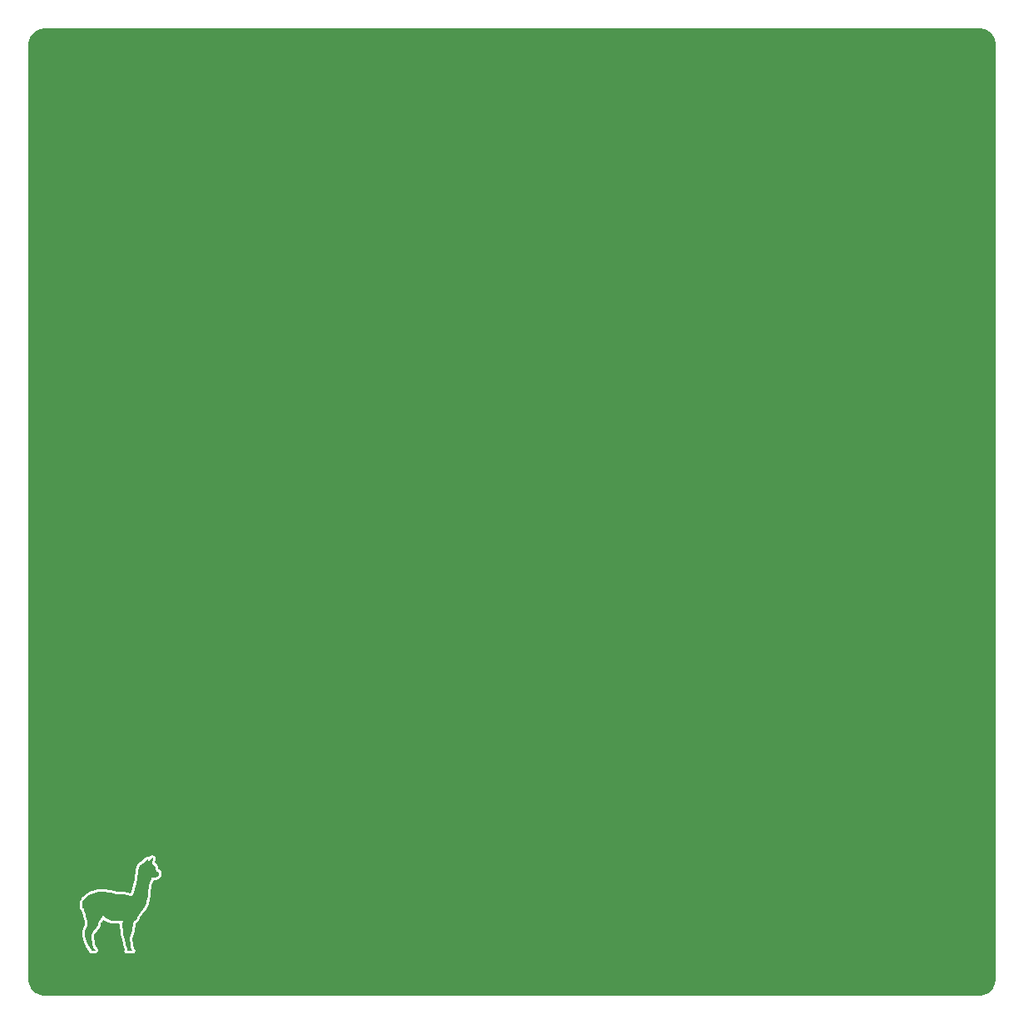
<source format=gbr>
%TF.GenerationSoftware,KiCad,Pcbnew,6.0.1-79c1e3a40b~116~ubuntu20.04.1*%
%TF.CreationDate,2022-01-22T14:19:24+01:00*%
%TF.ProjectId,base,62617365-2e6b-4696-9361-645f70636258,rev?*%
%TF.SameCoordinates,Original*%
%TF.FileFunction,Copper,L1,Top*%
%TF.FilePolarity,Positive*%
%FSLAX46Y46*%
G04 Gerber Fmt 4.6, Leading zero omitted, Abs format (unit mm)*
G04 Created by KiCad (PCBNEW 6.0.1-79c1e3a40b~116~ubuntu20.04.1) date 2022-01-22 14:19:24*
%MOMM*%
%LPD*%
G01*
G04 APERTURE LIST*
%TA.AperFunction,ComponentPad*%
%ADD10C,3.400000*%
%TD*%
%TA.AperFunction,ViaPad*%
%ADD11C,0.800000*%
%TD*%
G04 APERTURE END LIST*
%TO.C,G\u002A\u002A\u002A*%
G36*
X109914416Y-131729835D02*
G01*
X109943561Y-131745287D01*
X109955277Y-131777583D01*
X109949972Y-131832077D01*
X109928057Y-131914125D01*
X109890492Y-132027483D01*
X109857721Y-132120893D01*
X109829331Y-132199251D01*
X109808224Y-132254728D01*
X109797301Y-132279491D01*
X109796972Y-132279893D01*
X109808277Y-132294357D01*
X109847091Y-132323130D01*
X109905037Y-132360009D01*
X109905588Y-132360340D01*
X110031368Y-132447708D01*
X110127025Y-132539263D01*
X110190648Y-132631501D01*
X110220324Y-132720919D01*
X110214140Y-132804015D01*
X110181040Y-132864891D01*
X110141983Y-132913125D01*
X110255111Y-132981272D01*
X110335474Y-133033399D01*
X110418500Y-133092935D01*
X110461214Y-133126500D01*
X110513323Y-133171855D01*
X110539491Y-133205222D01*
X110546422Y-133239968D01*
X110541322Y-133286249D01*
X110531272Y-133365745D01*
X110524369Y-133446339D01*
X110524113Y-133450944D01*
X110513418Y-133513635D01*
X110485916Y-133548943D01*
X110474590Y-133555528D01*
X110428048Y-133588533D01*
X110388588Y-133628506D01*
X110368465Y-133650077D01*
X110343955Y-133664948D01*
X110306925Y-133674838D01*
X110249245Y-133681464D01*
X110162783Y-133686544D01*
X110101005Y-133689260D01*
X109981689Y-133696462D01*
X109891872Y-133706558D01*
X109836281Y-133718928D01*
X109822815Y-133725758D01*
X109798763Y-133762753D01*
X109780657Y-133819491D01*
X109778901Y-133829094D01*
X109764182Y-133881259D01*
X109735014Y-133957391D01*
X109696401Y-134044984D01*
X109673574Y-134092270D01*
X109639234Y-134163297D01*
X109612482Y-134226234D01*
X109590874Y-134289962D01*
X109571966Y-134363358D01*
X109553315Y-134455305D01*
X109532476Y-134574680D01*
X109520007Y-134650285D01*
X109497223Y-134800950D01*
X109475026Y-134967452D01*
X109455407Y-135133514D01*
X109440354Y-135282855D01*
X109435422Y-135342636D01*
X109406958Y-135641701D01*
X109368203Y-135906871D01*
X109318026Y-136144557D01*
X109256107Y-136358732D01*
X109198283Y-136514260D01*
X109132599Y-136649892D01*
X109052041Y-136777021D01*
X108949597Y-136907040D01*
X108851287Y-137016399D01*
X108654658Y-137250561D01*
X108487613Y-137503258D01*
X108362728Y-137742372D01*
X108306372Y-137855807D01*
X108255622Y-137940750D01*
X108203351Y-138008037D01*
X108156965Y-138055208D01*
X108101622Y-138104234D01*
X108056502Y-138139426D01*
X108031137Y-138153365D01*
X108030790Y-138153377D01*
X108006902Y-138166437D01*
X107983839Y-138207534D01*
X107960784Y-138279546D01*
X107936919Y-138385349D01*
X107911425Y-138527821D01*
X107895405Y-138629478D01*
X107865871Y-138815506D01*
X107837404Y-138973253D01*
X107807074Y-139115579D01*
X107771949Y-139255342D01*
X107729100Y-139405404D01*
X107688295Y-139538303D01*
X107647325Y-139677534D01*
X107619875Y-139796918D01*
X107605347Y-139907585D01*
X107603144Y-140020664D01*
X107612669Y-140147287D01*
X107633325Y-140298585D01*
X107643953Y-140364768D01*
X107663727Y-140487783D01*
X107682195Y-140608350D01*
X107697685Y-140715164D01*
X107708527Y-140796921D01*
X107711122Y-140819447D01*
X107725786Y-140909456D01*
X107752736Y-140983788D01*
X107800009Y-141063926D01*
X107805847Y-141072620D01*
X107886243Y-141191457D01*
X107282070Y-141191457D01*
X107296036Y-141124288D01*
X107313333Y-141064768D01*
X107334184Y-141019072D01*
X107343905Y-140991984D01*
X107339148Y-140955160D01*
X107317574Y-140898893D01*
X107292109Y-140844584D01*
X107252101Y-140753206D01*
X107218036Y-140653524D01*
X107187707Y-140537147D01*
X107158903Y-140395681D01*
X107131702Y-140235224D01*
X107111548Y-140130975D01*
X107081809Y-140005236D01*
X107046841Y-139875430D01*
X107018084Y-139780545D01*
X106978746Y-139654864D01*
X106948370Y-139546309D01*
X106925112Y-139444624D01*
X106907130Y-139339548D01*
X106892581Y-139220822D01*
X106879621Y-139078188D01*
X106870564Y-138959398D01*
X106860015Y-138753088D01*
X106858411Y-138555605D01*
X106865560Y-138376859D01*
X106881269Y-138226763D01*
X106885298Y-138201762D01*
X106896570Y-138136477D01*
X106526124Y-138147921D01*
X106284525Y-138150961D01*
X106074331Y-138143448D01*
X105886768Y-138124548D01*
X105713065Y-138093426D01*
X105570670Y-138057002D01*
X105357737Y-137979272D01*
X105179081Y-137879181D01*
X105033819Y-137756105D01*
X104921073Y-137609423D01*
X104908870Y-137588783D01*
X104851814Y-137489200D01*
X104837279Y-137547112D01*
X104797554Y-137661485D01*
X104736069Y-137787677D01*
X104661694Y-137909751D01*
X104583296Y-138011771D01*
X104571653Y-138024448D01*
X104503647Y-138098506D01*
X104458031Y-138157071D01*
X104427706Y-138213614D01*
X104405573Y-138281608D01*
X104384534Y-138374524D01*
X104382815Y-138382813D01*
X104344506Y-138528087D01*
X104290157Y-138660794D01*
X104214821Y-138789451D01*
X104113551Y-138922573D01*
X103989124Y-139060612D01*
X103901310Y-139154172D01*
X103838192Y-139226133D01*
X103794604Y-139283473D01*
X103765382Y-139333172D01*
X103745358Y-139382210D01*
X103740968Y-139395887D01*
X103713235Y-139520673D01*
X103696981Y-139667535D01*
X103693305Y-139818539D01*
X103703301Y-139955751D01*
X103705734Y-139972091D01*
X103743698Y-140204382D01*
X103777306Y-140398498D01*
X103807217Y-140557292D01*
X103834090Y-140683619D01*
X103858585Y-140780332D01*
X103881360Y-140850286D01*
X103903075Y-140896333D01*
X103924389Y-140921329D01*
X103925073Y-140921814D01*
X103986072Y-140972353D01*
X104041125Y-141031622D01*
X104078952Y-141086696D01*
X104087782Y-141108240D01*
X104090489Y-141127264D01*
X104081872Y-141139442D01*
X104054833Y-141146293D01*
X104002273Y-141149342D01*
X103917094Y-141150108D01*
X103892439Y-141150122D01*
X103686144Y-141150122D01*
X103690898Y-141093287D01*
X103686738Y-141056861D01*
X103664682Y-141015379D01*
X103619538Y-140960866D01*
X103573165Y-140912449D01*
X103487536Y-140814295D01*
X103409605Y-140699197D01*
X103336422Y-140561452D01*
X103265035Y-140395359D01*
X103192493Y-140195216D01*
X103175413Y-140144006D01*
X103105788Y-139920717D01*
X103055232Y-139727218D01*
X103023844Y-139556571D01*
X103011725Y-139401843D01*
X103018975Y-139256096D01*
X103045692Y-139112396D01*
X103091977Y-138963806D01*
X103157928Y-138803392D01*
X103195851Y-138721725D01*
X103226488Y-138655147D01*
X103246363Y-138601135D01*
X103257737Y-138547338D01*
X103262867Y-138481402D01*
X103264014Y-138390976D01*
X103263885Y-138349715D01*
X103248074Y-138127435D01*
X103202914Y-137878699D01*
X103128873Y-137605678D01*
X103059296Y-137399024D01*
X103023042Y-137290650D01*
X102989003Y-137174804D01*
X102962487Y-137070101D01*
X102954213Y-137030466D01*
X102928822Y-136916737D01*
X102901286Y-136830454D01*
X102873391Y-136774383D01*
X102846923Y-136751287D01*
X102823668Y-136763931D01*
X102807949Y-136804088D01*
X102798407Y-136837346D01*
X102789621Y-136840392D01*
X102775793Y-136809800D01*
X102764250Y-136778254D01*
X102742457Y-136681687D01*
X102734480Y-136561679D01*
X102739934Y-136433607D01*
X102758432Y-136312845D01*
X102777676Y-136244395D01*
X102872199Y-136038632D01*
X103002148Y-135850848D01*
X103165062Y-135682486D01*
X103358484Y-135534988D01*
X103579955Y-135409797D01*
X103827018Y-135308357D01*
X104097214Y-135232109D01*
X104388085Y-135182496D01*
X104619284Y-135163590D01*
X104794850Y-135159516D01*
X104962998Y-135164635D01*
X105133553Y-135180037D01*
X105316339Y-135206811D01*
X105521181Y-135246046D01*
X105683423Y-135281617D01*
X105875615Y-135324691D01*
X106035159Y-135358400D01*
X106169417Y-135383758D01*
X106285751Y-135401779D01*
X106391524Y-135413475D01*
X106494098Y-135419859D01*
X106600835Y-135421946D01*
X106697258Y-135421150D01*
X106809477Y-135419831D01*
X106898026Y-135421178D01*
X106974640Y-135426632D01*
X107051056Y-135437637D01*
X107139011Y-135455638D01*
X107250241Y-135482076D01*
X107307208Y-135496165D01*
X107451244Y-135530429D01*
X107562559Y-135552366D01*
X107647893Y-135561952D01*
X107713985Y-135559163D01*
X107767576Y-135543974D01*
X107815406Y-135516360D01*
X107843667Y-135494218D01*
X107885778Y-135453346D01*
X107921467Y-135404258D01*
X107953302Y-135340683D01*
X107983851Y-135256347D01*
X108015681Y-135144979D01*
X108051360Y-135000306D01*
X108058693Y-134968939D01*
X108093810Y-134825540D01*
X108136130Y-134664624D01*
X108180612Y-134504748D01*
X108222219Y-134364469D01*
X108226905Y-134349434D01*
X108257956Y-134248226D01*
X108282606Y-134160591D01*
X108302452Y-134077889D01*
X108319094Y-133991482D01*
X108334131Y-133892731D01*
X108349159Y-133772996D01*
X108365779Y-133623639D01*
X108372004Y-133565256D01*
X108394197Y-133360986D01*
X108413945Y-133192814D01*
X108432194Y-133055643D01*
X108449891Y-132944376D01*
X108467983Y-132853915D01*
X108487415Y-132779164D01*
X108509135Y-132715026D01*
X108534088Y-132656404D01*
X108544976Y-132633784D01*
X108586454Y-132555390D01*
X108628683Y-132491069D01*
X108678807Y-132433520D01*
X108743967Y-132375442D01*
X108831308Y-132309533D01*
X108928397Y-132241847D01*
X109027761Y-132169937D01*
X109131078Y-132088614D01*
X109223846Y-132009590D01*
X109273781Y-131962870D01*
X109336551Y-131904087D01*
X109390644Y-131859809D01*
X109428281Y-131836099D01*
X109439118Y-131834010D01*
X109466264Y-131863246D01*
X109469488Y-131923212D01*
X109448833Y-132010956D01*
X109436194Y-132047086D01*
X109413231Y-132110665D01*
X109397701Y-132157882D01*
X109393409Y-132175456D01*
X109406069Y-132171627D01*
X109439965Y-132143081D01*
X109488971Y-132096084D01*
X109546960Y-132036900D01*
X109607807Y-131971793D01*
X109665386Y-131907030D01*
X109713571Y-131848874D01*
X109716823Y-131844711D01*
X109771214Y-131779224D01*
X109812588Y-131742320D01*
X109849448Y-131727290D01*
X109867433Y-131725875D01*
X109914416Y-131729835D01*
G37*
%TD*%
D10*
%TO.P,REF\u002A\u002A,1*%
%TO.N,GND*%
X169000000Y-144000000D03*
%TD*%
%TO.P,REF\u002A\u002A,1*%
%TO.N,GND*%
X154000000Y-144000000D03*
%TD*%
%TO.P,REF\u002A\u002A,1*%
%TO.N,GND*%
X179000000Y-144000000D03*
%TD*%
%TO.P,REF\u002A\u002A,1*%
%TO.N,GND*%
X159000000Y-144000000D03*
%TD*%
%TO.P,REF\u002A\u002A,1*%
%TO.N,GND*%
X184000000Y-144000000D03*
%TD*%
%TO.P,REF\u002A\u002A,1*%
%TO.N,GND*%
X114000000Y-144000000D03*
%TD*%
%TO.P,REF\u002A\u002A,1*%
%TO.N,GND*%
X174000000Y-144000000D03*
%TD*%
%TO.P,REF\u002A\u002A,1*%
%TO.N,GND*%
X124000000Y-144000000D03*
%TD*%
%TO.P,REF\u002A\u002A,1*%
%TO.N,GND*%
X194000000Y-144000000D03*
%TD*%
%TO.P,REF\u002A\u002A,1*%
%TO.N,GND*%
X149000000Y-144000000D03*
%TD*%
%TO.P,REF\u002A\u002A,1*%
%TO.N,GND*%
X164000000Y-144000000D03*
%TD*%
%TO.P,REF\u002A\u002A,1*%
%TO.N,GND*%
X119000000Y-144000000D03*
%TD*%
%TO.P,REF\u002A\u002A,1*%
%TO.N,GND*%
X129000000Y-144000000D03*
%TD*%
%TO.P,REF\u002A\u002A,1*%
%TO.N,GND*%
X109000000Y-144000000D03*
%TD*%
%TO.P,REF\u002A\u002A,1*%
%TO.N,GND*%
X144000000Y-144000000D03*
%TD*%
%TO.P,REF\u002A\u002A,1*%
%TO.N,GND*%
X189000000Y-144000000D03*
%TD*%
%TO.P,REF\u002A\u002A,1*%
%TO.N,GND*%
X134000000Y-144000000D03*
%TD*%
%TO.P,REF\u002A\u002A,1*%
%TO.N,GND*%
X139000000Y-144000000D03*
%TD*%
%TO.P,REF\u002A\u002A,1*%
%TO.N,GND*%
X99000000Y-144000000D03*
%TD*%
%TO.P,REF\u002A\u002A,1*%
%TO.N,GND*%
X104000000Y-144000000D03*
%TD*%
%TO.P,REF\u002A\u002A,1*%
%TO.N,GND*%
X154000000Y-129000000D03*
%TD*%
%TO.P,REF\u002A\u002A,1*%
%TO.N,GND*%
X114000000Y-129000000D03*
%TD*%
%TO.P,REF\u002A\u002A,1*%
%TO.N,GND*%
X109000000Y-129000000D03*
%TD*%
%TO.P,REF\u002A\u002A,1*%
%TO.N,GND*%
X129000000Y-129000000D03*
%TD*%
%TO.P,REF\u002A\u002A,1*%
%TO.N,GND*%
X179000000Y-134000000D03*
%TD*%
%TO.P,REF\u002A\u002A,1*%
%TO.N,GND*%
X144000000Y-129000000D03*
%TD*%
%TO.P,REF\u002A\u002A,1*%
%TO.N,GND*%
X149000000Y-134000000D03*
%TD*%
%TO.P,REF\u002A\u002A,1*%
%TO.N,GND*%
X174000000Y-134000000D03*
%TD*%
%TO.P,REF\u002A\u002A,1*%
%TO.N,GND*%
X184000000Y-134000000D03*
%TD*%
%TO.P,REF\u002A\u002A,1*%
%TO.N,GND*%
X139000000Y-134000000D03*
%TD*%
%TO.P,REF\u002A\u002A,1*%
%TO.N,GND*%
X139000000Y-129000000D03*
%TD*%
%TO.P,REF\u002A\u002A,1*%
%TO.N,GND*%
X159000000Y-139000000D03*
%TD*%
%TO.P,REF\u002A\u002A,1*%
%TO.N,GND*%
X134000000Y-129000000D03*
%TD*%
%TO.P,REF\u002A\u002A,1*%
%TO.N,GND*%
X174000000Y-129000000D03*
%TD*%
%TO.P,REF\u002A\u002A,1*%
%TO.N,GND*%
X164000000Y-129000000D03*
%TD*%
%TO.P,REF\u002A\u002A,1*%
%TO.N,GND*%
X174000000Y-139000000D03*
%TD*%
%TO.P,REF\u002A\u002A,1*%
%TO.N,GND*%
X129000000Y-134000000D03*
%TD*%
%TO.P,REF\u002A\u002A,1*%
%TO.N,GND*%
X159000000Y-129000000D03*
%TD*%
%TO.P,REF\u002A\u002A,1*%
%TO.N,GND*%
X154000000Y-134000000D03*
%TD*%
%TO.P,REF\u002A\u002A,1*%
%TO.N,GND*%
X164000000Y-139000000D03*
%TD*%
%TO.P,REF\u002A\u002A,1*%
%TO.N,GND*%
X119000000Y-139000000D03*
%TD*%
%TO.P,REF\u002A\u002A,1*%
%TO.N,GND*%
X184000000Y-139000000D03*
%TD*%
%TO.P,REF\u002A\u002A,1*%
%TO.N,GND*%
X114000000Y-139000000D03*
%TD*%
%TO.P,REF\u002A\u002A,1*%
%TO.N,GND*%
X159000000Y-134000000D03*
%TD*%
%TO.P,REF\u002A\u002A,1*%
%TO.N,GND*%
X144000000Y-134000000D03*
%TD*%
%TO.P,REF\u002A\u002A,1*%
%TO.N,GND*%
X169000000Y-129000000D03*
%TD*%
%TO.P,REF\u002A\u002A,1*%
%TO.N,GND*%
X189000000Y-134000000D03*
%TD*%
%TO.P,REF\u002A\u002A,1*%
%TO.N,GND*%
X139000000Y-139000000D03*
%TD*%
%TO.P,REF\u002A\u002A,1*%
%TO.N,GND*%
X99000000Y-139000000D03*
%TD*%
%TO.P,REF\u002A\u002A,1*%
%TO.N,GND*%
X134000000Y-134000000D03*
%TD*%
%TO.P,REF\u002A\u002A,1*%
%TO.N,GND*%
X149000000Y-129000000D03*
%TD*%
%TO.P,REF\u002A\u002A,1*%
%TO.N,GND*%
X119000000Y-129000000D03*
%TD*%
%TO.P,REF\u002A\u002A,1*%
%TO.N,GND*%
X149000000Y-139000000D03*
%TD*%
%TO.P,REF\u002A\u002A,1*%
%TO.N,GND*%
X134000000Y-139000000D03*
%TD*%
%TO.P,REF\u002A\u002A,1*%
%TO.N,GND*%
X99000000Y-129000000D03*
%TD*%
%TO.P,REF\u002A\u002A,1*%
%TO.N,GND*%
X169000000Y-134000000D03*
%TD*%
%TO.P,REF\u002A\u002A,1*%
%TO.N,GND*%
X179000000Y-129000000D03*
%TD*%
%TO.P,REF\u002A\u002A,1*%
%TO.N,GND*%
X169000000Y-139000000D03*
%TD*%
%TO.P,REF\u002A\u002A,1*%
%TO.N,GND*%
X189000000Y-129000000D03*
%TD*%
%TO.P,REF\u002A\u002A,1*%
%TO.N,GND*%
X114000000Y-134000000D03*
%TD*%
%TO.P,REF\u002A\u002A,1*%
%TO.N,GND*%
X154000000Y-139000000D03*
%TD*%
%TO.P,REF\u002A\u002A,1*%
%TO.N,GND*%
X179000000Y-139000000D03*
%TD*%
%TO.P,REF\u002A\u002A,1*%
%TO.N,GND*%
X164000000Y-134000000D03*
%TD*%
%TO.P,REF\u002A\u002A,1*%
%TO.N,GND*%
X104000000Y-129000000D03*
%TD*%
%TO.P,REF\u002A\u002A,1*%
%TO.N,GND*%
X119000000Y-134000000D03*
%TD*%
%TO.P,REF\u002A\u002A,1*%
%TO.N,GND*%
X124000000Y-139000000D03*
%TD*%
%TO.P,REF\u002A\u002A,1*%
%TO.N,GND*%
X194000000Y-139000000D03*
%TD*%
%TO.P,REF\u002A\u002A,1*%
%TO.N,GND*%
X124000000Y-134000000D03*
%TD*%
%TO.P,REF\u002A\u002A,1*%
%TO.N,GND*%
X124000000Y-129000000D03*
%TD*%
%TO.P,REF\u002A\u002A,1*%
%TO.N,GND*%
X144000000Y-139000000D03*
%TD*%
%TO.P,REF\u002A\u002A,1*%
%TO.N,GND*%
X189000000Y-139000000D03*
%TD*%
%TO.P,REF\u002A\u002A,1*%
%TO.N,GND*%
X194000000Y-134000000D03*
%TD*%
%TO.P,REF\u002A\u002A,1*%
%TO.N,GND*%
X99000000Y-134000000D03*
%TD*%
%TO.P,REF\u002A\u002A,1*%
%TO.N,GND*%
X129000000Y-139000000D03*
%TD*%
%TO.P,REF\u002A\u002A,1*%
%TO.N,GND*%
X194000000Y-129000000D03*
%TD*%
%TO.P,REF\u002A\u002A,1*%
%TO.N,GND*%
X184000000Y-129000000D03*
%TD*%
%TO.P,REF\u002A\u002A,1*%
%TO.N,GND*%
X124000000Y-94000000D03*
%TD*%
%TO.P,REF\u002A\u002A,1*%
%TO.N,GND*%
X164000000Y-114000000D03*
%TD*%
%TO.P,REF\u002A\u002A,1*%
%TO.N,GND*%
X174000000Y-124000000D03*
%TD*%
%TO.P,REF\u002A\u002A,1*%
%TO.N,GND*%
X154000000Y-114000000D03*
%TD*%
%TO.P,REF\u002A\u002A,1*%
%TO.N,GND*%
X164000000Y-94000000D03*
%TD*%
%TO.P,REF\u002A\u002A,1*%
%TO.N,GND*%
X144000000Y-99000000D03*
%TD*%
%TO.P,REF\u002A\u002A,1*%
%TO.N,GND*%
X104000000Y-94000000D03*
%TD*%
%TO.P,REF\u002A\u002A,1*%
%TO.N,GND*%
X119000000Y-99000000D03*
%TD*%
%TO.P,REF\u002A\u002A,1*%
%TO.N,GND*%
X194000000Y-119000000D03*
%TD*%
%TO.P,REF\u002A\u002A,1*%
%TO.N,GND*%
X109000000Y-114000000D03*
%TD*%
%TO.P,REF\u002A\u002A,1*%
%TO.N,GND*%
X99000000Y-109000000D03*
%TD*%
%TO.P,REF\u002A\u002A,1*%
%TO.N,GND*%
X194000000Y-94000000D03*
%TD*%
%TO.P,REF\u002A\u002A,1*%
%TO.N,GND*%
X139000000Y-89000000D03*
%TD*%
%TO.P,REF\u002A\u002A,1*%
%TO.N,GND*%
X194000000Y-99000000D03*
%TD*%
%TO.P,REF\u002A\u002A,1*%
%TO.N,GND*%
X174000000Y-119000000D03*
%TD*%
%TO.P,REF\u002A\u002A,1*%
%TO.N,GND*%
X139000000Y-94000000D03*
%TD*%
%TO.P,REF\u002A\u002A,1*%
%TO.N,GND*%
X164000000Y-109000000D03*
%TD*%
%TO.P,REF\u002A\u002A,1*%
%TO.N,GND*%
X114000000Y-94000000D03*
%TD*%
%TO.P,REF\u002A\u002A,1*%
%TO.N,GND*%
X169000000Y-114000000D03*
%TD*%
%TO.P,REF\u002A\u002A,1*%
%TO.N,GND*%
X189000000Y-119000000D03*
%TD*%
%TO.P,REF\u002A\u002A,1*%
%TO.N,GND*%
X139000000Y-124000000D03*
%TD*%
%TO.P,REF\u002A\u002A,1*%
%TO.N,GND*%
X134000000Y-114000000D03*
%TD*%
%TO.P,REF\u002A\u002A,1*%
%TO.N,GND*%
X139000000Y-99000000D03*
%TD*%
%TO.P,REF\u002A\u002A,1*%
%TO.N,GND*%
X174000000Y-114000000D03*
%TD*%
%TO.P,REF\u002A\u002A,1*%
%TO.N,GND*%
X174000000Y-104000000D03*
%TD*%
%TO.P,REF\u002A\u002A,1*%
%TO.N,GND*%
X189000000Y-94000000D03*
%TD*%
%TO.P,REF\u002A\u002A,1*%
%TO.N,GND*%
X194000000Y-109000000D03*
%TD*%
%TO.P,REF\u002A\u002A,1*%
%TO.N,GND*%
X134000000Y-94000000D03*
%TD*%
%TO.P,REF\u002A\u002A,1*%
%TO.N,GND*%
X164000000Y-104000000D03*
%TD*%
%TO.P,REF\u002A\u002A,1*%
%TO.N,GND*%
X129000000Y-99000000D03*
%TD*%
%TO.P,REF\u002A\u002A,1*%
%TO.N,GND*%
X164000000Y-119000000D03*
%TD*%
%TO.P,REF\u002A\u002A,1*%
%TO.N,GND*%
X149000000Y-99000000D03*
%TD*%
%TO.P,REF\u002A\u002A,1*%
%TO.N,GND*%
X149000000Y-109000000D03*
%TD*%
%TO.P,REF\u002A\u002A,1*%
%TO.N,GND*%
X124000000Y-119000000D03*
%TD*%
%TO.P,REF\u002A\u002A,1*%
%TO.N,GND*%
X194000000Y-124000000D03*
%TD*%
%TO.P,REF\u002A\u002A,1*%
%TO.N,GND*%
X104000000Y-119000000D03*
%TD*%
%TO.P,REF\u002A\u002A,1*%
%TO.N,GND*%
X134000000Y-89000000D03*
%TD*%
%TO.P,REF\u002A\u002A,1*%
%TO.N,GND*%
X134000000Y-109000000D03*
%TD*%
%TO.P,REF\u002A\u002A,1*%
%TO.N,GND*%
X154000000Y-109000000D03*
%TD*%
%TO.P,REF\u002A\u002A,1*%
%TO.N,GND*%
X104000000Y-124000000D03*
%TD*%
%TO.P,REF\u002A\u002A,1*%
%TO.N,GND*%
X174000000Y-109000000D03*
%TD*%
%TO.P,REF\u002A\u002A,1*%
%TO.N,GND*%
X189000000Y-99000000D03*
%TD*%
%TO.P,REF\u002A\u002A,1*%
%TO.N,GND*%
X139000000Y-104000000D03*
%TD*%
%TO.P,REF\u002A\u002A,1*%
%TO.N,GND*%
X179000000Y-109000000D03*
%TD*%
%TO.P,REF\u002A\u002A,1*%
%TO.N,GND*%
X114000000Y-109000000D03*
%TD*%
%TO.P,REF\u002A\u002A,1*%
%TO.N,GND*%
X124000000Y-89000000D03*
%TD*%
%TO.P,REF\u002A\u002A,1*%
%TO.N,GND*%
X184000000Y-94000000D03*
%TD*%
%TO.P,REF\u002A\u002A,1*%
%TO.N,GND*%
X184000000Y-89000000D03*
%TD*%
%TO.P,REF\u002A\u002A,1*%
%TO.N,GND*%
X184000000Y-104000000D03*
%TD*%
%TO.P,REF\u002A\u002A,1*%
%TO.N,GND*%
X169000000Y-124000000D03*
%TD*%
%TO.P,REF\u002A\u002A,1*%
%TO.N,GND*%
X144000000Y-124000000D03*
%TD*%
%TO.P,REF\u002A\u002A,1*%
%TO.N,GND*%
X189000000Y-124000000D03*
%TD*%
%TO.P,REF\u002A\u002A,1*%
%TO.N,GND*%
X149000000Y-124000000D03*
%TD*%
%TO.P,REF\u002A\u002A,1*%
%TO.N,GND*%
X99000000Y-119000000D03*
%TD*%
%TO.P,REF\u002A\u002A,1*%
%TO.N,GND*%
X124000000Y-114000000D03*
%TD*%
%TO.P,REF\u002A\u002A,1*%
%TO.N,GND*%
X184000000Y-109000000D03*
%TD*%
%TO.P,REF\u002A\u002A,1*%
%TO.N,GND*%
X104000000Y-104000000D03*
%TD*%
%TO.P,REF\u002A\u002A,1*%
%TO.N,GND*%
X164000000Y-99000000D03*
%TD*%
%TO.P,REF\u002A\u002A,1*%
%TO.N,GND*%
X124000000Y-99000000D03*
%TD*%
%TO.P,REF\u002A\u002A,1*%
%TO.N,GND*%
X144000000Y-94000000D03*
%TD*%
%TO.P,REF\u002A\u002A,1*%
%TO.N,GND*%
X169000000Y-89000000D03*
%TD*%
%TO.P,REF\u002A\u002A,1*%
%TO.N,GND*%
X149000000Y-104000000D03*
%TD*%
%TO.P,REF\u002A\u002A,1*%
%TO.N,GND*%
X189000000Y-114000000D03*
%TD*%
%TO.P,REF\u002A\u002A,1*%
%TO.N,GND*%
X124000000Y-109000000D03*
%TD*%
%TO.P,REF\u002A\u002A,1*%
%TO.N,GND*%
X169000000Y-94000000D03*
%TD*%
%TO.P,REF\u002A\u002A,1*%
%TO.N,GND*%
X149000000Y-94000000D03*
%TD*%
%TO.P,REF\u002A\u002A,1*%
%TO.N,GND*%
X134000000Y-99000000D03*
%TD*%
%TO.P,REF\u002A\u002A,1*%
%TO.N,GND*%
X179000000Y-89000000D03*
%TD*%
%TO.P,REF\u002A\u002A,1*%
%TO.N,GND*%
X129000000Y-124000000D03*
%TD*%
%TO.P,REF\u002A\u002A,1*%
%TO.N,GND*%
X144000000Y-119000000D03*
%TD*%
%TO.P,REF\u002A\u002A,1*%
%TO.N,GND*%
X144000000Y-89000000D03*
%TD*%
%TO.P,REF\u002A\u002A,1*%
%TO.N,GND*%
X154000000Y-99000000D03*
%TD*%
%TO.P,REF\u002A\u002A,1*%
%TO.N,GND*%
X179000000Y-119000000D03*
%TD*%
%TO.P,REF\u002A\u002A,1*%
%TO.N,GND*%
X144000000Y-114000000D03*
%TD*%
%TO.P,REF\u002A\u002A,1*%
%TO.N,GND*%
X169000000Y-99000000D03*
%TD*%
%TO.P,REF\u002A\u002A,1*%
%TO.N,GND*%
X169000000Y-104000000D03*
%TD*%
%TO.P,REF\u002A\u002A,1*%
%TO.N,GND*%
X114000000Y-114000000D03*
%TD*%
%TO.P,REF\u002A\u002A,1*%
%TO.N,GND*%
X179000000Y-99000000D03*
%TD*%
%TO.P,REF\u002A\u002A,1*%
%TO.N,GND*%
X174000000Y-94000000D03*
%TD*%
%TO.P,REF\u002A\u002A,1*%
%TO.N,GND*%
X124000000Y-104000000D03*
%TD*%
%TO.P,REF\u002A\u002A,1*%
%TO.N,GND*%
X129000000Y-89000000D03*
%TD*%
%TO.P,REF\u002A\u002A,1*%
%TO.N,GND*%
X184000000Y-124000000D03*
%TD*%
%TO.P,REF\u002A\u002A,1*%
%TO.N,GND*%
X194000000Y-89000000D03*
%TD*%
%TO.P,REF\u002A\u002A,1*%
%TO.N,GND*%
X154000000Y-89000000D03*
%TD*%
%TO.P,REF\u002A\u002A,1*%
%TO.N,GND*%
X144000000Y-104000000D03*
%TD*%
%TO.P,REF\u002A\u002A,1*%
%TO.N,GND*%
X154000000Y-94000000D03*
%TD*%
%TO.P,REF\u002A\u002A,1*%
%TO.N,GND*%
X114000000Y-104000000D03*
%TD*%
%TO.P,REF\u002A\u002A,1*%
%TO.N,GND*%
X114000000Y-124000000D03*
%TD*%
%TO.P,REF\u002A\u002A,1*%
%TO.N,GND*%
X184000000Y-114000000D03*
%TD*%
%TO.P,REF\u002A\u002A,1*%
%TO.N,GND*%
X159000000Y-89000000D03*
%TD*%
%TO.P,REF\u002A\u002A,1*%
%TO.N,GND*%
X109000000Y-99000000D03*
%TD*%
%TO.P,REF\u002A\u002A,1*%
%TO.N,GND*%
X139000000Y-119000000D03*
%TD*%
%TO.P,REF\u002A\u002A,1*%
%TO.N,GND*%
X159000000Y-94000000D03*
%TD*%
%TO.P,REF\u002A\u002A,1*%
%TO.N,GND*%
X99000000Y-124000000D03*
%TD*%
%TO.P,REF\u002A\u002A,1*%
%TO.N,GND*%
X119000000Y-94000000D03*
%TD*%
%TO.P,REF\u002A\u002A,1*%
%TO.N,GND*%
X134000000Y-104000000D03*
%TD*%
%TO.P,REF\u002A\u002A,1*%
%TO.N,GND*%
X104000000Y-109000000D03*
%TD*%
%TO.P,REF\u002A\u002A,1*%
%TO.N,GND*%
X109000000Y-109000000D03*
%TD*%
%TO.P,REF\u002A\u002A,1*%
%TO.N,GND*%
X129000000Y-109000000D03*
%TD*%
%TO.P,REF\u002A\u002A,1*%
%TO.N,GND*%
X109000000Y-89000000D03*
%TD*%
%TO.P,REF\u002A\u002A,1*%
%TO.N,GND*%
X104000000Y-89000000D03*
%TD*%
%TO.P,REF\u002A\u002A,1*%
%TO.N,GND*%
X154000000Y-124000000D03*
%TD*%
%TO.P,REF\u002A\u002A,1*%
%TO.N,GND*%
X179000000Y-104000000D03*
%TD*%
%TO.P,REF\u002A\u002A,1*%
%TO.N,GND*%
X114000000Y-99000000D03*
%TD*%
%TO.P,REF\u002A\u002A,1*%
%TO.N,GND*%
X99000000Y-94000000D03*
%TD*%
%TO.P,REF\u002A\u002A,1*%
%TO.N,GND*%
X194000000Y-114000000D03*
%TD*%
%TO.P,REF\u002A\u002A,1*%
%TO.N,GND*%
X104000000Y-114000000D03*
%TD*%
%TO.P,REF\u002A\u002A,1*%
%TO.N,GND*%
X119000000Y-119000000D03*
%TD*%
%TO.P,REF\u002A\u002A,1*%
%TO.N,GND*%
X124000000Y-124000000D03*
%TD*%
%TO.P,REF\u002A\u002A,1*%
%TO.N,GND*%
X109000000Y-119000000D03*
%TD*%
%TO.P,REF\u002A\u002A,1*%
%TO.N,GND*%
X179000000Y-94000000D03*
%TD*%
%TO.P,REF\u002A\u002A,1*%
%TO.N,GND*%
X99000000Y-89000000D03*
%TD*%
%TO.P,REF\u002A\u002A,1*%
%TO.N,GND*%
X189000000Y-104000000D03*
%TD*%
%TO.P,REF\u002A\u002A,1*%
%TO.N,GND*%
X149000000Y-114000000D03*
%TD*%
%TO.P,REF\u002A\u002A,1*%
%TO.N,GND*%
X119000000Y-114000000D03*
%TD*%
%TO.P,REF\u002A\u002A,1*%
%TO.N,GND*%
X119000000Y-109000000D03*
%TD*%
%TO.P,REF\u002A\u002A,1*%
%TO.N,GND*%
X184000000Y-119000000D03*
%TD*%
%TO.P,REF\u002A\u002A,1*%
%TO.N,GND*%
X109000000Y-94000000D03*
%TD*%
%TO.P,REF\u002A\u002A,1*%
%TO.N,GND*%
X184000000Y-99000000D03*
%TD*%
%TO.P,REF\u002A\u002A,1*%
%TO.N,GND*%
X114000000Y-119000000D03*
%TD*%
%TO.P,REF\u002A\u002A,1*%
%TO.N,GND*%
X159000000Y-99000000D03*
%TD*%
%TO.P,REF\u002A\u002A,1*%
%TO.N,GND*%
X134000000Y-124000000D03*
%TD*%
%TO.P,REF\u002A\u002A,1*%
%TO.N,GND*%
X99000000Y-104000000D03*
%TD*%
%TO.P,REF\u002A\u002A,1*%
%TO.N,GND*%
X114000000Y-89000000D03*
%TD*%
%TO.P,REF\u002A\u002A,1*%
%TO.N,GND*%
X109000000Y-124000000D03*
%TD*%
%TO.P,REF\u002A\u002A,1*%
%TO.N,GND*%
X119000000Y-89000000D03*
%TD*%
%TO.P,REF\u002A\u002A,1*%
%TO.N,GND*%
X99000000Y-114000000D03*
%TD*%
%TO.P,REF\u002A\u002A,1*%
%TO.N,GND*%
X169000000Y-119000000D03*
%TD*%
%TO.P,REF\u002A\u002A,1*%
%TO.N,GND*%
X189000000Y-89000000D03*
%TD*%
%TO.P,REF\u002A\u002A,1*%
%TO.N,GND*%
X189000000Y-109000000D03*
%TD*%
%TO.P,REF\u002A\u002A,1*%
%TO.N,GND*%
X179000000Y-124000000D03*
%TD*%
%TO.P,REF\u002A\u002A,1*%
%TO.N,GND*%
X109000000Y-104000000D03*
%TD*%
%TO.P,REF\u002A\u002A,1*%
%TO.N,GND*%
X159000000Y-104000000D03*
%TD*%
%TO.P,REF\u002A\u002A,1*%
%TO.N,GND*%
X139000000Y-109000000D03*
%TD*%
%TO.P,REF\u002A\u002A,1*%
%TO.N,GND*%
X164000000Y-89000000D03*
%TD*%
%TO.P,REF\u002A\u002A,1*%
%TO.N,GND*%
X174000000Y-99000000D03*
%TD*%
%TO.P,REF\u002A\u002A,1*%
%TO.N,GND*%
X169000000Y-109000000D03*
%TD*%
%TO.P,REF\u002A\u002A,1*%
%TO.N,GND*%
X129000000Y-114000000D03*
%TD*%
%TO.P,REF\u002A\u002A,1*%
%TO.N,GND*%
X129000000Y-104000000D03*
%TD*%
%TO.P,REF\u002A\u002A,1*%
%TO.N,GND*%
X134000000Y-119000000D03*
%TD*%
%TO.P,REF\u002A\u002A,1*%
%TO.N,GND*%
X99000000Y-99000000D03*
%TD*%
%TO.P,REF\u002A\u002A,1*%
%TO.N,GND*%
X149000000Y-119000000D03*
%TD*%
%TO.P,REF\u002A\u002A,1*%
%TO.N,GND*%
X159000000Y-119000000D03*
%TD*%
%TO.P,REF\u002A\u002A,1*%
%TO.N,GND*%
X164000000Y-124000000D03*
%TD*%
%TO.P,REF\u002A\u002A,1*%
%TO.N,GND*%
X119000000Y-124000000D03*
%TD*%
%TO.P,REF\u002A\u002A,1*%
%TO.N,GND*%
X174000000Y-89000000D03*
%TD*%
%TO.P,REF\u002A\u002A,1*%
%TO.N,GND*%
X159000000Y-109000000D03*
%TD*%
%TO.P,REF\u002A\u002A,1*%
%TO.N,GND*%
X144000000Y-109000000D03*
%TD*%
%TO.P,REF\u002A\u002A,1*%
%TO.N,GND*%
X154000000Y-119000000D03*
%TD*%
%TO.P,REF\u002A\u002A,1*%
%TO.N,GND*%
X129000000Y-94000000D03*
%TD*%
%TO.P,REF\u002A\u002A,1*%
%TO.N,GND*%
X119000000Y-104000000D03*
%TD*%
%TO.P,REF\u002A\u002A,1*%
%TO.N,GND*%
X149000000Y-89000000D03*
%TD*%
%TO.P,REF\u002A\u002A,1*%
%TO.N,GND*%
X179000000Y-114000000D03*
%TD*%
%TO.P,REF\u002A\u002A,1*%
%TO.N,GND*%
X129000000Y-119000000D03*
%TD*%
%TO.P,REF\u002A\u002A,1*%
%TO.N,GND*%
X159000000Y-114000000D03*
%TD*%
%TO.P,REF\u002A\u002A,1*%
%TO.N,GND*%
X194000000Y-104000000D03*
%TD*%
%TO.P,REF\u002A\u002A,1*%
%TO.N,GND*%
X139000000Y-114000000D03*
%TD*%
%TO.P,REF\u002A\u002A,1*%
%TO.N,GND*%
X154000000Y-104000000D03*
%TD*%
%TO.P,REF\u002A\u002A,1*%
%TO.N,GND*%
X159000000Y-124000000D03*
%TD*%
%TO.P,REF\u002A\u002A,1*%
%TO.N,GND*%
X104000000Y-99000000D03*
%TD*%
%TO.P,REF\u002A\u002A,1*%
%TO.N,GND*%
X124000000Y-74000000D03*
%TD*%
%TO.P,REF\u002A\u002A,1*%
%TO.N,GND*%
X164000000Y-74000000D03*
%TD*%
%TO.P,REF\u002A\u002A,1*%
%TO.N,GND*%
X144000000Y-79000000D03*
%TD*%
%TO.P,REF\u002A\u002A,1*%
%TO.N,GND*%
X104000000Y-74000000D03*
%TD*%
%TO.P,REF\u002A\u002A,1*%
%TO.N,GND*%
X119000000Y-79000000D03*
%TD*%
%TO.P,REF\u002A\u002A,1*%
%TO.N,GND*%
X194000000Y-74000000D03*
%TD*%
%TO.P,REF\u002A\u002A,1*%
%TO.N,GND*%
X139000000Y-69000000D03*
%TD*%
%TO.P,REF\u002A\u002A,1*%
%TO.N,GND*%
X194000000Y-79000000D03*
%TD*%
%TO.P,REF\u002A\u002A,1*%
%TO.N,GND*%
X139000000Y-74000000D03*
%TD*%
%TO.P,REF\u002A\u002A,1*%
%TO.N,GND*%
X114000000Y-74000000D03*
%TD*%
%TO.P,REF\u002A\u002A,1*%
%TO.N,GND*%
X139000000Y-79000000D03*
%TD*%
%TO.P,REF\u002A\u002A,1*%
%TO.N,GND*%
X174000000Y-84000000D03*
%TD*%
%TO.P,REF\u002A\u002A,1*%
%TO.N,GND*%
X189000000Y-74000000D03*
%TD*%
%TO.P,REF\u002A\u002A,1*%
%TO.N,GND*%
X134000000Y-74000000D03*
%TD*%
%TO.P,REF\u002A\u002A,1*%
%TO.N,GND*%
X164000000Y-84000000D03*
%TD*%
%TO.P,REF\u002A\u002A,1*%
%TO.N,GND*%
X129000000Y-79000000D03*
%TD*%
%TO.P,REF\u002A\u002A,1*%
%TO.N,GND*%
X149000000Y-79000000D03*
%TD*%
%TO.P,REF\u002A\u002A,1*%
%TO.N,GND*%
X134000000Y-69000000D03*
%TD*%
%TO.P,REF\u002A\u002A,1*%
%TO.N,GND*%
X189000000Y-79000000D03*
%TD*%
%TO.P,REF\u002A\u002A,1*%
%TO.N,GND*%
X139000000Y-84000000D03*
%TD*%
%TO.P,REF\u002A\u002A,1*%
%TO.N,GND*%
X124000000Y-69000000D03*
%TD*%
%TO.P,REF\u002A\u002A,1*%
%TO.N,GND*%
X184000000Y-74000000D03*
%TD*%
%TO.P,REF\u002A\u002A,1*%
%TO.N,GND*%
X184000000Y-69000000D03*
%TD*%
%TO.P,REF\u002A\u002A,1*%
%TO.N,GND*%
X184000000Y-84000000D03*
%TD*%
%TO.P,REF\u002A\u002A,1*%
%TO.N,GND*%
X104000000Y-84000000D03*
%TD*%
%TO.P,REF\u002A\u002A,1*%
%TO.N,GND*%
X164000000Y-79000000D03*
%TD*%
%TO.P,REF\u002A\u002A,1*%
%TO.N,GND*%
X124000000Y-79000000D03*
%TD*%
%TO.P,REF\u002A\u002A,1*%
%TO.N,GND*%
X144000000Y-74000000D03*
%TD*%
%TO.P,REF\u002A\u002A,1*%
%TO.N,GND*%
X169000000Y-69000000D03*
%TD*%
%TO.P,REF\u002A\u002A,1*%
%TO.N,GND*%
X149000000Y-84000000D03*
%TD*%
%TO.P,REF\u002A\u002A,1*%
%TO.N,GND*%
X169000000Y-74000000D03*
%TD*%
%TO.P,REF\u002A\u002A,1*%
%TO.N,GND*%
X149000000Y-74000000D03*
%TD*%
%TO.P,REF\u002A\u002A,1*%
%TO.N,GND*%
X134000000Y-79000000D03*
%TD*%
%TO.P,REF\u002A\u002A,1*%
%TO.N,GND*%
X179000000Y-69000000D03*
%TD*%
%TO.P,REF\u002A\u002A,1*%
%TO.N,GND*%
X144000000Y-69000000D03*
%TD*%
%TO.P,REF\u002A\u002A,1*%
%TO.N,GND*%
X154000000Y-79000000D03*
%TD*%
%TO.P,REF\u002A\u002A,1*%
%TO.N,GND*%
X169000000Y-79000000D03*
%TD*%
%TO.P,REF\u002A\u002A,1*%
%TO.N,GND*%
X169000000Y-84000000D03*
%TD*%
%TO.P,REF\u002A\u002A,1*%
%TO.N,GND*%
X179000000Y-79000000D03*
%TD*%
%TO.P,REF\u002A\u002A,1*%
%TO.N,GND*%
X174000000Y-74000000D03*
%TD*%
%TO.P,REF\u002A\u002A,1*%
%TO.N,GND*%
X124000000Y-84000000D03*
%TD*%
%TO.P,REF\u002A\u002A,1*%
%TO.N,GND*%
X129000000Y-69000000D03*
%TD*%
%TO.P,REF\u002A\u002A,1*%
%TO.N,GND*%
X194000000Y-69000000D03*
%TD*%
%TO.P,REF\u002A\u002A,1*%
%TO.N,GND*%
X154000000Y-69000000D03*
%TD*%
%TO.P,REF\u002A\u002A,1*%
%TO.N,GND*%
X144000000Y-84000000D03*
%TD*%
%TO.P,REF\u002A\u002A,1*%
%TO.N,GND*%
X154000000Y-74000000D03*
%TD*%
%TO.P,REF\u002A\u002A,1*%
%TO.N,GND*%
X114000000Y-84000000D03*
%TD*%
%TO.P,REF\u002A\u002A,1*%
%TO.N,GND*%
X159000000Y-69000000D03*
%TD*%
%TO.P,REF\u002A\u002A,1*%
%TO.N,GND*%
X109000000Y-79000000D03*
%TD*%
%TO.P,REF\u002A\u002A,1*%
%TO.N,GND*%
X159000000Y-74000000D03*
%TD*%
%TO.P,REF\u002A\u002A,1*%
%TO.N,GND*%
X119000000Y-74000000D03*
%TD*%
%TO.P,REF\u002A\u002A,1*%
%TO.N,GND*%
X134000000Y-84000000D03*
%TD*%
%TO.P,REF\u002A\u002A,1*%
%TO.N,GND*%
X109000000Y-69000000D03*
%TD*%
%TO.P,REF\u002A\u002A,1*%
%TO.N,GND*%
X104000000Y-69000000D03*
%TD*%
%TO.P,REF\u002A\u002A,1*%
%TO.N,GND*%
X179000000Y-84000000D03*
%TD*%
%TO.P,REF\u002A\u002A,1*%
%TO.N,GND*%
X114000000Y-79000000D03*
%TD*%
%TO.P,REF\u002A\u002A,1*%
%TO.N,GND*%
X99000000Y-74000000D03*
%TD*%
%TO.P,REF\u002A\u002A,1*%
%TO.N,GND*%
X179000000Y-74000000D03*
%TD*%
%TO.P,REF\u002A\u002A,1*%
%TO.N,GND*%
X99000000Y-69000000D03*
%TD*%
%TO.P,REF\u002A\u002A,1*%
%TO.N,GND*%
X189000000Y-84000000D03*
%TD*%
%TO.P,REF\u002A\u002A,1*%
%TO.N,GND*%
X109000000Y-74000000D03*
%TD*%
%TO.P,REF\u002A\u002A,1*%
%TO.N,GND*%
X184000000Y-79000000D03*
%TD*%
%TO.P,REF\u002A\u002A,1*%
%TO.N,GND*%
X159000000Y-79000000D03*
%TD*%
%TO.P,REF\u002A\u002A,1*%
%TO.N,GND*%
X99000000Y-84000000D03*
%TD*%
%TO.P,REF\u002A\u002A,1*%
%TO.N,GND*%
X114000000Y-69000000D03*
%TD*%
%TO.P,REF\u002A\u002A,1*%
%TO.N,GND*%
X119000000Y-69000000D03*
%TD*%
%TO.P,REF\u002A\u002A,1*%
%TO.N,GND*%
X189000000Y-69000000D03*
%TD*%
%TO.P,REF\u002A\u002A,1*%
%TO.N,GND*%
X109000000Y-84000000D03*
%TD*%
%TO.P,REF\u002A\u002A,1*%
%TO.N,GND*%
X159000000Y-84000000D03*
%TD*%
%TO.P,REF\u002A\u002A,1*%
%TO.N,GND*%
X164000000Y-69000000D03*
%TD*%
%TO.P,REF\u002A\u002A,1*%
%TO.N,GND*%
X174000000Y-79000000D03*
%TD*%
%TO.P,REF\u002A\u002A,1*%
%TO.N,GND*%
X129000000Y-84000000D03*
%TD*%
%TO.P,REF\u002A\u002A,1*%
%TO.N,GND*%
X99000000Y-79000000D03*
%TD*%
%TO.P,REF\u002A\u002A,1*%
%TO.N,GND*%
X174000000Y-69000000D03*
%TD*%
%TO.P,REF\u002A\u002A,1*%
%TO.N,GND*%
X129000000Y-74000000D03*
%TD*%
%TO.P,REF\u002A\u002A,1*%
%TO.N,GND*%
X119000000Y-84000000D03*
%TD*%
%TO.P,REF\u002A\u002A,1*%
%TO.N,GND*%
X149000000Y-69000000D03*
%TD*%
%TO.P,REF\u002A\u002A,1*%
%TO.N,GND*%
X194000000Y-84000000D03*
%TD*%
%TO.P,REF\u002A\u002A,1*%
%TO.N,GND*%
X154000000Y-84000000D03*
%TD*%
%TO.P,REF\u002A\u002A,1*%
%TO.N,GND*%
X104000000Y-79000000D03*
%TD*%
%TO.P,REF\u002A\u002A,1*%
%TO.N,GND*%
X124000000Y-64000000D03*
%TD*%
%TO.P,REF\u002A\u002A,1*%
%TO.N,GND*%
X164000000Y-64000000D03*
%TD*%
%TO.P,REF\u002A\u002A,1*%
%TO.N,GND*%
X104000000Y-64000000D03*
%TD*%
%TO.P,REF\u002A\u002A,1*%
%TO.N,GND*%
X194000000Y-64000000D03*
%TD*%
%TO.P,REF\u002A\u002A,1*%
%TO.N,GND*%
X139000000Y-59000000D03*
%TD*%
%TO.P,REF\u002A\u002A,1*%
%TO.N,GND*%
X139000000Y-64000000D03*
%TD*%
%TO.P,REF\u002A\u002A,1*%
%TO.N,GND*%
X114000000Y-64000000D03*
%TD*%
%TO.P,REF\u002A\u002A,1*%
%TO.N,GND*%
X189000000Y-64000000D03*
%TD*%
%TO.P,REF\u002A\u002A,1*%
%TO.N,GND*%
X134000000Y-64000000D03*
%TD*%
%TO.P,REF\u002A\u002A,1*%
%TO.N,GND*%
X134000000Y-59000000D03*
%TD*%
%TO.P,REF\u002A\u002A,1*%
%TO.N,GND*%
X124000000Y-59000000D03*
%TD*%
%TO.P,REF\u002A\u002A,1*%
%TO.N,GND*%
X184000000Y-64000000D03*
%TD*%
%TO.P,REF\u002A\u002A,1*%
%TO.N,GND*%
X184000000Y-59000000D03*
%TD*%
%TO.P,REF\u002A\u002A,1*%
%TO.N,GND*%
X144000000Y-64000000D03*
%TD*%
%TO.P,REF\u002A\u002A,1*%
%TO.N,GND*%
X169000000Y-59000000D03*
%TD*%
%TO.P,REF\u002A\u002A,1*%
%TO.N,GND*%
X169000000Y-64000000D03*
%TD*%
%TO.P,REF\u002A\u002A,1*%
%TO.N,GND*%
X149000000Y-64000000D03*
%TD*%
%TO.P,REF\u002A\u002A,1*%
%TO.N,GND*%
X179000000Y-59000000D03*
%TD*%
%TO.P,REF\u002A\u002A,1*%
%TO.N,GND*%
X144000000Y-59000000D03*
%TD*%
%TO.P,REF\u002A\u002A,1*%
%TO.N,GND*%
X174000000Y-64000000D03*
%TD*%
%TO.P,REF\u002A\u002A,1*%
%TO.N,GND*%
X129000000Y-59000000D03*
%TD*%
%TO.P,REF\u002A\u002A,1*%
%TO.N,GND*%
X194000000Y-59000000D03*
%TD*%
%TO.P,REF\u002A\u002A,1*%
%TO.N,GND*%
X154000000Y-59000000D03*
%TD*%
%TO.P,REF\u002A\u002A,1*%
%TO.N,GND*%
X154000000Y-64000000D03*
%TD*%
%TO.P,REF\u002A\u002A,1*%
%TO.N,GND*%
X159000000Y-59000000D03*
%TD*%
%TO.P,REF\u002A\u002A,1*%
%TO.N,GND*%
X159000000Y-64000000D03*
%TD*%
%TO.P,REF\u002A\u002A,1*%
%TO.N,GND*%
X119000000Y-64000000D03*
%TD*%
%TO.P,REF\u002A\u002A,1*%
%TO.N,GND*%
X109000000Y-59000000D03*
%TD*%
%TO.P,REF\u002A\u002A,1*%
%TO.N,GND*%
X104000000Y-59000000D03*
%TD*%
%TO.P,REF\u002A\u002A,1*%
%TO.N,GND*%
X99000000Y-64000000D03*
%TD*%
%TO.P,REF\u002A\u002A,1*%
%TO.N,GND*%
X179000000Y-64000000D03*
%TD*%
%TO.P,REF\u002A\u002A,1*%
%TO.N,GND*%
X99000000Y-59000000D03*
%TD*%
%TO.P,REF\u002A\u002A,1*%
%TO.N,GND*%
X109000000Y-64000000D03*
%TD*%
%TO.P,REF\u002A\u002A,1*%
%TO.N,GND*%
X114000000Y-59000000D03*
%TD*%
%TO.P,REF\u002A\u002A,1*%
%TO.N,GND*%
X119000000Y-59000000D03*
%TD*%
%TO.P,REF\u002A\u002A,1*%
%TO.N,GND*%
X189000000Y-59000000D03*
%TD*%
%TO.P,REF\u002A\u002A,1*%
%TO.N,GND*%
X164000000Y-59000000D03*
%TD*%
%TO.P,REF\u002A\u002A,1*%
%TO.N,GND*%
X174000000Y-59000000D03*
%TD*%
%TO.P,REF\u002A\u002A,1*%
%TO.N,GND*%
X129000000Y-64000000D03*
%TD*%
%TO.P,REF\u002A\u002A,1*%
%TO.N,GND*%
X149000000Y-59000000D03*
%TD*%
%TO.P,REF\u002A\u002A,1*%
%TO.N,GND*%
X139000000Y-54000000D03*
%TD*%
%TO.P,REF\u002A\u002A,1*%
%TO.N,GND*%
X134000000Y-54000000D03*
%TD*%
%TO.P,REF\u002A\u002A,1*%
%TO.N,GND*%
X124000000Y-54000000D03*
%TD*%
%TO.P,REF\u002A\u002A,1*%
%TO.N,GND*%
X184000000Y-54000000D03*
%TD*%
%TO.P,REF\u002A\u002A,1*%
%TO.N,GND*%
X169000000Y-54000000D03*
%TD*%
%TO.P,REF\u002A\u002A,1*%
%TO.N,GND*%
X179000000Y-54000000D03*
%TD*%
%TO.P,REF\u002A\u002A,1*%
%TO.N,GND*%
X144000000Y-54000000D03*
%TD*%
%TO.P,REF\u002A\u002A,1*%
%TO.N,GND*%
X129000000Y-54000000D03*
%TD*%
%TO.P,REF\u002A\u002A,1*%
%TO.N,GND*%
X194000000Y-54000000D03*
%TD*%
%TO.P,REF\u002A\u002A,1*%
%TO.N,GND*%
X154000000Y-54000000D03*
%TD*%
%TO.P,REF\u002A\u002A,1*%
%TO.N,GND*%
X159000000Y-54000000D03*
%TD*%
%TO.P,REF\u002A\u002A,1*%
%TO.N,GND*%
X109000000Y-54000000D03*
%TD*%
%TO.P,REF\u002A\u002A,1*%
%TO.N,GND*%
X104000000Y-54000000D03*
%TD*%
%TO.P,REF\u002A\u002A,1*%
%TO.N,GND*%
X99000000Y-54000000D03*
%TD*%
%TO.P,REF\u002A\u002A,1*%
%TO.N,GND*%
X114000000Y-54000000D03*
%TD*%
%TO.P,REF\u002A\u002A,1*%
%TO.N,GND*%
X119000000Y-54000000D03*
%TD*%
%TO.P,REF\u002A\u002A,1*%
%TO.N,GND*%
X189000000Y-54000000D03*
%TD*%
%TO.P,REF\u002A\u002A,1*%
%TO.N,GND*%
X164000000Y-54000000D03*
%TD*%
%TO.P,REF\u002A\u002A,1*%
%TO.N,GND*%
X174000000Y-54000000D03*
%TD*%
%TO.P,REF\u002A\u002A,1*%
%TO.N,GND*%
X149000000Y-54000000D03*
%TD*%
%TO.P,REF\u002A\u002A,1*%
%TO.N,GND*%
X194000000Y-49000000D03*
%TD*%
%TO.P,REF\u002A\u002A,1*%
%TO.N,GND*%
X179000000Y-49000000D03*
%TD*%
%TO.P,REF\u002A\u002A,1*%
%TO.N,GND*%
X184000000Y-49000000D03*
%TD*%
%TO.P,REF\u002A\u002A,1*%
%TO.N,GND*%
X189000000Y-49000000D03*
%TD*%
%TO.P,REF\u002A\u002A,1*%
%TO.N,GND*%
X174000000Y-49000000D03*
%TD*%
%TO.P,REF\u002A\u002A,1*%
%TO.N,GND*%
X164000000Y-49000000D03*
%TD*%
%TO.P,REF\u002A\u002A,1*%
%TO.N,GND*%
X159000000Y-49000000D03*
%TD*%
%TO.P,REF\u002A\u002A,1*%
%TO.N,GND*%
X149000000Y-49000000D03*
%TD*%
%TO.P,REF\u002A\u002A,1*%
%TO.N,GND*%
X169000000Y-49000000D03*
%TD*%
%TO.P,REF\u002A\u002A,1*%
%TO.N,GND*%
X154000000Y-49000000D03*
%TD*%
%TO.P,REF\u002A\u002A,1*%
%TO.N,GND*%
X134000000Y-49000000D03*
%TD*%
%TO.P,REF\u002A\u002A,1*%
%TO.N,GND*%
X129000000Y-49000000D03*
%TD*%
%TO.P,REF\u002A\u002A,1*%
%TO.N,GND*%
X124000000Y-49000000D03*
%TD*%
%TO.P,REF\u002A\u002A,1*%
%TO.N,GND*%
X139000000Y-49000000D03*
%TD*%
%TO.P,REF\u002A\u002A,1*%
%TO.N,GND*%
X144000000Y-49000000D03*
%TD*%
%TO.P,REF\u002A\u002A,1*%
%TO.N,GND*%
X119000000Y-49000000D03*
%TD*%
%TO.P,REF\u002A\u002A,1*%
%TO.N,GND*%
X114000000Y-49000000D03*
%TD*%
%TO.P,REF\u002A\u002A,1*%
%TO.N,GND*%
X109000000Y-49000000D03*
%TD*%
%TO.P,REF\u002A\u002A,1*%
%TO.N,GND*%
X104000000Y-49000000D03*
%TD*%
%TO.P,REF\u002A\u002A,1*%
%TO.N,GND*%
X99000000Y-49000000D03*
%TD*%
D11*
%TO.N,GND*%
X111000000Y-141000000D03*
X102000000Y-141000000D03*
X111000000Y-132000000D03*
X102000000Y-132000000D03*
X111000000Y-145000000D03*
X151000000Y-145000000D03*
X117000000Y-145000000D03*
X122000000Y-144000000D03*
X171000000Y-145000000D03*
X181000000Y-143000000D03*
X146000000Y-143000000D03*
X192000000Y-143000000D03*
X102000000Y-144000000D03*
X187000000Y-145000000D03*
X132000000Y-144000000D03*
X191000000Y-144000000D03*
X107000000Y-143000000D03*
X151000000Y-144000000D03*
X161000000Y-144000000D03*
X171000000Y-143000000D03*
X186000000Y-145000000D03*
X121000000Y-143000000D03*
X101000000Y-144000000D03*
X182000000Y-144000000D03*
X172000000Y-144000000D03*
X117000000Y-144000000D03*
X152000000Y-145000000D03*
X147000000Y-145000000D03*
X147000000Y-144000000D03*
X157000000Y-145000000D03*
X101000000Y-143000000D03*
X182000000Y-145000000D03*
X112000000Y-144000000D03*
X136000000Y-143000000D03*
X116000000Y-143000000D03*
X147000000Y-143000000D03*
X177000000Y-145000000D03*
X166000000Y-143000000D03*
X122000000Y-143000000D03*
X127000000Y-143000000D03*
X157000000Y-143000000D03*
X172000000Y-145000000D03*
X166000000Y-144000000D03*
X187000000Y-143000000D03*
X101000000Y-145000000D03*
X162000000Y-145000000D03*
X116000000Y-144000000D03*
X167000000Y-143000000D03*
X182000000Y-143000000D03*
X137000000Y-145000000D03*
X107000000Y-145000000D03*
X171000000Y-144000000D03*
X111000000Y-144000000D03*
X152000000Y-143000000D03*
X162000000Y-143000000D03*
X156000000Y-143000000D03*
X152000000Y-144000000D03*
X116000000Y-145000000D03*
X157000000Y-144000000D03*
X191000000Y-143000000D03*
X141000000Y-143000000D03*
X131000000Y-144000000D03*
X167000000Y-144000000D03*
X176000000Y-145000000D03*
X126000000Y-145000000D03*
X121000000Y-144000000D03*
X107000000Y-144000000D03*
X102000000Y-143000000D03*
X141000000Y-145000000D03*
X141000000Y-144000000D03*
X112000000Y-145000000D03*
X156000000Y-144000000D03*
X131000000Y-145000000D03*
X131000000Y-143000000D03*
X111000000Y-143000000D03*
X142000000Y-143000000D03*
X166000000Y-145000000D03*
X161000000Y-145000000D03*
X192000000Y-144000000D03*
X187000000Y-144000000D03*
X126000000Y-143000000D03*
X137000000Y-144000000D03*
X186000000Y-143000000D03*
X177000000Y-143000000D03*
X127000000Y-145000000D03*
X136000000Y-144000000D03*
X191000000Y-145000000D03*
X146000000Y-145000000D03*
X106000000Y-143000000D03*
X136000000Y-145000000D03*
X162000000Y-144000000D03*
X177000000Y-144000000D03*
X132000000Y-143000000D03*
X181000000Y-145000000D03*
X151000000Y-143000000D03*
X137000000Y-143000000D03*
X142000000Y-144000000D03*
X102000000Y-145000000D03*
X106000000Y-144000000D03*
X172000000Y-143000000D03*
X112000000Y-143000000D03*
X126000000Y-144000000D03*
X132000000Y-145000000D03*
X161000000Y-143000000D03*
X186000000Y-144000000D03*
X122000000Y-145000000D03*
X142000000Y-145000000D03*
X192000000Y-145000000D03*
X181000000Y-144000000D03*
X106000000Y-145000000D03*
X156000000Y-145000000D03*
X127000000Y-144000000D03*
X146000000Y-144000000D03*
X167000000Y-145000000D03*
X176000000Y-143000000D03*
X121000000Y-145000000D03*
X176000000Y-144000000D03*
X117000000Y-143000000D03*
X106000000Y-128000000D03*
X136000000Y-130000000D03*
X162000000Y-129000000D03*
X121000000Y-129000000D03*
X181000000Y-135000000D03*
X133000000Y-131000000D03*
X99000000Y-131000000D03*
X141000000Y-129000000D03*
X133000000Y-136000000D03*
X99000000Y-136000000D03*
X172000000Y-135000000D03*
X126000000Y-140000000D03*
X121000000Y-139000000D03*
X145000000Y-132000000D03*
X170000000Y-132000000D03*
X149000000Y-131000000D03*
X151000000Y-132000000D03*
X127000000Y-141000000D03*
X141000000Y-140000000D03*
X136000000Y-141000000D03*
X164000000Y-141000000D03*
X133000000Y-141000000D03*
X99000000Y-141000000D03*
X141000000Y-139000000D03*
X182000000Y-142000000D03*
X191000000Y-137000000D03*
X112000000Y-140000000D03*
X156000000Y-139000000D03*
X120000000Y-137000000D03*
X162000000Y-137000000D03*
X149000000Y-141000000D03*
X168000000Y-137000000D03*
X101000000Y-134000000D03*
X153000000Y-136000000D03*
X132000000Y-137000000D03*
X162000000Y-136000000D03*
X166000000Y-129000000D03*
X189000000Y-131000000D03*
X159000000Y-142000000D03*
X127000000Y-142000000D03*
X195000000Y-141000000D03*
X179000000Y-141000000D03*
X140000000Y-142000000D03*
X131000000Y-140000000D03*
X131000000Y-138000000D03*
X142000000Y-138000000D03*
X150000000Y-141000000D03*
X187000000Y-142000000D03*
X120000000Y-141000000D03*
X166000000Y-140000000D03*
X161000000Y-140000000D03*
X137000000Y-137000000D03*
X119000000Y-136000000D03*
X148000000Y-142000000D03*
X183000000Y-142000000D03*
X192000000Y-139000000D03*
X187000000Y-139000000D03*
X126000000Y-138000000D03*
X126000000Y-142000000D03*
X161000000Y-132000000D03*
X107000000Y-131000000D03*
X174000000Y-131000000D03*
X191000000Y-131000000D03*
X127000000Y-137000000D03*
X181000000Y-129000000D03*
X106000000Y-130000000D03*
X184000000Y-131000000D03*
X156000000Y-130000000D03*
X126000000Y-131000000D03*
X142000000Y-135000000D03*
X113000000Y-142000000D03*
X144000000Y-131000000D03*
X151000000Y-137000000D03*
X176000000Y-135000000D03*
X166000000Y-136000000D03*
X144000000Y-137000000D03*
X128000000Y-137000000D03*
X143000000Y-132000000D03*
X128000000Y-131000000D03*
X118000000Y-131000000D03*
X161000000Y-131000000D03*
X117000000Y-128000000D03*
X124000000Y-132000000D03*
X181000000Y-131000000D03*
X147000000Y-130000000D03*
X134000000Y-131000000D03*
X142000000Y-132000000D03*
X111000000Y-130000000D03*
X151000000Y-130000000D03*
X170000000Y-136000000D03*
X135000000Y-141000000D03*
X151000000Y-141000000D03*
X157000000Y-130000000D03*
X186000000Y-139000000D03*
X174000000Y-132000000D03*
X98000000Y-132000000D03*
X182000000Y-129000000D03*
X177000000Y-131000000D03*
X155000000Y-141000000D03*
X122000000Y-140000000D03*
X142000000Y-140000000D03*
X112000000Y-136000000D03*
X123000000Y-137000000D03*
X111000000Y-142000000D03*
X192000000Y-140000000D03*
X100000000Y-132000000D03*
X151000000Y-134000000D03*
X181000000Y-139000000D03*
X115000000Y-137000000D03*
X184000000Y-141000000D03*
X156000000Y-140000000D03*
X126000000Y-141000000D03*
X100000000Y-142000000D03*
X140000000Y-137000000D03*
X131000000Y-135000000D03*
X102000000Y-130000000D03*
X106000000Y-129000000D03*
X162000000Y-132000000D03*
X116000000Y-132000000D03*
X182000000Y-128000000D03*
X193000000Y-131000000D03*
X127000000Y-139000000D03*
X146000000Y-139000000D03*
X194000000Y-142000000D03*
X167000000Y-140000000D03*
X172000000Y-141000000D03*
X144000000Y-136000000D03*
X176000000Y-138000000D03*
X139000000Y-136000000D03*
X154000000Y-131000000D03*
X132000000Y-132000000D03*
X162000000Y-131000000D03*
X121000000Y-140000000D03*
X164000000Y-137000000D03*
X176000000Y-139000000D03*
X123000000Y-141000000D03*
X190000000Y-142000000D03*
X139000000Y-132000000D03*
X105000000Y-131000000D03*
X168000000Y-131000000D03*
X127000000Y-130000000D03*
X136000000Y-129000000D03*
X173000000Y-137000000D03*
X139000000Y-141000000D03*
X126000000Y-135000000D03*
X121000000Y-134000000D03*
X119000000Y-141000000D03*
X168000000Y-142000000D03*
X177000000Y-134000000D03*
X161000000Y-141000000D03*
X117000000Y-138000000D03*
X98000000Y-137000000D03*
X182000000Y-135000000D03*
X146000000Y-130000000D03*
X135000000Y-132000000D03*
X125000000Y-141000000D03*
X132000000Y-139000000D03*
X129000000Y-142000000D03*
X191000000Y-139000000D03*
X163000000Y-142000000D03*
X133000000Y-142000000D03*
X122000000Y-135000000D03*
X194000000Y-131000000D03*
X121000000Y-136000000D03*
X186000000Y-142000000D03*
X118000000Y-132000000D03*
X163000000Y-136000000D03*
X141000000Y-133000000D03*
X152000000Y-134000000D03*
X173000000Y-132000000D03*
X167000000Y-129000000D03*
X141000000Y-132000000D03*
X187000000Y-131000000D03*
X150000000Y-132000000D03*
X145000000Y-131000000D03*
X146000000Y-142000000D03*
X149000000Y-136000000D03*
X158000000Y-131000000D03*
X159000000Y-136000000D03*
X151000000Y-139000000D03*
X182000000Y-134000000D03*
X177000000Y-136000000D03*
X190000000Y-136000000D03*
X184000000Y-137000000D03*
X181000000Y-132000000D03*
X101000000Y-138000000D03*
X182000000Y-140000000D03*
X109000000Y-142000000D03*
X177000000Y-130000000D03*
X173000000Y-131000000D03*
X162000000Y-135000000D03*
X157000000Y-129000000D03*
X178000000Y-141000000D03*
X119000000Y-137000000D03*
X185000000Y-137000000D03*
X152000000Y-142000000D03*
X117000000Y-141000000D03*
X177000000Y-137000000D03*
X157000000Y-141000000D03*
X154000000Y-137000000D03*
X174000000Y-137000000D03*
X112000000Y-141000000D03*
X123000000Y-142000000D03*
X127000000Y-132000000D03*
X195000000Y-131000000D03*
X179000000Y-131000000D03*
X140000000Y-132000000D03*
X131000000Y-130000000D03*
X131000000Y-128000000D03*
X159000000Y-131000000D03*
X130000000Y-136000000D03*
X117000000Y-135000000D03*
X171000000Y-139000000D03*
X137000000Y-136000000D03*
X124000000Y-142000000D03*
X161000000Y-139000000D03*
X131000000Y-142000000D03*
X171000000Y-138000000D03*
X171000000Y-141000000D03*
X136000000Y-142000000D03*
X101000000Y-133000000D03*
X186000000Y-140000000D03*
X137000000Y-129000000D03*
X122000000Y-131000000D03*
X121000000Y-138000000D03*
X195000000Y-142000000D03*
X101000000Y-139000000D03*
X153000000Y-141000000D03*
X174000000Y-142000000D03*
X98000000Y-142000000D03*
X182000000Y-139000000D03*
X177000000Y-141000000D03*
X104000000Y-142000000D03*
X172000000Y-139000000D03*
X189000000Y-137000000D03*
X165000000Y-137000000D03*
X186000000Y-128000000D03*
X177000000Y-128000000D03*
X98000000Y-131000000D03*
X100000000Y-137000000D03*
X167000000Y-136000000D03*
X156000000Y-142000000D03*
X193000000Y-142000000D03*
X117000000Y-139000000D03*
X126000000Y-137000000D03*
X152000000Y-136000000D03*
X117000000Y-133000000D03*
X124000000Y-137000000D03*
X191000000Y-129000000D03*
X163000000Y-132000000D03*
X133000000Y-132000000D03*
X149000000Y-137000000D03*
X181000000Y-137000000D03*
X157000000Y-131000000D03*
X112000000Y-142000000D03*
X152000000Y-140000000D03*
X129000000Y-131000000D03*
X161000000Y-128000000D03*
X138000000Y-132000000D03*
X147000000Y-132000000D03*
X103000000Y-131000000D03*
X116000000Y-142000000D03*
X160000000Y-137000000D03*
X173000000Y-136000000D03*
X181000000Y-141000000D03*
X147000000Y-140000000D03*
X100000000Y-136000000D03*
X117000000Y-134000000D03*
X117000000Y-137000000D03*
X162000000Y-133000000D03*
X191000000Y-134000000D03*
X142000000Y-141000000D03*
X147000000Y-139000000D03*
X163000000Y-137000000D03*
X165000000Y-136000000D03*
X122000000Y-134000000D03*
X171000000Y-135000000D03*
X134000000Y-137000000D03*
X121000000Y-133000000D03*
X195000000Y-137000000D03*
X145000000Y-142000000D03*
X170000000Y-142000000D03*
X179000000Y-137000000D03*
X137000000Y-135000000D03*
X124000000Y-136000000D03*
X134000000Y-132000000D03*
X121000000Y-128000000D03*
X195000000Y-132000000D03*
X101000000Y-129000000D03*
X153000000Y-131000000D03*
X186000000Y-136000000D03*
X163000000Y-141000000D03*
X111000000Y-128000000D03*
X177000000Y-129000000D03*
X155000000Y-132000000D03*
X190000000Y-141000000D03*
X184000000Y-142000000D03*
X138000000Y-131000000D03*
X132000000Y-128000000D03*
X182000000Y-132000000D03*
X182000000Y-141000000D03*
X157000000Y-140000000D03*
X183000000Y-136000000D03*
X126000000Y-134000000D03*
X132000000Y-135000000D03*
X187000000Y-141000000D03*
X127000000Y-136000000D03*
X140000000Y-141000000D03*
X151000000Y-133000000D03*
X117000000Y-142000000D03*
X162000000Y-138000000D03*
X175000000Y-141000000D03*
X188000000Y-142000000D03*
X156000000Y-138000000D03*
X156000000Y-141000000D03*
X156000000Y-137000000D03*
X193000000Y-137000000D03*
X152000000Y-139000000D03*
X185000000Y-141000000D03*
X116000000Y-140000000D03*
X160000000Y-131000000D03*
X154000000Y-132000000D03*
X112000000Y-131000000D03*
X123000000Y-132000000D03*
X157000000Y-132000000D03*
X182000000Y-131000000D03*
X141000000Y-134000000D03*
X125000000Y-137000000D03*
X157000000Y-139000000D03*
X184000000Y-136000000D03*
X155000000Y-131000000D03*
X122000000Y-130000000D03*
X142000000Y-130000000D03*
X192000000Y-130000000D03*
X147000000Y-142000000D03*
X123000000Y-136000000D03*
X186000000Y-135000000D03*
X148000000Y-137000000D03*
X152000000Y-137000000D03*
X117000000Y-136000000D03*
X156000000Y-131000000D03*
X189000000Y-132000000D03*
X165000000Y-132000000D03*
X180000000Y-132000000D03*
X161000000Y-133000000D03*
X116000000Y-134000000D03*
X143000000Y-136000000D03*
X129000000Y-136000000D03*
X161000000Y-136000000D03*
X158000000Y-132000000D03*
X192000000Y-131000000D03*
X137000000Y-132000000D03*
X156000000Y-133000000D03*
X156000000Y-136000000D03*
X175000000Y-136000000D03*
X172000000Y-128000000D03*
X188000000Y-141000000D03*
X147000000Y-136000000D03*
X139000000Y-137000000D03*
X158000000Y-142000000D03*
X192000000Y-141000000D03*
X168000000Y-136000000D03*
X118000000Y-137000000D03*
X102000000Y-142000000D03*
X137000000Y-142000000D03*
X172000000Y-138000000D03*
X166000000Y-132000000D03*
X175000000Y-132000000D03*
X165000000Y-141000000D03*
X112000000Y-138000000D03*
X148000000Y-141000000D03*
X126000000Y-139000000D03*
X132000000Y-140000000D03*
X129000000Y-141000000D03*
X161000000Y-138000000D03*
X138000000Y-142000000D03*
X141000000Y-136000000D03*
X122000000Y-137000000D03*
X173000000Y-141000000D03*
X158000000Y-141000000D03*
X176000000Y-137000000D03*
X153000000Y-137000000D03*
X159000000Y-141000000D03*
X169000000Y-142000000D03*
X152000000Y-129000000D03*
X180000000Y-137000000D03*
X100000000Y-141000000D03*
X146000000Y-136000000D03*
X142000000Y-131000000D03*
X147000000Y-129000000D03*
X156000000Y-132000000D03*
X193000000Y-132000000D03*
X186000000Y-132000000D03*
X144000000Y-132000000D03*
X128000000Y-132000000D03*
X144000000Y-141000000D03*
X137000000Y-133000000D03*
X137000000Y-140000000D03*
X124000000Y-141000000D03*
X142000000Y-134000000D03*
X130000000Y-142000000D03*
X105000000Y-142000000D03*
X141000000Y-137000000D03*
X138000000Y-137000000D03*
X147000000Y-137000000D03*
X137000000Y-141000000D03*
X152000000Y-141000000D03*
X164000000Y-142000000D03*
X136000000Y-136000000D03*
X164000000Y-136000000D03*
X100000000Y-131000000D03*
X117000000Y-129000000D03*
X116000000Y-136000000D03*
X104000000Y-131000000D03*
X136000000Y-128000000D03*
X160000000Y-141000000D03*
X154000000Y-142000000D03*
X116000000Y-128000000D03*
X149000000Y-132000000D03*
X142000000Y-133000000D03*
X150000000Y-136000000D03*
X145000000Y-141000000D03*
X192000000Y-137000000D03*
X191000000Y-133000000D03*
X101000000Y-142000000D03*
X192000000Y-132000000D03*
X191000000Y-128000000D03*
X112000000Y-132000000D03*
X187000000Y-128000000D03*
X176000000Y-131000000D03*
X154000000Y-136000000D03*
X114000000Y-137000000D03*
X113000000Y-137000000D03*
X121000000Y-135000000D03*
X174000000Y-136000000D03*
X191000000Y-136000000D03*
X172000000Y-133000000D03*
X188000000Y-136000000D03*
X166000000Y-134000000D03*
X119000000Y-142000000D03*
X112000000Y-133000000D03*
X148000000Y-136000000D03*
X160000000Y-136000000D03*
X176000000Y-142000000D03*
X153000000Y-142000000D03*
X139000000Y-142000000D03*
X168000000Y-141000000D03*
X127000000Y-140000000D03*
X136000000Y-139000000D03*
X171000000Y-128000000D03*
X171000000Y-131000000D03*
X136000000Y-132000000D03*
X182000000Y-136000000D03*
X186000000Y-130000000D03*
X148000000Y-132000000D03*
X183000000Y-132000000D03*
X192000000Y-129000000D03*
X187000000Y-129000000D03*
X126000000Y-128000000D03*
X126000000Y-132000000D03*
X178000000Y-137000000D03*
X167000000Y-141000000D03*
X191000000Y-140000000D03*
X121000000Y-141000000D03*
X146000000Y-141000000D03*
X143000000Y-141000000D03*
X144000000Y-142000000D03*
X128000000Y-142000000D03*
X115000000Y-141000000D03*
X170000000Y-141000000D03*
X152000000Y-135000000D03*
X117000000Y-130000000D03*
X189000000Y-141000000D03*
X101000000Y-137000000D03*
X146000000Y-140000000D03*
X161000000Y-142000000D03*
X132000000Y-133000000D03*
X174000000Y-141000000D03*
X191000000Y-141000000D03*
X136000000Y-140000000D03*
X162000000Y-139000000D03*
X189000000Y-136000000D03*
X177000000Y-139000000D03*
X155000000Y-142000000D03*
X138000000Y-141000000D03*
X132000000Y-138000000D03*
X137000000Y-130000000D03*
X124000000Y-131000000D03*
X116000000Y-129000000D03*
X121000000Y-132000000D03*
X178000000Y-131000000D03*
X152000000Y-132000000D03*
X117000000Y-131000000D03*
X107000000Y-130000000D03*
X166000000Y-141000000D03*
X166000000Y-142000000D03*
X175000000Y-142000000D03*
X154000000Y-141000000D03*
X132000000Y-142000000D03*
X162000000Y-141000000D03*
X133000000Y-137000000D03*
X161000000Y-134000000D03*
X131000000Y-137000000D03*
X171000000Y-133000000D03*
X172000000Y-134000000D03*
X101000000Y-128000000D03*
X182000000Y-130000000D03*
X181000000Y-140000000D03*
X141000000Y-135000000D03*
X134000000Y-141000000D03*
X142000000Y-142000000D03*
X151000000Y-140000000D03*
X181000000Y-130000000D03*
X107000000Y-129000000D03*
X127000000Y-131000000D03*
X109000000Y-131000000D03*
X102000000Y-128000000D03*
X141000000Y-130000000D03*
X130000000Y-141000000D03*
X117000000Y-140000000D03*
X136000000Y-131000000D03*
X164000000Y-131000000D03*
X131000000Y-131000000D03*
X114000000Y-131000000D03*
X137000000Y-128000000D03*
X142000000Y-129000000D03*
X122000000Y-139000000D03*
X171000000Y-140000000D03*
X181000000Y-138000000D03*
X146000000Y-138000000D03*
X112000000Y-135000000D03*
X156000000Y-134000000D03*
X169000000Y-136000000D03*
X185000000Y-131000000D03*
X116000000Y-130000000D03*
X151000000Y-142000000D03*
X99000000Y-132000000D03*
X192000000Y-133000000D03*
X112000000Y-130000000D03*
X156000000Y-129000000D03*
X125000000Y-132000000D03*
X99000000Y-142000000D03*
X131000000Y-134000000D03*
X167000000Y-137000000D03*
X151000000Y-136000000D03*
X176000000Y-129000000D03*
X123000000Y-131000000D03*
X190000000Y-132000000D03*
X167000000Y-135000000D03*
X172000000Y-136000000D03*
X121000000Y-137000000D03*
X183000000Y-141000000D03*
X192000000Y-138000000D03*
X178000000Y-136000000D03*
X187000000Y-136000000D03*
X150000000Y-137000000D03*
X155000000Y-137000000D03*
X112000000Y-139000000D03*
X136000000Y-138000000D03*
X167000000Y-134000000D03*
X107000000Y-142000000D03*
X116000000Y-138000000D03*
X149000000Y-142000000D03*
X140000000Y-131000000D03*
X145000000Y-136000000D03*
X127000000Y-135000000D03*
X118000000Y-142000000D03*
X136000000Y-134000000D03*
X158000000Y-136000000D03*
X130000000Y-137000000D03*
X113000000Y-136000000D03*
X172000000Y-137000000D03*
X182000000Y-137000000D03*
X178000000Y-142000000D03*
X156000000Y-135000000D03*
X126000000Y-136000000D03*
X143000000Y-142000000D03*
X128000000Y-141000000D03*
X118000000Y-141000000D03*
X127000000Y-134000000D03*
X147000000Y-138000000D03*
X112000000Y-129000000D03*
X106000000Y-131000000D03*
X190000000Y-137000000D03*
X147000000Y-133000000D03*
X122000000Y-133000000D03*
X135000000Y-142000000D03*
X181000000Y-142000000D03*
X177000000Y-140000000D03*
X152000000Y-133000000D03*
X187000000Y-133000000D03*
X176000000Y-136000000D03*
X112000000Y-137000000D03*
X151000000Y-129000000D03*
X115000000Y-132000000D03*
X150000000Y-142000000D03*
X108000000Y-142000000D03*
X101000000Y-135000000D03*
X138000000Y-136000000D03*
X171000000Y-142000000D03*
X166000000Y-138000000D03*
X122000000Y-138000000D03*
X127000000Y-138000000D03*
X157000000Y-138000000D03*
X146000000Y-134000000D03*
X122000000Y-142000000D03*
X172000000Y-140000000D03*
X166000000Y-139000000D03*
X125000000Y-142000000D03*
X178000000Y-132000000D03*
X129000000Y-137000000D03*
X187000000Y-138000000D03*
X176000000Y-141000000D03*
X167000000Y-128000000D03*
X172000000Y-130000000D03*
X145000000Y-137000000D03*
X179000000Y-142000000D03*
X101000000Y-140000000D03*
X170000000Y-137000000D03*
X155000000Y-136000000D03*
X99000000Y-137000000D03*
X183000000Y-131000000D03*
X192000000Y-128000000D03*
X116000000Y-131000000D03*
X101000000Y-131000000D03*
X194000000Y-141000000D03*
X186000000Y-134000000D03*
X186000000Y-131000000D03*
X180000000Y-131000000D03*
X192000000Y-135000000D03*
X162000000Y-140000000D03*
X147000000Y-141000000D03*
X113000000Y-131000000D03*
X172000000Y-132000000D03*
X187000000Y-135000000D03*
X186000000Y-137000000D03*
X127000000Y-133000000D03*
X157000000Y-133000000D03*
X188000000Y-137000000D03*
X185000000Y-136000000D03*
X116000000Y-135000000D03*
X167000000Y-131000000D03*
X191000000Y-130000000D03*
X121000000Y-131000000D03*
X146000000Y-131000000D03*
X143000000Y-131000000D03*
X176000000Y-133000000D03*
X183000000Y-137000000D03*
X192000000Y-134000000D03*
X187000000Y-134000000D03*
X125000000Y-136000000D03*
X117000000Y-132000000D03*
X152000000Y-131000000D03*
X102000000Y-131000000D03*
X164000000Y-132000000D03*
X142000000Y-136000000D03*
X147000000Y-134000000D03*
X161000000Y-129000000D03*
X131000000Y-132000000D03*
X186000000Y-133000000D03*
X177000000Y-133000000D03*
X179000000Y-132000000D03*
X101000000Y-130000000D03*
X125000000Y-131000000D03*
X132000000Y-129000000D03*
X129000000Y-132000000D03*
X130000000Y-131000000D03*
X132000000Y-136000000D03*
X157000000Y-134000000D03*
X137000000Y-134000000D03*
X122000000Y-136000000D03*
X126000000Y-133000000D03*
X132000000Y-131000000D03*
X147000000Y-128000000D03*
X122000000Y-128000000D03*
X186000000Y-129000000D03*
X111000000Y-131000000D03*
X162000000Y-130000000D03*
X147000000Y-131000000D03*
X167000000Y-138000000D03*
X126000000Y-130000000D03*
X171000000Y-129000000D03*
X176000000Y-128000000D03*
X131000000Y-129000000D03*
X167000000Y-132000000D03*
X115000000Y-136000000D03*
X114000000Y-142000000D03*
X140000000Y-136000000D03*
X110000000Y-131000000D03*
X165000000Y-131000000D03*
X192000000Y-142000000D03*
X191000000Y-138000000D03*
X132000000Y-134000000D03*
X171000000Y-134000000D03*
X191000000Y-142000000D03*
X120000000Y-142000000D03*
X114000000Y-136000000D03*
X157000000Y-135000000D03*
X163000000Y-131000000D03*
X141000000Y-128000000D03*
X142000000Y-128000000D03*
X150000000Y-131000000D03*
X141000000Y-138000000D03*
X187000000Y-132000000D03*
X120000000Y-131000000D03*
X136000000Y-137000000D03*
X181000000Y-133000000D03*
X146000000Y-133000000D03*
X131000000Y-139000000D03*
X167000000Y-142000000D03*
X166000000Y-130000000D03*
X161000000Y-130000000D03*
X180000000Y-136000000D03*
X176000000Y-132000000D03*
X153000000Y-132000000D03*
X116000000Y-141000000D03*
X101000000Y-141000000D03*
X194000000Y-137000000D03*
X186000000Y-141000000D03*
X180000000Y-141000000D03*
X113000000Y-141000000D03*
X172000000Y-142000000D03*
X167000000Y-139000000D03*
X146000000Y-137000000D03*
X141000000Y-142000000D03*
X176000000Y-130000000D03*
X118000000Y-136000000D03*
X157000000Y-137000000D03*
X141000000Y-141000000D03*
X106000000Y-142000000D03*
X171000000Y-137000000D03*
X171000000Y-132000000D03*
X166000000Y-128000000D03*
X122000000Y-129000000D03*
X171000000Y-130000000D03*
X181000000Y-128000000D03*
X146000000Y-128000000D03*
X176000000Y-140000000D03*
X101000000Y-132000000D03*
X173000000Y-142000000D03*
X162000000Y-128000000D03*
X175000000Y-131000000D03*
X116000000Y-133000000D03*
X130000000Y-132000000D03*
X157000000Y-136000000D03*
X160000000Y-142000000D03*
X137000000Y-131000000D03*
X139000000Y-131000000D03*
X185000000Y-142000000D03*
X177000000Y-142000000D03*
X181000000Y-134000000D03*
X194000000Y-136000000D03*
X119000000Y-131000000D03*
X168000000Y-132000000D03*
X167000000Y-133000000D03*
X137000000Y-139000000D03*
X122000000Y-141000000D03*
X186000000Y-138000000D03*
X177000000Y-138000000D03*
X98000000Y-141000000D03*
X116000000Y-137000000D03*
X182000000Y-133000000D03*
X193000000Y-136000000D03*
X134000000Y-142000000D03*
X172000000Y-129000000D03*
X146000000Y-135000000D03*
X135000000Y-137000000D03*
X131000000Y-133000000D03*
X119000000Y-132000000D03*
X185000000Y-132000000D03*
X177000000Y-132000000D03*
X141000000Y-131000000D03*
X151000000Y-138000000D03*
X137000000Y-138000000D03*
X142000000Y-139000000D03*
X127000000Y-129000000D03*
X146000000Y-129000000D03*
X194000000Y-132000000D03*
X175000000Y-137000000D03*
X134000000Y-136000000D03*
X142000000Y-137000000D03*
X167000000Y-130000000D03*
X172000000Y-131000000D03*
X181000000Y-136000000D03*
X147000000Y-135000000D03*
X136000000Y-135000000D03*
X162000000Y-134000000D03*
X112000000Y-134000000D03*
X162000000Y-142000000D03*
X116000000Y-139000000D03*
X121000000Y-142000000D03*
X103000000Y-142000000D03*
X166000000Y-131000000D03*
X191000000Y-132000000D03*
X120000000Y-132000000D03*
X151000000Y-128000000D03*
X101000000Y-136000000D03*
X171000000Y-136000000D03*
X169000000Y-131000000D03*
X187000000Y-140000000D03*
X152000000Y-138000000D03*
X195000000Y-136000000D03*
X179000000Y-136000000D03*
X176000000Y-134000000D03*
X166000000Y-135000000D03*
X161000000Y-135000000D03*
X169000000Y-137000000D03*
X159000000Y-137000000D03*
X152000000Y-130000000D03*
X108000000Y-131000000D03*
X187000000Y-130000000D03*
X111000000Y-129000000D03*
X152000000Y-128000000D03*
X151000000Y-135000000D03*
X187000000Y-137000000D03*
X120000000Y-136000000D03*
X112000000Y-128000000D03*
X148000000Y-131000000D03*
X126000000Y-129000000D03*
X132000000Y-130000000D03*
X131000000Y-141000000D03*
X114000000Y-141000000D03*
X169000000Y-141000000D03*
X110000000Y-142000000D03*
X98000000Y-136000000D03*
X127000000Y-128000000D03*
X157000000Y-128000000D03*
X188000000Y-132000000D03*
X156000000Y-128000000D03*
X157000000Y-142000000D03*
X132000000Y-141000000D03*
X135000000Y-136000000D03*
X182000000Y-138000000D03*
X193000000Y-141000000D03*
X114000000Y-132000000D03*
X113000000Y-132000000D03*
X121000000Y-130000000D03*
X107000000Y-128000000D03*
X146000000Y-132000000D03*
X189000000Y-142000000D03*
X165000000Y-142000000D03*
X180000000Y-142000000D03*
X191000000Y-135000000D03*
X102000000Y-129000000D03*
X135000000Y-131000000D03*
X151000000Y-131000000D03*
X188000000Y-131000000D03*
X115000000Y-131000000D03*
X170000000Y-131000000D03*
X136000000Y-133000000D03*
X143000000Y-137000000D03*
X128000000Y-136000000D03*
X131000000Y-136000000D03*
X166000000Y-133000000D03*
X158000000Y-137000000D03*
X192000000Y-136000000D03*
X177000000Y-135000000D03*
X115000000Y-142000000D03*
X169000000Y-132000000D03*
X159000000Y-132000000D03*
X190000000Y-131000000D03*
X184000000Y-132000000D03*
X166000000Y-137000000D03*
X161000000Y-137000000D03*
X160000000Y-132000000D03*
X122000000Y-132000000D03*
X142000000Y-93000000D03*
X150000000Y-96000000D03*
X182000000Y-119000000D03*
X177000000Y-121000000D03*
X190000000Y-121000000D03*
X184000000Y-122000000D03*
X141000000Y-103000000D03*
X187000000Y-97000000D03*
X120000000Y-96000000D03*
X136000000Y-102000000D03*
X181000000Y-98000000D03*
X146000000Y-98000000D03*
X131000000Y-104000000D03*
X167000000Y-107000000D03*
X166000000Y-95000000D03*
X161000000Y-95000000D03*
X160000000Y-91000000D03*
X180000000Y-101000000D03*
X181000000Y-117000000D03*
X101000000Y-123000000D03*
X182000000Y-125000000D03*
X109000000Y-127000000D03*
X177000000Y-115000000D03*
X173000000Y-116000000D03*
X176000000Y-97000000D03*
X153000000Y-97000000D03*
X116000000Y-106000000D03*
X101000000Y-106000000D03*
X194000000Y-102000000D03*
X186000000Y-106000000D03*
X180000000Y-106000000D03*
X113000000Y-106000000D03*
X172000000Y-107000000D03*
X167000000Y-104000000D03*
X146000000Y-102000000D03*
X141000000Y-107000000D03*
X151000000Y-112000000D03*
X176000000Y-110000000D03*
X181000000Y-120000000D03*
X166000000Y-111000000D03*
X133000000Y-116000000D03*
X99000000Y-116000000D03*
X141000000Y-114000000D03*
X133000000Y-121000000D03*
X99000000Y-121000000D03*
X182000000Y-99000000D03*
X177000000Y-101000000D03*
X190000000Y-101000000D03*
X184000000Y-102000000D03*
X154000000Y-92000000D03*
X174000000Y-92000000D03*
X112000000Y-96000000D03*
X123000000Y-97000000D03*
X157000000Y-97000000D03*
X152000000Y-109000000D03*
X182000000Y-96000000D03*
X141000000Y-99000000D03*
X191000000Y-111000000D03*
X125000000Y-122000000D03*
X157000000Y-124000000D03*
X106000000Y-120000000D03*
X184000000Y-121000000D03*
X106000000Y-108000000D03*
X155000000Y-116000000D03*
X122000000Y-115000000D03*
X142000000Y-115000000D03*
X112000000Y-111000000D03*
X123000000Y-112000000D03*
X111000000Y-117000000D03*
X192000000Y-115000000D03*
X147000000Y-127000000D03*
X123000000Y-121000000D03*
X186000000Y-120000000D03*
X148000000Y-122000000D03*
X152000000Y-122000000D03*
X117000000Y-121000000D03*
X107000000Y-120000000D03*
X157000000Y-112000000D03*
X186000000Y-108000000D03*
X177000000Y-108000000D03*
X186000000Y-94000000D03*
X111000000Y-96000000D03*
X98000000Y-92000000D03*
X127000000Y-114000000D03*
X146000000Y-114000000D03*
X194000000Y-117000000D03*
X175000000Y-122000000D03*
X134000000Y-121000000D03*
X142000000Y-122000000D03*
X167000000Y-115000000D03*
X172000000Y-116000000D03*
X144000000Y-111000000D03*
X181000000Y-121000000D03*
X147000000Y-120000000D03*
X136000000Y-120000000D03*
X162000000Y-119000000D03*
X112000000Y-119000000D03*
X102000000Y-125000000D03*
X106000000Y-124000000D03*
X162000000Y-127000000D03*
X102000000Y-94000000D03*
X135000000Y-96000000D03*
X116000000Y-124000000D03*
X121000000Y-127000000D03*
X103000000Y-127000000D03*
X187000000Y-110000000D03*
X186000000Y-112000000D03*
X151000000Y-96000000D03*
X188000000Y-96000000D03*
X127000000Y-122000000D03*
X186000000Y-110000000D03*
X148000000Y-112000000D03*
X152000000Y-112000000D03*
X117000000Y-111000000D03*
X107000000Y-110000000D03*
X151000000Y-109000000D03*
X181000000Y-114000000D03*
X115000000Y-112000000D03*
X106000000Y-115000000D03*
X184000000Y-116000000D03*
X156000000Y-115000000D03*
X126000000Y-116000000D03*
X142000000Y-120000000D03*
X115000000Y-96000000D03*
X170000000Y-96000000D03*
X107000000Y-106000000D03*
X104000000Y-101000000D03*
X136000000Y-98000000D03*
X143000000Y-102000000D03*
X128000000Y-101000000D03*
X131000000Y-101000000D03*
X166000000Y-98000000D03*
X158000000Y-102000000D03*
X192000000Y-101000000D03*
X177000000Y-100000000D03*
X151000000Y-99000000D03*
X181000000Y-104000000D03*
X115000000Y-102000000D03*
X106000000Y-105000000D03*
X184000000Y-106000000D03*
X156000000Y-105000000D03*
X126000000Y-106000000D03*
X100000000Y-107000000D03*
X140000000Y-102000000D03*
X131000000Y-100000000D03*
X102000000Y-95000000D03*
X106000000Y-94000000D03*
X162000000Y-97000000D03*
X116000000Y-97000000D03*
X182000000Y-93000000D03*
X193000000Y-96000000D03*
X127000000Y-104000000D03*
X146000000Y-104000000D03*
X194000000Y-107000000D03*
X167000000Y-105000000D03*
X172000000Y-106000000D03*
X144000000Y-101000000D03*
X192000000Y-107000000D03*
X191000000Y-103000000D03*
X132000000Y-99000000D03*
X112000000Y-107000000D03*
X129000000Y-102000000D03*
X187000000Y-103000000D03*
X176000000Y-106000000D03*
X103000000Y-111000000D03*
X172000000Y-109000000D03*
X176000000Y-112000000D03*
X177000000Y-109000000D03*
X161000000Y-116000000D03*
X117000000Y-113000000D03*
X124000000Y-117000000D03*
X173000000Y-111000000D03*
X181000000Y-116000000D03*
X147000000Y-115000000D03*
X111000000Y-110000000D03*
X151000000Y-110000000D03*
X187000000Y-112000000D03*
X120000000Y-111000000D03*
X102000000Y-108000000D03*
X141000000Y-110000000D03*
X134000000Y-116000000D03*
X142000000Y-117000000D03*
X111000000Y-115000000D03*
X151000000Y-115000000D03*
X111000000Y-112000000D03*
X170000000Y-121000000D03*
X192000000Y-110000000D03*
X135000000Y-126000000D03*
X151000000Y-126000000D03*
X127000000Y-94000000D03*
X146000000Y-94000000D03*
X194000000Y-97000000D03*
X175000000Y-102000000D03*
X134000000Y-101000000D03*
X142000000Y-102000000D03*
X167000000Y-95000000D03*
X172000000Y-96000000D03*
X144000000Y-91000000D03*
X142000000Y-111000000D03*
X181000000Y-101000000D03*
X147000000Y-100000000D03*
X136000000Y-100000000D03*
X162000000Y-99000000D03*
X112000000Y-99000000D03*
X115000000Y-111000000D03*
X102000000Y-105000000D03*
X106000000Y-104000000D03*
X162000000Y-107000000D03*
X172000000Y-108000000D03*
X157000000Y-115000000D03*
X125000000Y-112000000D03*
X160000000Y-92000000D03*
X156000000Y-116000000D03*
X159000000Y-101000000D03*
X151000000Y-104000000D03*
X115000000Y-107000000D03*
X169000000Y-97000000D03*
X159000000Y-97000000D03*
X190000000Y-96000000D03*
X184000000Y-97000000D03*
X180000000Y-111000000D03*
X101000000Y-99000000D03*
X153000000Y-101000000D03*
X132000000Y-102000000D03*
X162000000Y-101000000D03*
X166000000Y-94000000D03*
X189000000Y-96000000D03*
X135000000Y-127000000D03*
X181000000Y-127000000D03*
X177000000Y-125000000D03*
X150000000Y-111000000D03*
X112000000Y-108000000D03*
X152000000Y-118000000D03*
X187000000Y-118000000D03*
X176000000Y-121000000D03*
X156000000Y-111000000D03*
X175000000Y-111000000D03*
X188000000Y-112000000D03*
X185000000Y-111000000D03*
X116000000Y-110000000D03*
X146000000Y-110000000D03*
X112000000Y-122000000D03*
X135000000Y-112000000D03*
X131000000Y-108000000D03*
X159000000Y-111000000D03*
X151000000Y-114000000D03*
X115000000Y-117000000D03*
X150000000Y-127000000D03*
X108000000Y-127000000D03*
X148000000Y-111000000D03*
X159000000Y-107000000D03*
X127000000Y-107000000D03*
X195000000Y-106000000D03*
X179000000Y-106000000D03*
X140000000Y-107000000D03*
X131000000Y-105000000D03*
X131000000Y-103000000D03*
X111000000Y-103000000D03*
X101000000Y-120000000D03*
X138000000Y-121000000D03*
X171000000Y-127000000D03*
X166000000Y-123000000D03*
X182000000Y-112000000D03*
X122000000Y-123000000D03*
X127000000Y-123000000D03*
X157000000Y-123000000D03*
X146000000Y-119000000D03*
X122000000Y-127000000D03*
X172000000Y-125000000D03*
X166000000Y-124000000D03*
X107000000Y-122000000D03*
X125000000Y-127000000D03*
X178000000Y-117000000D03*
X142000000Y-103000000D03*
X150000000Y-106000000D03*
X187000000Y-107000000D03*
X120000000Y-106000000D03*
X166000000Y-105000000D03*
X161000000Y-105000000D03*
X102000000Y-102000000D03*
X137000000Y-102000000D03*
X189000000Y-117000000D03*
X165000000Y-117000000D03*
X180000000Y-117000000D03*
X119000000Y-101000000D03*
X101000000Y-92000000D03*
X148000000Y-107000000D03*
X183000000Y-107000000D03*
X192000000Y-104000000D03*
X187000000Y-104000000D03*
X126000000Y-103000000D03*
X126000000Y-107000000D03*
X182000000Y-100000000D03*
X146000000Y-95000000D03*
X135000000Y-97000000D03*
X132000000Y-121000000D03*
X157000000Y-119000000D03*
X137000000Y-119000000D03*
X122000000Y-121000000D03*
X126000000Y-118000000D03*
X189000000Y-111000000D03*
X125000000Y-106000000D03*
X132000000Y-104000000D03*
X129000000Y-107000000D03*
X191000000Y-104000000D03*
X163000000Y-107000000D03*
X133000000Y-107000000D03*
X122000000Y-100000000D03*
X181000000Y-97000000D03*
X101000000Y-103000000D03*
X182000000Y-105000000D03*
X109000000Y-107000000D03*
X177000000Y-95000000D03*
X173000000Y-96000000D03*
X107000000Y-92000000D03*
X132000000Y-116000000D03*
X125000000Y-97000000D03*
X99000000Y-107000000D03*
X131000000Y-99000000D03*
X167000000Y-102000000D03*
X151000000Y-101000000D03*
X121000000Y-122000000D03*
X103000000Y-122000000D03*
X183000000Y-126000000D03*
X192000000Y-123000000D03*
X178000000Y-121000000D03*
X187000000Y-121000000D03*
X150000000Y-122000000D03*
X154000000Y-102000000D03*
X174000000Y-102000000D03*
X112000000Y-106000000D03*
X123000000Y-107000000D03*
X127000000Y-97000000D03*
X195000000Y-96000000D03*
X179000000Y-96000000D03*
X140000000Y-97000000D03*
X131000000Y-95000000D03*
X131000000Y-93000000D03*
X159000000Y-96000000D03*
X130000000Y-101000000D03*
X117000000Y-100000000D03*
X171000000Y-104000000D03*
X107000000Y-101000000D03*
X137000000Y-101000000D03*
X162000000Y-100000000D03*
X102000000Y-124000000D03*
X137000000Y-124000000D03*
X122000000Y-126000000D03*
X186000000Y-123000000D03*
X177000000Y-123000000D03*
X98000000Y-126000000D03*
X116000000Y-122000000D03*
X182000000Y-118000000D03*
X193000000Y-121000000D03*
X134000000Y-127000000D03*
X104000000Y-117000000D03*
X172000000Y-114000000D03*
X146000000Y-120000000D03*
X135000000Y-122000000D03*
X131000000Y-118000000D03*
X119000000Y-117000000D03*
X185000000Y-117000000D03*
X177000000Y-117000000D03*
X181000000Y-109000000D03*
X194000000Y-111000000D03*
X141000000Y-116000000D03*
X106000000Y-117000000D03*
X111000000Y-108000000D03*
X171000000Y-112000000D03*
X151000000Y-123000000D03*
X137000000Y-123000000D03*
X142000000Y-124000000D03*
X166000000Y-108000000D03*
X158000000Y-112000000D03*
X192000000Y-111000000D03*
X177000000Y-110000000D03*
X103000000Y-121000000D03*
X116000000Y-88000000D03*
X127000000Y-101000000D03*
X140000000Y-106000000D03*
X114000000Y-111000000D03*
X157000000Y-110000000D03*
X130000000Y-111000000D03*
X117000000Y-110000000D03*
X171000000Y-114000000D03*
X107000000Y-111000000D03*
X137000000Y-111000000D03*
X176000000Y-113000000D03*
X139000000Y-111000000D03*
X116000000Y-111000000D03*
X101000000Y-111000000D03*
X171000000Y-111000000D03*
X136000000Y-112000000D03*
X181000000Y-108000000D03*
X146000000Y-108000000D03*
X131000000Y-114000000D03*
X167000000Y-117000000D03*
X146000000Y-111000000D03*
X143000000Y-111000000D03*
X129000000Y-111000000D03*
X161000000Y-108000000D03*
X111000000Y-109000000D03*
X152000000Y-108000000D03*
X115000000Y-121000000D03*
X187000000Y-108000000D03*
X176000000Y-111000000D03*
X126000000Y-109000000D03*
X132000000Y-110000000D03*
X132000000Y-111000000D03*
X157000000Y-109000000D03*
X137000000Y-109000000D03*
X122000000Y-111000000D03*
X126000000Y-108000000D03*
X151000000Y-98000000D03*
X149000000Y-92000000D03*
X114000000Y-127000000D03*
X140000000Y-121000000D03*
X189000000Y-112000000D03*
X165000000Y-112000000D03*
X180000000Y-112000000D03*
X110000000Y-116000000D03*
X165000000Y-116000000D03*
X119000000Y-111000000D03*
X181000000Y-92000000D03*
X162000000Y-115000000D03*
X147000000Y-116000000D03*
X130000000Y-112000000D03*
X105000000Y-112000000D03*
X113000000Y-111000000D03*
X172000000Y-112000000D03*
X167000000Y-123000000D03*
X157000000Y-127000000D03*
X132000000Y-126000000D03*
X102000000Y-119000000D03*
X135000000Y-121000000D03*
X140000000Y-111000000D03*
X182000000Y-123000000D03*
X193000000Y-126000000D03*
X114000000Y-117000000D03*
X113000000Y-117000000D03*
X121000000Y-115000000D03*
X107000000Y-113000000D03*
X146000000Y-117000000D03*
X149000000Y-111000000D03*
X189000000Y-127000000D03*
X165000000Y-127000000D03*
X180000000Y-127000000D03*
X157000000Y-107000000D03*
X191000000Y-120000000D03*
X186000000Y-124000000D03*
X174000000Y-117000000D03*
X98000000Y-117000000D03*
X182000000Y-114000000D03*
X177000000Y-116000000D03*
X155000000Y-126000000D03*
X122000000Y-125000000D03*
X142000000Y-125000000D03*
X112000000Y-121000000D03*
X123000000Y-122000000D03*
X111000000Y-127000000D03*
X192000000Y-125000000D03*
X132000000Y-106000000D03*
X102000000Y-99000000D03*
X135000000Y-101000000D03*
X140000000Y-91000000D03*
X157000000Y-111000000D03*
X100000000Y-117000000D03*
X140000000Y-112000000D03*
X131000000Y-110000000D03*
X166000000Y-110000000D03*
X161000000Y-110000000D03*
X110000000Y-111000000D03*
X182000000Y-103000000D03*
X193000000Y-106000000D03*
X151000000Y-119000000D03*
X181000000Y-124000000D03*
X115000000Y-122000000D03*
X106000000Y-125000000D03*
X184000000Y-126000000D03*
X156000000Y-125000000D03*
X126000000Y-126000000D03*
X100000000Y-127000000D03*
X140000000Y-122000000D03*
X131000000Y-120000000D03*
X102000000Y-115000000D03*
X106000000Y-114000000D03*
X162000000Y-117000000D03*
X116000000Y-117000000D03*
X182000000Y-113000000D03*
X193000000Y-116000000D03*
X127000000Y-124000000D03*
X146000000Y-124000000D03*
X194000000Y-127000000D03*
X167000000Y-125000000D03*
X172000000Y-126000000D03*
X144000000Y-121000000D03*
X114000000Y-97000000D03*
X113000000Y-97000000D03*
X121000000Y-95000000D03*
X171000000Y-109000000D03*
X176000000Y-123000000D03*
X139000000Y-121000000D03*
X164000000Y-92000000D03*
X107000000Y-124000000D03*
X127000000Y-126000000D03*
X109000000Y-126000000D03*
X102000000Y-123000000D03*
X141000000Y-125000000D03*
X136000000Y-126000000D03*
X164000000Y-126000000D03*
X133000000Y-126000000D03*
X99000000Y-126000000D03*
X141000000Y-124000000D03*
X182000000Y-127000000D03*
X191000000Y-122000000D03*
X112000000Y-125000000D03*
X156000000Y-124000000D03*
X120000000Y-122000000D03*
X102000000Y-120000000D03*
X106000000Y-119000000D03*
X162000000Y-122000000D03*
X149000000Y-126000000D03*
X168000000Y-122000000D03*
X183000000Y-112000000D03*
X176000000Y-94000000D03*
X123000000Y-96000000D03*
X190000000Y-97000000D03*
X167000000Y-100000000D03*
X172000000Y-101000000D03*
X161000000Y-118000000D03*
X111000000Y-119000000D03*
X116000000Y-119000000D03*
X122000000Y-124000000D03*
X171000000Y-125000000D03*
X181000000Y-123000000D03*
X146000000Y-123000000D03*
X106000000Y-121000000D03*
X112000000Y-120000000D03*
X156000000Y-119000000D03*
X169000000Y-121000000D03*
X110000000Y-122000000D03*
X185000000Y-116000000D03*
X116000000Y-115000000D03*
X161000000Y-104000000D03*
X131000000Y-107000000D03*
X171000000Y-103000000D03*
X171000000Y-106000000D03*
X136000000Y-107000000D03*
X101000000Y-98000000D03*
X186000000Y-105000000D03*
X137000000Y-94000000D03*
X122000000Y-96000000D03*
X151000000Y-127000000D03*
X121000000Y-103000000D03*
X195000000Y-107000000D03*
X101000000Y-104000000D03*
X153000000Y-106000000D03*
X174000000Y-107000000D03*
X98000000Y-107000000D03*
X182000000Y-104000000D03*
X177000000Y-106000000D03*
X104000000Y-107000000D03*
X172000000Y-104000000D03*
X189000000Y-102000000D03*
X165000000Y-102000000D03*
X186000000Y-93000000D03*
X177000000Y-93000000D03*
X98000000Y-96000000D03*
X100000000Y-102000000D03*
X167000000Y-101000000D03*
X156000000Y-107000000D03*
X193000000Y-107000000D03*
X191000000Y-100000000D03*
X121000000Y-101000000D03*
X186000000Y-107000000D03*
X101000000Y-117000000D03*
X173000000Y-127000000D03*
X137000000Y-112000000D03*
X116000000Y-107000000D03*
X160000000Y-102000000D03*
X173000000Y-101000000D03*
X181000000Y-106000000D03*
X147000000Y-105000000D03*
X111000000Y-100000000D03*
X100000000Y-112000000D03*
X167000000Y-111000000D03*
X156000000Y-117000000D03*
X193000000Y-117000000D03*
X191000000Y-110000000D03*
X121000000Y-111000000D03*
X186000000Y-117000000D03*
X144000000Y-117000000D03*
X128000000Y-117000000D03*
X152000000Y-110000000D03*
X108000000Y-111000000D03*
X144000000Y-126000000D03*
X137000000Y-118000000D03*
X137000000Y-125000000D03*
X124000000Y-126000000D03*
X142000000Y-119000000D03*
X100000000Y-101000000D03*
X117000000Y-99000000D03*
X117000000Y-102000000D03*
X162000000Y-98000000D03*
X116000000Y-92000000D03*
X130000000Y-127000000D03*
X105000000Y-127000000D03*
X141000000Y-122000000D03*
X138000000Y-122000000D03*
X147000000Y-122000000D03*
X137000000Y-126000000D03*
X109000000Y-121000000D03*
X152000000Y-126000000D03*
X102000000Y-126000000D03*
X164000000Y-127000000D03*
X136000000Y-121000000D03*
X164000000Y-121000000D03*
X100000000Y-116000000D03*
X117000000Y-114000000D03*
X116000000Y-121000000D03*
X173000000Y-112000000D03*
X104000000Y-116000000D03*
X136000000Y-113000000D03*
X167000000Y-109000000D03*
X160000000Y-126000000D03*
X154000000Y-127000000D03*
X107000000Y-117000000D03*
X116000000Y-113000000D03*
X149000000Y-117000000D03*
X181000000Y-111000000D03*
X147000000Y-110000000D03*
X136000000Y-110000000D03*
X142000000Y-118000000D03*
X150000000Y-121000000D03*
X162000000Y-109000000D03*
X112000000Y-109000000D03*
X106000000Y-111000000D03*
X112000000Y-110000000D03*
X156000000Y-109000000D03*
X145000000Y-126000000D03*
X192000000Y-122000000D03*
X191000000Y-118000000D03*
X169000000Y-111000000D03*
X110000000Y-112000000D03*
X104000000Y-111000000D03*
X136000000Y-108000000D03*
X143000000Y-112000000D03*
X128000000Y-111000000D03*
X131000000Y-111000000D03*
X166000000Y-116000000D03*
X191000000Y-117000000D03*
X120000000Y-117000000D03*
X151000000Y-113000000D03*
X191000000Y-99000000D03*
X142000000Y-106000000D03*
X147000000Y-104000000D03*
X163000000Y-102000000D03*
X165000000Y-101000000D03*
X122000000Y-99000000D03*
X171000000Y-100000000D03*
X182000000Y-88000000D03*
X109000000Y-102000000D03*
X134000000Y-102000000D03*
X121000000Y-98000000D03*
X195000000Y-102000000D03*
X145000000Y-107000000D03*
X170000000Y-107000000D03*
X179000000Y-102000000D03*
X101000000Y-121000000D03*
X171000000Y-121000000D03*
X169000000Y-116000000D03*
X110000000Y-117000000D03*
X108000000Y-126000000D03*
X187000000Y-125000000D03*
X111000000Y-124000000D03*
X152000000Y-123000000D03*
X195000000Y-121000000D03*
X179000000Y-121000000D03*
X176000000Y-119000000D03*
X166000000Y-120000000D03*
X161000000Y-120000000D03*
X110000000Y-121000000D03*
X98000000Y-111000000D03*
X169000000Y-122000000D03*
X159000000Y-122000000D03*
X127000000Y-112000000D03*
X152000000Y-115000000D03*
X108000000Y-116000000D03*
X187000000Y-115000000D03*
X111000000Y-114000000D03*
X152000000Y-113000000D03*
X151000000Y-120000000D03*
X187000000Y-122000000D03*
X120000000Y-121000000D03*
X102000000Y-118000000D03*
X195000000Y-111000000D03*
X179000000Y-111000000D03*
X176000000Y-109000000D03*
X112000000Y-113000000D03*
X148000000Y-116000000D03*
X126000000Y-114000000D03*
X132000000Y-115000000D03*
X131000000Y-126000000D03*
X114000000Y-126000000D03*
X169000000Y-126000000D03*
X110000000Y-127000000D03*
X98000000Y-121000000D03*
X137000000Y-100000000D03*
X124000000Y-101000000D03*
X142000000Y-113000000D03*
X150000000Y-116000000D03*
X141000000Y-123000000D03*
X187000000Y-117000000D03*
X120000000Y-116000000D03*
X136000000Y-122000000D03*
X181000000Y-118000000D03*
X146000000Y-118000000D03*
X131000000Y-124000000D03*
X167000000Y-127000000D03*
X166000000Y-115000000D03*
X161000000Y-115000000D03*
X160000000Y-111000000D03*
X180000000Y-121000000D03*
X176000000Y-117000000D03*
X153000000Y-117000000D03*
X116000000Y-126000000D03*
X101000000Y-126000000D03*
X194000000Y-122000000D03*
X186000000Y-126000000D03*
X180000000Y-126000000D03*
X113000000Y-126000000D03*
X172000000Y-127000000D03*
X167000000Y-124000000D03*
X146000000Y-122000000D03*
X141000000Y-127000000D03*
X193000000Y-91000000D03*
X134000000Y-97000000D03*
X121000000Y-93000000D03*
X195000000Y-97000000D03*
X176000000Y-115000000D03*
X101000000Y-110000000D03*
X118000000Y-121000000D03*
X157000000Y-122000000D03*
X141000000Y-126000000D03*
X106000000Y-127000000D03*
X111000000Y-118000000D03*
X171000000Y-122000000D03*
X138000000Y-111000000D03*
X171000000Y-117000000D03*
X166000000Y-113000000D03*
X101000000Y-127000000D03*
X187000000Y-109000000D03*
X125000000Y-111000000D03*
X192000000Y-117000000D03*
X191000000Y-113000000D03*
X132000000Y-109000000D03*
X112000000Y-117000000D03*
X129000000Y-112000000D03*
X187000000Y-113000000D03*
X176000000Y-116000000D03*
X154000000Y-121000000D03*
X114000000Y-122000000D03*
X113000000Y-122000000D03*
X121000000Y-120000000D03*
X174000000Y-121000000D03*
X191000000Y-121000000D03*
X106000000Y-118000000D03*
X183000000Y-111000000D03*
X192000000Y-108000000D03*
X172000000Y-118000000D03*
X101000000Y-94000000D03*
X153000000Y-96000000D03*
X186000000Y-101000000D03*
X163000000Y-106000000D03*
X186000000Y-104000000D03*
X111000000Y-106000000D03*
X98000000Y-102000000D03*
X102000000Y-104000000D03*
X174000000Y-97000000D03*
X98000000Y-97000000D03*
X144000000Y-112000000D03*
X188000000Y-121000000D03*
X166000000Y-119000000D03*
X119000000Y-127000000D03*
X112000000Y-118000000D03*
X148000000Y-121000000D03*
X160000000Y-121000000D03*
X176000000Y-127000000D03*
X153000000Y-127000000D03*
X128000000Y-112000000D03*
X121000000Y-112000000D03*
X103000000Y-112000000D03*
X139000000Y-127000000D03*
X105000000Y-126000000D03*
X168000000Y-126000000D03*
X127000000Y-125000000D03*
X136000000Y-124000000D03*
X107000000Y-119000000D03*
X183000000Y-116000000D03*
X192000000Y-113000000D03*
X182000000Y-94000000D03*
X177000000Y-96000000D03*
X155000000Y-106000000D03*
X122000000Y-105000000D03*
X142000000Y-105000000D03*
X112000000Y-101000000D03*
X123000000Y-102000000D03*
X111000000Y-107000000D03*
X192000000Y-105000000D03*
X116000000Y-116000000D03*
X101000000Y-116000000D03*
X194000000Y-112000000D03*
X194000000Y-126000000D03*
X186000000Y-119000000D03*
X111000000Y-121000000D03*
X186000000Y-116000000D03*
X180000000Y-116000000D03*
X111000000Y-122000000D03*
X192000000Y-120000000D03*
X162000000Y-125000000D03*
X147000000Y-126000000D03*
X113000000Y-116000000D03*
X172000000Y-117000000D03*
X108000000Y-121000000D03*
X187000000Y-120000000D03*
X186000000Y-122000000D03*
X178000000Y-112000000D03*
X127000000Y-118000000D03*
X157000000Y-118000000D03*
X188000000Y-122000000D03*
X185000000Y-121000000D03*
X116000000Y-120000000D03*
X167000000Y-116000000D03*
X191000000Y-115000000D03*
X121000000Y-116000000D03*
X146000000Y-116000000D03*
X143000000Y-116000000D03*
X176000000Y-118000000D03*
X183000000Y-122000000D03*
X192000000Y-119000000D03*
X187000000Y-119000000D03*
X125000000Y-121000000D03*
X117000000Y-117000000D03*
X137000000Y-104000000D03*
X122000000Y-106000000D03*
X186000000Y-103000000D03*
X177000000Y-103000000D03*
X98000000Y-106000000D03*
X116000000Y-102000000D03*
X182000000Y-98000000D03*
X193000000Y-101000000D03*
X134000000Y-107000000D03*
X104000000Y-97000000D03*
X172000000Y-94000000D03*
X114000000Y-107000000D03*
X140000000Y-101000000D03*
X189000000Y-92000000D03*
X165000000Y-92000000D03*
X180000000Y-92000000D03*
X110000000Y-96000000D03*
X165000000Y-96000000D03*
X119000000Y-91000000D03*
X168000000Y-92000000D03*
X113000000Y-107000000D03*
X130000000Y-107000000D03*
X105000000Y-107000000D03*
X141000000Y-102000000D03*
X138000000Y-102000000D03*
X147000000Y-102000000D03*
X137000000Y-106000000D03*
X109000000Y-101000000D03*
X152000000Y-106000000D03*
X102000000Y-106000000D03*
X164000000Y-107000000D03*
X136000000Y-101000000D03*
X164000000Y-101000000D03*
X107000000Y-112000000D03*
X125000000Y-117000000D03*
X99000000Y-127000000D03*
X131000000Y-119000000D03*
X167000000Y-122000000D03*
X151000000Y-121000000D03*
X164000000Y-112000000D03*
X176000000Y-114000000D03*
X123000000Y-116000000D03*
X190000000Y-117000000D03*
X167000000Y-120000000D03*
X172000000Y-121000000D03*
X100000000Y-96000000D03*
X117000000Y-94000000D03*
X155000000Y-122000000D03*
X108000000Y-122000000D03*
X112000000Y-124000000D03*
X107000000Y-109000000D03*
X127000000Y-111000000D03*
X104000000Y-126000000D03*
X136000000Y-123000000D03*
X167000000Y-119000000D03*
X107000000Y-127000000D03*
X116000000Y-123000000D03*
X149000000Y-127000000D03*
X140000000Y-116000000D03*
X106000000Y-126000000D03*
X145000000Y-121000000D03*
X127000000Y-120000000D03*
X118000000Y-127000000D03*
X136000000Y-119000000D03*
X158000000Y-121000000D03*
X130000000Y-122000000D03*
X105000000Y-122000000D03*
X113000000Y-121000000D03*
X172000000Y-122000000D03*
X109000000Y-111000000D03*
X189000000Y-97000000D03*
X165000000Y-97000000D03*
X180000000Y-97000000D03*
X99000000Y-111000000D03*
X186000000Y-109000000D03*
X134000000Y-91000000D03*
X176000000Y-102000000D03*
X153000000Y-102000000D03*
X142000000Y-92000000D03*
X155000000Y-112000000D03*
X108000000Y-112000000D03*
X182000000Y-122000000D03*
X178000000Y-127000000D03*
X156000000Y-120000000D03*
X126000000Y-121000000D03*
X143000000Y-127000000D03*
X128000000Y-126000000D03*
X118000000Y-126000000D03*
X127000000Y-119000000D03*
X147000000Y-123000000D03*
X112000000Y-114000000D03*
X106000000Y-116000000D03*
X145000000Y-111000000D03*
X127000000Y-110000000D03*
X190000000Y-122000000D03*
X147000000Y-118000000D03*
X103000000Y-126000000D03*
X122000000Y-118000000D03*
X118000000Y-117000000D03*
X136000000Y-109000000D03*
X158000000Y-111000000D03*
X163000000Y-121000000D03*
X141000000Y-118000000D03*
X167000000Y-108000000D03*
X106000000Y-122000000D03*
X159000000Y-106000000D03*
X152000000Y-119000000D03*
X173000000Y-117000000D03*
X167000000Y-114000000D03*
X146000000Y-112000000D03*
X141000000Y-117000000D03*
X187000000Y-116000000D03*
X150000000Y-117000000D03*
X108000000Y-117000000D03*
X145000000Y-116000000D03*
X192000000Y-112000000D03*
X191000000Y-108000000D03*
X156000000Y-108000000D03*
X107000000Y-123000000D03*
X146000000Y-127000000D03*
X149000000Y-121000000D03*
X165000000Y-106000000D03*
X112000000Y-103000000D03*
X148000000Y-106000000D03*
X126000000Y-104000000D03*
X132000000Y-105000000D03*
X129000000Y-106000000D03*
X161000000Y-103000000D03*
X138000000Y-107000000D03*
X141000000Y-101000000D03*
X107000000Y-104000000D03*
X127000000Y-106000000D03*
X109000000Y-106000000D03*
X102000000Y-103000000D03*
X141000000Y-105000000D03*
X136000000Y-106000000D03*
X164000000Y-106000000D03*
X133000000Y-106000000D03*
X99000000Y-106000000D03*
X141000000Y-104000000D03*
X182000000Y-107000000D03*
X191000000Y-102000000D03*
X112000000Y-105000000D03*
X156000000Y-104000000D03*
X120000000Y-102000000D03*
X102000000Y-100000000D03*
X106000000Y-99000000D03*
X162000000Y-102000000D03*
X149000000Y-106000000D03*
X151000000Y-107000000D03*
X176000000Y-105000000D03*
X101000000Y-100000000D03*
X138000000Y-101000000D03*
X171000000Y-107000000D03*
X166000000Y-103000000D03*
X188000000Y-117000000D03*
X156000000Y-113000000D03*
X182000000Y-92000000D03*
X122000000Y-103000000D03*
X127000000Y-103000000D03*
X157000000Y-103000000D03*
X146000000Y-99000000D03*
X122000000Y-107000000D03*
X172000000Y-105000000D03*
X154000000Y-112000000D03*
X174000000Y-112000000D03*
X112000000Y-116000000D03*
X123000000Y-117000000D03*
X157000000Y-117000000D03*
X182000000Y-116000000D03*
X141000000Y-119000000D03*
X166000000Y-104000000D03*
X107000000Y-102000000D03*
X125000000Y-107000000D03*
X178000000Y-97000000D03*
X151000000Y-122000000D03*
X176000000Y-120000000D03*
X166000000Y-121000000D03*
X144000000Y-122000000D03*
X128000000Y-122000000D03*
X101000000Y-93000000D03*
X182000000Y-95000000D03*
X109000000Y-97000000D03*
X168000000Y-112000000D03*
X158000000Y-116000000D03*
X156000000Y-92000000D03*
X193000000Y-92000000D03*
X181000000Y-105000000D03*
X161000000Y-111000000D03*
X141000000Y-111000000D03*
X101000000Y-119000000D03*
X153000000Y-121000000D03*
X132000000Y-122000000D03*
X162000000Y-121000000D03*
X166000000Y-114000000D03*
X189000000Y-116000000D03*
X159000000Y-127000000D03*
X127000000Y-127000000D03*
X195000000Y-126000000D03*
X179000000Y-126000000D03*
X140000000Y-127000000D03*
X131000000Y-125000000D03*
X131000000Y-123000000D03*
X111000000Y-123000000D03*
X142000000Y-123000000D03*
X150000000Y-126000000D03*
X187000000Y-127000000D03*
X120000000Y-126000000D03*
X166000000Y-125000000D03*
X161000000Y-125000000D03*
X102000000Y-122000000D03*
X137000000Y-122000000D03*
X119000000Y-121000000D03*
X101000000Y-112000000D03*
X148000000Y-127000000D03*
X183000000Y-127000000D03*
X192000000Y-124000000D03*
X187000000Y-124000000D03*
X126000000Y-123000000D03*
X126000000Y-127000000D03*
X151000000Y-102000000D03*
X176000000Y-100000000D03*
X166000000Y-101000000D03*
X144000000Y-102000000D03*
X128000000Y-102000000D03*
X132000000Y-101000000D03*
X157000000Y-99000000D03*
X137000000Y-99000000D03*
X122000000Y-101000000D03*
X126000000Y-98000000D03*
X152000000Y-94000000D03*
X180000000Y-102000000D03*
X110000000Y-106000000D03*
X100000000Y-106000000D03*
X146000000Y-101000000D03*
X143000000Y-101000000D03*
X129000000Y-101000000D03*
X161000000Y-98000000D03*
X111000000Y-99000000D03*
X116000000Y-99000000D03*
X122000000Y-104000000D03*
X171000000Y-105000000D03*
X181000000Y-103000000D03*
X146000000Y-103000000D03*
X106000000Y-101000000D03*
X112000000Y-100000000D03*
X156000000Y-99000000D03*
X169000000Y-101000000D03*
X110000000Y-102000000D03*
X185000000Y-96000000D03*
X116000000Y-95000000D03*
X162000000Y-90000000D03*
X147000000Y-91000000D03*
X171000000Y-113000000D03*
X171000000Y-116000000D03*
X136000000Y-117000000D03*
X101000000Y-108000000D03*
X182000000Y-121000000D03*
X186000000Y-115000000D03*
X148000000Y-117000000D03*
X183000000Y-117000000D03*
X192000000Y-114000000D03*
X187000000Y-114000000D03*
X126000000Y-113000000D03*
X126000000Y-117000000D03*
X182000000Y-110000000D03*
X178000000Y-122000000D03*
X167000000Y-126000000D03*
X191000000Y-125000000D03*
X121000000Y-126000000D03*
X146000000Y-126000000D03*
X143000000Y-126000000D03*
X109000000Y-112000000D03*
X134000000Y-112000000D03*
X121000000Y-108000000D03*
X195000000Y-112000000D03*
X144000000Y-127000000D03*
X128000000Y-127000000D03*
X115000000Y-126000000D03*
X170000000Y-126000000D03*
X152000000Y-120000000D03*
X161000000Y-124000000D03*
X131000000Y-127000000D03*
X171000000Y-123000000D03*
X171000000Y-126000000D03*
X136000000Y-127000000D03*
X101000000Y-118000000D03*
X186000000Y-125000000D03*
X137000000Y-114000000D03*
X122000000Y-116000000D03*
X121000000Y-123000000D03*
X195000000Y-127000000D03*
X101000000Y-124000000D03*
X153000000Y-126000000D03*
X174000000Y-127000000D03*
X98000000Y-127000000D03*
X182000000Y-124000000D03*
X177000000Y-126000000D03*
X104000000Y-127000000D03*
X172000000Y-124000000D03*
X189000000Y-122000000D03*
X165000000Y-122000000D03*
X186000000Y-113000000D03*
X177000000Y-113000000D03*
X98000000Y-116000000D03*
X100000000Y-122000000D03*
X167000000Y-121000000D03*
X156000000Y-127000000D03*
X193000000Y-127000000D03*
X139000000Y-92000000D03*
X105000000Y-91000000D03*
X161000000Y-101000000D03*
X158000000Y-97000000D03*
X192000000Y-96000000D03*
X168000000Y-91000000D03*
X118000000Y-92000000D03*
X102000000Y-97000000D03*
X137000000Y-97000000D03*
X156000000Y-98000000D03*
X156000000Y-101000000D03*
X175000000Y-101000000D03*
X172000000Y-93000000D03*
X117000000Y-124000000D03*
X126000000Y-122000000D03*
X152000000Y-121000000D03*
X102000000Y-121000000D03*
X117000000Y-118000000D03*
X124000000Y-122000000D03*
X191000000Y-114000000D03*
X163000000Y-117000000D03*
X133000000Y-117000000D03*
X122000000Y-110000000D03*
X149000000Y-122000000D03*
X181000000Y-122000000D03*
X142000000Y-110000000D03*
X157000000Y-116000000D03*
X188000000Y-106000000D03*
X147000000Y-101000000D03*
X139000000Y-102000000D03*
X105000000Y-101000000D03*
X158000000Y-107000000D03*
X192000000Y-106000000D03*
X168000000Y-101000000D03*
X118000000Y-102000000D03*
X102000000Y-107000000D03*
X137000000Y-107000000D03*
X172000000Y-103000000D03*
X121000000Y-102000000D03*
X103000000Y-102000000D03*
X183000000Y-106000000D03*
X192000000Y-103000000D03*
X178000000Y-101000000D03*
X187000000Y-101000000D03*
X150000000Y-102000000D03*
X107000000Y-93000000D03*
X146000000Y-97000000D03*
X149000000Y-91000000D03*
X189000000Y-107000000D03*
X165000000Y-107000000D03*
X180000000Y-107000000D03*
X151000000Y-92000000D03*
X176000000Y-90000000D03*
X181000000Y-100000000D03*
X117000000Y-115000000D03*
X166000000Y-91000000D03*
X133000000Y-96000000D03*
X99000000Y-96000000D03*
X141000000Y-94000000D03*
X133000000Y-101000000D03*
X99000000Y-101000000D03*
X189000000Y-126000000D03*
X101000000Y-122000000D03*
X146000000Y-125000000D03*
X182000000Y-97000000D03*
X182000000Y-106000000D03*
X157000000Y-105000000D03*
X191000000Y-92000000D03*
X161000000Y-127000000D03*
X132000000Y-118000000D03*
X174000000Y-126000000D03*
X191000000Y-126000000D03*
X106000000Y-123000000D03*
X136000000Y-125000000D03*
X162000000Y-124000000D03*
X126000000Y-112000000D03*
X152000000Y-111000000D03*
X102000000Y-111000000D03*
X117000000Y-108000000D03*
X124000000Y-112000000D03*
X177000000Y-114000000D03*
X155000000Y-117000000D03*
X190000000Y-126000000D03*
X184000000Y-127000000D03*
X138000000Y-116000000D03*
X132000000Y-113000000D03*
X182000000Y-117000000D03*
X182000000Y-126000000D03*
X157000000Y-125000000D03*
X191000000Y-112000000D03*
X183000000Y-121000000D03*
X183000000Y-101000000D03*
X192000000Y-98000000D03*
X112000000Y-95000000D03*
X156000000Y-94000000D03*
X126000000Y-119000000D03*
X132000000Y-120000000D03*
X187000000Y-126000000D03*
X147000000Y-109000000D03*
X120000000Y-92000000D03*
X102000000Y-90000000D03*
X106000000Y-89000000D03*
X162000000Y-92000000D03*
X116000000Y-89000000D03*
X122000000Y-94000000D03*
X171000000Y-95000000D03*
X181000000Y-93000000D03*
X146000000Y-93000000D03*
X191000000Y-89000000D03*
X142000000Y-96000000D03*
X147000000Y-94000000D03*
X163000000Y-92000000D03*
X166000000Y-97000000D03*
X175000000Y-97000000D03*
X154000000Y-96000000D03*
X132000000Y-97000000D03*
X162000000Y-96000000D03*
X182000000Y-120000000D03*
X146000000Y-115000000D03*
X135000000Y-117000000D03*
X125000000Y-126000000D03*
X132000000Y-124000000D03*
X129000000Y-127000000D03*
X191000000Y-124000000D03*
X163000000Y-127000000D03*
X133000000Y-127000000D03*
X122000000Y-120000000D03*
X133000000Y-92000000D03*
X161000000Y-89000000D03*
X121000000Y-105000000D03*
X164000000Y-102000000D03*
X176000000Y-104000000D03*
X123000000Y-106000000D03*
X190000000Y-107000000D03*
X131000000Y-92000000D03*
X171000000Y-88000000D03*
X194000000Y-116000000D03*
X121000000Y-121000000D03*
X186000000Y-127000000D03*
X116000000Y-127000000D03*
X160000000Y-122000000D03*
X173000000Y-121000000D03*
X181000000Y-126000000D03*
X147000000Y-125000000D03*
X111000000Y-120000000D03*
X100000000Y-121000000D03*
X117000000Y-119000000D03*
X117000000Y-122000000D03*
X162000000Y-118000000D03*
X116000000Y-112000000D03*
X191000000Y-119000000D03*
X142000000Y-126000000D03*
X147000000Y-124000000D03*
X163000000Y-122000000D03*
X165000000Y-121000000D03*
X122000000Y-119000000D03*
X171000000Y-120000000D03*
X182000000Y-108000000D03*
X109000000Y-122000000D03*
X134000000Y-122000000D03*
X121000000Y-118000000D03*
X195000000Y-122000000D03*
X145000000Y-127000000D03*
X170000000Y-127000000D03*
X179000000Y-122000000D03*
X137000000Y-120000000D03*
X124000000Y-121000000D03*
X193000000Y-111000000D03*
X134000000Y-117000000D03*
X121000000Y-113000000D03*
X195000000Y-117000000D03*
X101000000Y-114000000D03*
X153000000Y-116000000D03*
X186000000Y-121000000D03*
X163000000Y-126000000D03*
X111000000Y-113000000D03*
X178000000Y-106000000D03*
X119000000Y-102000000D03*
X185000000Y-102000000D03*
X152000000Y-107000000D03*
X117000000Y-106000000D03*
X107000000Y-105000000D03*
X177000000Y-102000000D03*
X157000000Y-106000000D03*
X166000000Y-102000000D03*
X161000000Y-102000000D03*
X169000000Y-107000000D03*
X151000000Y-88000000D03*
X189000000Y-101000000D03*
X177000000Y-104000000D03*
X155000000Y-107000000D03*
X138000000Y-106000000D03*
X132000000Y-103000000D03*
X137000000Y-88000000D03*
X145000000Y-112000000D03*
X171000000Y-119000000D03*
X137000000Y-95000000D03*
X124000000Y-96000000D03*
X142000000Y-89000000D03*
X116000000Y-94000000D03*
X191000000Y-127000000D03*
X120000000Y-127000000D03*
X114000000Y-121000000D03*
X157000000Y-120000000D03*
X186000000Y-111000000D03*
X163000000Y-116000000D03*
X141000000Y-113000000D03*
X121000000Y-97000000D03*
X103000000Y-97000000D03*
X178000000Y-96000000D03*
X143000000Y-121000000D03*
X129000000Y-121000000D03*
X162000000Y-110000000D03*
X147000000Y-111000000D03*
X139000000Y-112000000D03*
X105000000Y-111000000D03*
X161000000Y-121000000D03*
X158000000Y-117000000D03*
X192000000Y-116000000D03*
X168000000Y-111000000D03*
X118000000Y-112000000D03*
X102000000Y-117000000D03*
X137000000Y-117000000D03*
X156000000Y-118000000D03*
X156000000Y-121000000D03*
X175000000Y-121000000D03*
X172000000Y-113000000D03*
X188000000Y-126000000D03*
X147000000Y-121000000D03*
X139000000Y-122000000D03*
X105000000Y-121000000D03*
X158000000Y-127000000D03*
X192000000Y-126000000D03*
X168000000Y-121000000D03*
X118000000Y-122000000D03*
X102000000Y-127000000D03*
X137000000Y-127000000D03*
X172000000Y-123000000D03*
X119000000Y-92000000D03*
X185000000Y-92000000D03*
X152000000Y-97000000D03*
X117000000Y-96000000D03*
X107000000Y-95000000D03*
X177000000Y-92000000D03*
X166000000Y-106000000D03*
X191000000Y-107000000D03*
X120000000Y-107000000D03*
X114000000Y-101000000D03*
X157000000Y-100000000D03*
X166000000Y-117000000D03*
X175000000Y-117000000D03*
X154000000Y-116000000D03*
X132000000Y-117000000D03*
X162000000Y-116000000D03*
X133000000Y-112000000D03*
X161000000Y-109000000D03*
X121000000Y-125000000D03*
X164000000Y-122000000D03*
X176000000Y-124000000D03*
X123000000Y-126000000D03*
X190000000Y-127000000D03*
X131000000Y-112000000D03*
X171000000Y-108000000D03*
X186000000Y-91000000D03*
X163000000Y-96000000D03*
X141000000Y-93000000D03*
X145000000Y-92000000D03*
X171000000Y-99000000D03*
X186000000Y-98000000D03*
X177000000Y-98000000D03*
X179000000Y-97000000D03*
X101000000Y-95000000D03*
X122000000Y-112000000D03*
X172000000Y-110000000D03*
X107000000Y-108000000D03*
X165000000Y-111000000D03*
X122000000Y-109000000D03*
X171000000Y-110000000D03*
X137000000Y-110000000D03*
X124000000Y-111000000D03*
X142000000Y-108000000D03*
X170000000Y-92000000D03*
X155000000Y-91000000D03*
X125000000Y-96000000D03*
X132000000Y-94000000D03*
X129000000Y-97000000D03*
X117000000Y-104000000D03*
X126000000Y-102000000D03*
X152000000Y-101000000D03*
X102000000Y-101000000D03*
X117000000Y-98000000D03*
X124000000Y-102000000D03*
X191000000Y-94000000D03*
X163000000Y-97000000D03*
X133000000Y-97000000D03*
X122000000Y-90000000D03*
X149000000Y-102000000D03*
X181000000Y-102000000D03*
X142000000Y-90000000D03*
X157000000Y-96000000D03*
X181000000Y-110000000D03*
X166000000Y-92000000D03*
X111000000Y-111000000D03*
X145000000Y-102000000D03*
X179000000Y-107000000D03*
X101000000Y-105000000D03*
X170000000Y-102000000D03*
X155000000Y-101000000D03*
X99000000Y-102000000D03*
X175000000Y-92000000D03*
X154000000Y-91000000D03*
X114000000Y-92000000D03*
X113000000Y-92000000D03*
X166000000Y-107000000D03*
X175000000Y-107000000D03*
X154000000Y-106000000D03*
X132000000Y-107000000D03*
X162000000Y-106000000D03*
X133000000Y-102000000D03*
X161000000Y-99000000D03*
X131000000Y-102000000D03*
X171000000Y-98000000D03*
X121000000Y-90000000D03*
X104000000Y-102000000D03*
X172000000Y-99000000D03*
X174000000Y-91000000D03*
X191000000Y-91000000D03*
X125000000Y-102000000D03*
X157000000Y-104000000D03*
X106000000Y-100000000D03*
X184000000Y-101000000D03*
X102000000Y-114000000D03*
X135000000Y-116000000D03*
X151000000Y-116000000D03*
X188000000Y-116000000D03*
X115000000Y-116000000D03*
X170000000Y-116000000D03*
X107000000Y-126000000D03*
X104000000Y-121000000D03*
X136000000Y-118000000D03*
X143000000Y-122000000D03*
X128000000Y-121000000D03*
X131000000Y-121000000D03*
X166000000Y-118000000D03*
X158000000Y-122000000D03*
X192000000Y-121000000D03*
X177000000Y-120000000D03*
X186000000Y-114000000D03*
X111000000Y-116000000D03*
X98000000Y-112000000D03*
X106000000Y-88000000D03*
X152000000Y-114000000D03*
X180000000Y-122000000D03*
X110000000Y-126000000D03*
X100000000Y-126000000D03*
X146000000Y-121000000D03*
X155000000Y-96000000D03*
X122000000Y-95000000D03*
X142000000Y-95000000D03*
X112000000Y-91000000D03*
X123000000Y-92000000D03*
X111000000Y-97000000D03*
X192000000Y-95000000D03*
X147000000Y-107000000D03*
X123000000Y-101000000D03*
X186000000Y-100000000D03*
X148000000Y-102000000D03*
X152000000Y-102000000D03*
X117000000Y-101000000D03*
X107000000Y-100000000D03*
X157000000Y-92000000D03*
X186000000Y-88000000D03*
X177000000Y-88000000D03*
X191000000Y-109000000D03*
X142000000Y-116000000D03*
X147000000Y-114000000D03*
X163000000Y-112000000D03*
X141000000Y-100000000D03*
X134000000Y-106000000D03*
X142000000Y-107000000D03*
X111000000Y-105000000D03*
X151000000Y-105000000D03*
X181000000Y-95000000D03*
X107000000Y-94000000D03*
X127000000Y-96000000D03*
X109000000Y-96000000D03*
X102000000Y-93000000D03*
X141000000Y-95000000D03*
X130000000Y-106000000D03*
X117000000Y-105000000D03*
X136000000Y-96000000D03*
X164000000Y-96000000D03*
X131000000Y-96000000D03*
X114000000Y-96000000D03*
X169000000Y-96000000D03*
X110000000Y-97000000D03*
X118000000Y-111000000D03*
X108000000Y-106000000D03*
X187000000Y-105000000D03*
X111000000Y-104000000D03*
X152000000Y-103000000D03*
X195000000Y-101000000D03*
X179000000Y-101000000D03*
X176000000Y-99000000D03*
X166000000Y-100000000D03*
X161000000Y-100000000D03*
X110000000Y-101000000D03*
X98000000Y-91000000D03*
X169000000Y-102000000D03*
X159000000Y-102000000D03*
X170000000Y-111000000D03*
X127000000Y-92000000D03*
X152000000Y-95000000D03*
X108000000Y-96000000D03*
X187000000Y-95000000D03*
X163000000Y-111000000D03*
X141000000Y-108000000D03*
X111000000Y-94000000D03*
X152000000Y-93000000D03*
X151000000Y-100000000D03*
X187000000Y-102000000D03*
X120000000Y-101000000D03*
X102000000Y-98000000D03*
X195000000Y-91000000D03*
X179000000Y-91000000D03*
X176000000Y-89000000D03*
X112000000Y-93000000D03*
X148000000Y-96000000D03*
X126000000Y-94000000D03*
X132000000Y-95000000D03*
X131000000Y-106000000D03*
X114000000Y-106000000D03*
X169000000Y-106000000D03*
X110000000Y-107000000D03*
X98000000Y-101000000D03*
X127000000Y-102000000D03*
X152000000Y-105000000D03*
X129000000Y-96000000D03*
X161000000Y-93000000D03*
X138000000Y-97000000D03*
X147000000Y-97000000D03*
X123000000Y-91000000D03*
X190000000Y-92000000D03*
X147000000Y-88000000D03*
X103000000Y-96000000D03*
X122000000Y-88000000D03*
X186000000Y-90000000D03*
X148000000Y-92000000D03*
X152000000Y-92000000D03*
X117000000Y-91000000D03*
X107000000Y-90000000D03*
X151000000Y-89000000D03*
X181000000Y-94000000D03*
X115000000Y-92000000D03*
X106000000Y-95000000D03*
X184000000Y-96000000D03*
X156000000Y-95000000D03*
X126000000Y-96000000D03*
X142000000Y-100000000D03*
X99000000Y-112000000D03*
X106000000Y-112000000D03*
X100000000Y-92000000D03*
X167000000Y-91000000D03*
X156000000Y-97000000D03*
X193000000Y-97000000D03*
X134000000Y-111000000D03*
X176000000Y-122000000D03*
X153000000Y-122000000D03*
X142000000Y-112000000D03*
X159000000Y-126000000D03*
X191000000Y-90000000D03*
X121000000Y-91000000D03*
X169000000Y-127000000D03*
X192000000Y-109000000D03*
X139000000Y-117000000D03*
X105000000Y-116000000D03*
X168000000Y-116000000D03*
X127000000Y-115000000D03*
X136000000Y-114000000D03*
X173000000Y-122000000D03*
X139000000Y-126000000D03*
X126000000Y-120000000D03*
X121000000Y-119000000D03*
X119000000Y-126000000D03*
X168000000Y-127000000D03*
X177000000Y-119000000D03*
X161000000Y-126000000D03*
X117000000Y-123000000D03*
X186000000Y-97000000D03*
X144000000Y-97000000D03*
X128000000Y-97000000D03*
X152000000Y-90000000D03*
X108000000Y-91000000D03*
X111000000Y-126000000D03*
X98000000Y-122000000D03*
X144000000Y-106000000D03*
X137000000Y-98000000D03*
X137000000Y-105000000D03*
X124000000Y-106000000D03*
X142000000Y-99000000D03*
X116000000Y-104000000D03*
X121000000Y-107000000D03*
X103000000Y-107000000D03*
X187000000Y-90000000D03*
X186000000Y-92000000D03*
X144000000Y-92000000D03*
X173000000Y-126000000D03*
X158000000Y-126000000D03*
X112000000Y-112000000D03*
X188000000Y-101000000D03*
X166000000Y-99000000D03*
X119000000Y-107000000D03*
X112000000Y-98000000D03*
X148000000Y-101000000D03*
X160000000Y-101000000D03*
X176000000Y-107000000D03*
X153000000Y-107000000D03*
X128000000Y-92000000D03*
X121000000Y-92000000D03*
X103000000Y-92000000D03*
X139000000Y-107000000D03*
X105000000Y-106000000D03*
X168000000Y-106000000D03*
X127000000Y-105000000D03*
X136000000Y-104000000D03*
X107000000Y-99000000D03*
X183000000Y-96000000D03*
X192000000Y-93000000D03*
X166000000Y-112000000D03*
X145000000Y-122000000D03*
X179000000Y-127000000D03*
X101000000Y-125000000D03*
X170000000Y-122000000D03*
X155000000Y-121000000D03*
X99000000Y-122000000D03*
X117000000Y-107000000D03*
X162000000Y-103000000D03*
X175000000Y-106000000D03*
X188000000Y-107000000D03*
X156000000Y-103000000D03*
X156000000Y-106000000D03*
X156000000Y-102000000D03*
X193000000Y-102000000D03*
X152000000Y-104000000D03*
X185000000Y-106000000D03*
X116000000Y-105000000D03*
X178000000Y-91000000D03*
X187000000Y-91000000D03*
X150000000Y-92000000D03*
X160000000Y-96000000D03*
X154000000Y-97000000D03*
X151000000Y-108000000D03*
X189000000Y-121000000D03*
X177000000Y-124000000D03*
X155000000Y-127000000D03*
X138000000Y-126000000D03*
X132000000Y-123000000D03*
X137000000Y-108000000D03*
X137000000Y-115000000D03*
X124000000Y-116000000D03*
X142000000Y-109000000D03*
X116000000Y-114000000D03*
X121000000Y-117000000D03*
X103000000Y-117000000D03*
X178000000Y-116000000D03*
X119000000Y-112000000D03*
X185000000Y-112000000D03*
X152000000Y-117000000D03*
X117000000Y-116000000D03*
X107000000Y-115000000D03*
X177000000Y-112000000D03*
X166000000Y-126000000D03*
X182000000Y-111000000D03*
X168000000Y-102000000D03*
X183000000Y-92000000D03*
X101000000Y-107000000D03*
X192000000Y-89000000D03*
X187000000Y-89000000D03*
X125000000Y-91000000D03*
X192000000Y-97000000D03*
X191000000Y-93000000D03*
X132000000Y-89000000D03*
X112000000Y-97000000D03*
X145000000Y-117000000D03*
X170000000Y-117000000D03*
X179000000Y-112000000D03*
X149000000Y-116000000D03*
X151000000Y-117000000D03*
X129000000Y-92000000D03*
X187000000Y-93000000D03*
X176000000Y-96000000D03*
X154000000Y-101000000D03*
X114000000Y-102000000D03*
X113000000Y-102000000D03*
X121000000Y-100000000D03*
X174000000Y-101000000D03*
X191000000Y-101000000D03*
X106000000Y-98000000D03*
X183000000Y-91000000D03*
X192000000Y-88000000D03*
X172000000Y-98000000D03*
X139000000Y-97000000D03*
X105000000Y-96000000D03*
X168000000Y-96000000D03*
X127000000Y-95000000D03*
X136000000Y-94000000D03*
X173000000Y-102000000D03*
X175000000Y-112000000D03*
X154000000Y-111000000D03*
X114000000Y-112000000D03*
X113000000Y-112000000D03*
X166000000Y-127000000D03*
X175000000Y-127000000D03*
X154000000Y-126000000D03*
X132000000Y-127000000D03*
X162000000Y-126000000D03*
X133000000Y-122000000D03*
X161000000Y-119000000D03*
X131000000Y-122000000D03*
X171000000Y-118000000D03*
X121000000Y-110000000D03*
X104000000Y-122000000D03*
X172000000Y-119000000D03*
X174000000Y-111000000D03*
X139000000Y-106000000D03*
X126000000Y-100000000D03*
X121000000Y-99000000D03*
X119000000Y-106000000D03*
X168000000Y-107000000D03*
X177000000Y-99000000D03*
X101000000Y-113000000D03*
X182000000Y-115000000D03*
X109000000Y-117000000D03*
X156000000Y-112000000D03*
X193000000Y-112000000D03*
X181000000Y-125000000D03*
X161000000Y-106000000D03*
X117000000Y-103000000D03*
X124000000Y-107000000D03*
X155000000Y-102000000D03*
X108000000Y-102000000D03*
X112000000Y-104000000D03*
X107000000Y-89000000D03*
X127000000Y-91000000D03*
X104000000Y-106000000D03*
X136000000Y-103000000D03*
X167000000Y-99000000D03*
X107000000Y-107000000D03*
X116000000Y-103000000D03*
X149000000Y-107000000D03*
X140000000Y-96000000D03*
X106000000Y-106000000D03*
X145000000Y-101000000D03*
X127000000Y-100000000D03*
X118000000Y-107000000D03*
X136000000Y-99000000D03*
X158000000Y-101000000D03*
X130000000Y-102000000D03*
X105000000Y-102000000D03*
X113000000Y-101000000D03*
X172000000Y-102000000D03*
X109000000Y-91000000D03*
X157000000Y-108000000D03*
X184000000Y-111000000D03*
X133000000Y-111000000D03*
X124000000Y-127000000D03*
X152000000Y-116000000D03*
X102000000Y-116000000D03*
X164000000Y-117000000D03*
X142000000Y-121000000D03*
X147000000Y-119000000D03*
X136000000Y-111000000D03*
X164000000Y-111000000D03*
X161000000Y-114000000D03*
X131000000Y-117000000D03*
X186000000Y-118000000D03*
X177000000Y-118000000D03*
X179000000Y-117000000D03*
X101000000Y-115000000D03*
X170000000Y-112000000D03*
X155000000Y-111000000D03*
X125000000Y-116000000D03*
X132000000Y-114000000D03*
X129000000Y-117000000D03*
X152000000Y-96000000D03*
X102000000Y-96000000D03*
X164000000Y-97000000D03*
X142000000Y-101000000D03*
X147000000Y-99000000D03*
X136000000Y-91000000D03*
X164000000Y-91000000D03*
X161000000Y-94000000D03*
X131000000Y-97000000D03*
X171000000Y-93000000D03*
X130000000Y-116000000D03*
X171000000Y-96000000D03*
X136000000Y-97000000D03*
X101000000Y-88000000D03*
X182000000Y-101000000D03*
X186000000Y-95000000D03*
X148000000Y-97000000D03*
X183000000Y-97000000D03*
X192000000Y-94000000D03*
X187000000Y-94000000D03*
X126000000Y-93000000D03*
X126000000Y-97000000D03*
X182000000Y-90000000D03*
X178000000Y-102000000D03*
X167000000Y-106000000D03*
X191000000Y-105000000D03*
X121000000Y-106000000D03*
X146000000Y-106000000D03*
X143000000Y-106000000D03*
X109000000Y-92000000D03*
X134000000Y-92000000D03*
X102000000Y-112000000D03*
X122000000Y-122000000D03*
X121000000Y-88000000D03*
X195000000Y-92000000D03*
X144000000Y-107000000D03*
X128000000Y-107000000D03*
X115000000Y-106000000D03*
X170000000Y-106000000D03*
X152000000Y-100000000D03*
X145000000Y-97000000D03*
X170000000Y-97000000D03*
X179000000Y-92000000D03*
X149000000Y-96000000D03*
X151000000Y-97000000D03*
X176000000Y-95000000D03*
X101000000Y-90000000D03*
X118000000Y-101000000D03*
X157000000Y-102000000D03*
X141000000Y-106000000D03*
X106000000Y-107000000D03*
X111000000Y-98000000D03*
X171000000Y-102000000D03*
X138000000Y-91000000D03*
X171000000Y-97000000D03*
X166000000Y-93000000D03*
X161000000Y-97000000D03*
X132000000Y-88000000D03*
X174000000Y-96000000D03*
X191000000Y-96000000D03*
X106000000Y-93000000D03*
X136000000Y-95000000D03*
X162000000Y-94000000D03*
X156000000Y-90000000D03*
X126000000Y-91000000D03*
X143000000Y-97000000D03*
X128000000Y-96000000D03*
X192000000Y-127000000D03*
X191000000Y-123000000D03*
X132000000Y-119000000D03*
X112000000Y-127000000D03*
X129000000Y-122000000D03*
X187000000Y-123000000D03*
X176000000Y-126000000D03*
X118000000Y-96000000D03*
X127000000Y-89000000D03*
X147000000Y-93000000D03*
X122000000Y-93000000D03*
X167000000Y-113000000D03*
X127000000Y-93000000D03*
X157000000Y-93000000D03*
X126000000Y-105000000D03*
X121000000Y-104000000D03*
X146000000Y-89000000D03*
X122000000Y-97000000D03*
X172000000Y-95000000D03*
X116000000Y-96000000D03*
X101000000Y-96000000D03*
X194000000Y-92000000D03*
X194000000Y-106000000D03*
X186000000Y-99000000D03*
X111000000Y-101000000D03*
X186000000Y-96000000D03*
X180000000Y-96000000D03*
X111000000Y-102000000D03*
X192000000Y-100000000D03*
X162000000Y-105000000D03*
X147000000Y-106000000D03*
X141000000Y-109000000D03*
X113000000Y-96000000D03*
X172000000Y-97000000D03*
X108000000Y-101000000D03*
X187000000Y-100000000D03*
X186000000Y-102000000D03*
X178000000Y-92000000D03*
X127000000Y-98000000D03*
X157000000Y-98000000D03*
X188000000Y-102000000D03*
X185000000Y-101000000D03*
X116000000Y-100000000D03*
X167000000Y-96000000D03*
X191000000Y-95000000D03*
X121000000Y-96000000D03*
X146000000Y-96000000D03*
X143000000Y-96000000D03*
X176000000Y-98000000D03*
X183000000Y-102000000D03*
X192000000Y-99000000D03*
X187000000Y-99000000D03*
X125000000Y-101000000D03*
X117000000Y-97000000D03*
X162000000Y-93000000D03*
X175000000Y-96000000D03*
X188000000Y-97000000D03*
X156000000Y-93000000D03*
X156000000Y-96000000D03*
X116000000Y-98000000D03*
X130000000Y-97000000D03*
X105000000Y-97000000D03*
X141000000Y-92000000D03*
X152000000Y-125000000D03*
X129000000Y-116000000D03*
X161000000Y-113000000D03*
X138000000Y-117000000D03*
X147000000Y-117000000D03*
X123000000Y-111000000D03*
X190000000Y-112000000D03*
X147000000Y-108000000D03*
X103000000Y-116000000D03*
X122000000Y-108000000D03*
X157000000Y-101000000D03*
X138000000Y-92000000D03*
X147000000Y-92000000D03*
X160000000Y-107000000D03*
X137000000Y-96000000D03*
X139000000Y-96000000D03*
X126000000Y-90000000D03*
X121000000Y-89000000D03*
X185000000Y-107000000D03*
X177000000Y-107000000D03*
X181000000Y-99000000D03*
X194000000Y-101000000D03*
X119000000Y-96000000D03*
X168000000Y-97000000D03*
X167000000Y-98000000D03*
X113000000Y-127000000D03*
X176000000Y-108000000D03*
X161000000Y-112000000D03*
X177000000Y-89000000D03*
X161000000Y-96000000D03*
X117000000Y-93000000D03*
X124000000Y-97000000D03*
X144000000Y-116000000D03*
X165000000Y-126000000D03*
X112000000Y-123000000D03*
X148000000Y-126000000D03*
X126000000Y-124000000D03*
X132000000Y-125000000D03*
X129000000Y-126000000D03*
X161000000Y-123000000D03*
X138000000Y-127000000D03*
X141000000Y-121000000D03*
X176000000Y-103000000D03*
X139000000Y-101000000D03*
X116000000Y-101000000D03*
X101000000Y-101000000D03*
X171000000Y-101000000D03*
X155000000Y-92000000D03*
X108000000Y-92000000D03*
X182000000Y-102000000D03*
X178000000Y-107000000D03*
X156000000Y-100000000D03*
X126000000Y-101000000D03*
X143000000Y-107000000D03*
X128000000Y-106000000D03*
X118000000Y-106000000D03*
X127000000Y-99000000D03*
X147000000Y-103000000D03*
X112000000Y-94000000D03*
X106000000Y-96000000D03*
X145000000Y-91000000D03*
X127000000Y-90000000D03*
X190000000Y-102000000D03*
X147000000Y-98000000D03*
X103000000Y-106000000D03*
X122000000Y-98000000D03*
X118000000Y-97000000D03*
X135000000Y-111000000D03*
X106000000Y-110000000D03*
X116000000Y-108000000D03*
X127000000Y-121000000D03*
X140000000Y-126000000D03*
X151000000Y-118000000D03*
X149000000Y-112000000D03*
X181000000Y-112000000D03*
X136000000Y-89000000D03*
X158000000Y-91000000D03*
X163000000Y-101000000D03*
X141000000Y-98000000D03*
X117000000Y-127000000D03*
X162000000Y-123000000D03*
X175000000Y-126000000D03*
X188000000Y-127000000D03*
X156000000Y-123000000D03*
X156000000Y-126000000D03*
X156000000Y-122000000D03*
X193000000Y-122000000D03*
X152000000Y-124000000D03*
X185000000Y-126000000D03*
X116000000Y-125000000D03*
X178000000Y-111000000D03*
X187000000Y-111000000D03*
X150000000Y-112000000D03*
X160000000Y-116000000D03*
X154000000Y-117000000D03*
X154000000Y-122000000D03*
X174000000Y-122000000D03*
X112000000Y-126000000D03*
X123000000Y-127000000D03*
X127000000Y-117000000D03*
X195000000Y-116000000D03*
X179000000Y-116000000D03*
X140000000Y-117000000D03*
X131000000Y-115000000D03*
X131000000Y-113000000D03*
X159000000Y-116000000D03*
X130000000Y-121000000D03*
X117000000Y-120000000D03*
X171000000Y-124000000D03*
X107000000Y-121000000D03*
X137000000Y-121000000D03*
X167000000Y-88000000D03*
X106000000Y-102000000D03*
X101000000Y-109000000D03*
X153000000Y-111000000D03*
X132000000Y-112000000D03*
X162000000Y-111000000D03*
X182000000Y-109000000D03*
X177000000Y-111000000D03*
X190000000Y-111000000D03*
X184000000Y-112000000D03*
X100000000Y-111000000D03*
X173000000Y-92000000D03*
X117000000Y-109000000D03*
X117000000Y-112000000D03*
X162000000Y-108000000D03*
X99000000Y-117000000D03*
X131000000Y-109000000D03*
X167000000Y-112000000D03*
X151000000Y-111000000D03*
X188000000Y-111000000D03*
X166000000Y-109000000D03*
X104000000Y-96000000D03*
X136000000Y-93000000D03*
X167000000Y-89000000D03*
X160000000Y-106000000D03*
X154000000Y-107000000D03*
X107000000Y-97000000D03*
X116000000Y-93000000D03*
X149000000Y-97000000D03*
X181000000Y-91000000D03*
X147000000Y-90000000D03*
X136000000Y-90000000D03*
X142000000Y-98000000D03*
X150000000Y-101000000D03*
X162000000Y-89000000D03*
X112000000Y-89000000D03*
X106000000Y-91000000D03*
X112000000Y-90000000D03*
X156000000Y-89000000D03*
X145000000Y-106000000D03*
X192000000Y-102000000D03*
X191000000Y-98000000D03*
X169000000Y-91000000D03*
X110000000Y-92000000D03*
X104000000Y-91000000D03*
X136000000Y-88000000D03*
X143000000Y-92000000D03*
X128000000Y-91000000D03*
X131000000Y-91000000D03*
X192000000Y-118000000D03*
X112000000Y-115000000D03*
X156000000Y-114000000D03*
X120000000Y-112000000D03*
X102000000Y-110000000D03*
X106000000Y-109000000D03*
X162000000Y-112000000D03*
X116000000Y-109000000D03*
X122000000Y-114000000D03*
X171000000Y-115000000D03*
X181000000Y-113000000D03*
X146000000Y-113000000D03*
X166000000Y-96000000D03*
X191000000Y-97000000D03*
X120000000Y-97000000D03*
X176000000Y-125000000D03*
X114000000Y-91000000D03*
X157000000Y-90000000D03*
X130000000Y-91000000D03*
X117000000Y-90000000D03*
X171000000Y-94000000D03*
X107000000Y-91000000D03*
X137000000Y-91000000D03*
X176000000Y-93000000D03*
X139000000Y-91000000D03*
X116000000Y-91000000D03*
X101000000Y-91000000D03*
X171000000Y-91000000D03*
X136000000Y-92000000D03*
X181000000Y-88000000D03*
X146000000Y-88000000D03*
X131000000Y-94000000D03*
X167000000Y-97000000D03*
X146000000Y-91000000D03*
X143000000Y-91000000D03*
X129000000Y-91000000D03*
X161000000Y-88000000D03*
X111000000Y-89000000D03*
X152000000Y-88000000D03*
X115000000Y-101000000D03*
X187000000Y-88000000D03*
X176000000Y-91000000D03*
X126000000Y-89000000D03*
X132000000Y-90000000D03*
X132000000Y-91000000D03*
X157000000Y-89000000D03*
X137000000Y-89000000D03*
X122000000Y-91000000D03*
X126000000Y-88000000D03*
X161000000Y-107000000D03*
X132000000Y-98000000D03*
X174000000Y-106000000D03*
X191000000Y-106000000D03*
X106000000Y-103000000D03*
X136000000Y-105000000D03*
X162000000Y-104000000D03*
X126000000Y-92000000D03*
X152000000Y-91000000D03*
X102000000Y-91000000D03*
X117000000Y-88000000D03*
X124000000Y-92000000D03*
X177000000Y-94000000D03*
X155000000Y-97000000D03*
X162000000Y-113000000D03*
X175000000Y-116000000D03*
X116000000Y-118000000D03*
X130000000Y-117000000D03*
X105000000Y-117000000D03*
X141000000Y-112000000D03*
X157000000Y-121000000D03*
X138000000Y-112000000D03*
X147000000Y-112000000D03*
X160000000Y-127000000D03*
X137000000Y-116000000D03*
X139000000Y-116000000D03*
X126000000Y-110000000D03*
X121000000Y-109000000D03*
X185000000Y-127000000D03*
X177000000Y-127000000D03*
X181000000Y-119000000D03*
X194000000Y-121000000D03*
X119000000Y-116000000D03*
X168000000Y-117000000D03*
X167000000Y-118000000D03*
X190000000Y-106000000D03*
X184000000Y-107000000D03*
X138000000Y-96000000D03*
X132000000Y-93000000D03*
X160000000Y-117000000D03*
X101000000Y-89000000D03*
X153000000Y-91000000D03*
X132000000Y-92000000D03*
X162000000Y-91000000D03*
X182000000Y-89000000D03*
X177000000Y-91000000D03*
X190000000Y-91000000D03*
X184000000Y-92000000D03*
X100000000Y-91000000D03*
X117000000Y-89000000D03*
X117000000Y-92000000D03*
X162000000Y-88000000D03*
X99000000Y-97000000D03*
X131000000Y-89000000D03*
X167000000Y-92000000D03*
X151000000Y-91000000D03*
X188000000Y-91000000D03*
X166000000Y-89000000D03*
X146000000Y-100000000D03*
X135000000Y-102000000D03*
X131000000Y-98000000D03*
X127000000Y-108000000D03*
X119000000Y-97000000D03*
X185000000Y-97000000D03*
X177000000Y-97000000D03*
X181000000Y-89000000D03*
X194000000Y-91000000D03*
X141000000Y-120000000D03*
X134000000Y-126000000D03*
X142000000Y-127000000D03*
X111000000Y-125000000D03*
X151000000Y-125000000D03*
X181000000Y-115000000D03*
X107000000Y-114000000D03*
X127000000Y-116000000D03*
X109000000Y-116000000D03*
X102000000Y-113000000D03*
X141000000Y-115000000D03*
X130000000Y-126000000D03*
X117000000Y-125000000D03*
X136000000Y-116000000D03*
X164000000Y-116000000D03*
X131000000Y-116000000D03*
X114000000Y-116000000D03*
X141000000Y-96000000D03*
X106000000Y-97000000D03*
X111000000Y-88000000D03*
X171000000Y-92000000D03*
X151000000Y-103000000D03*
X137000000Y-103000000D03*
X142000000Y-104000000D03*
X153000000Y-112000000D03*
X102000000Y-109000000D03*
X166000000Y-88000000D03*
X158000000Y-92000000D03*
X192000000Y-91000000D03*
X177000000Y-90000000D03*
X103000000Y-101000000D03*
X173000000Y-91000000D03*
X181000000Y-96000000D03*
X147000000Y-95000000D03*
X137000000Y-113000000D03*
X142000000Y-114000000D03*
X111000000Y-90000000D03*
X151000000Y-90000000D03*
X187000000Y-92000000D03*
X120000000Y-91000000D03*
X102000000Y-88000000D03*
X141000000Y-90000000D03*
X162000000Y-120000000D03*
X157000000Y-114000000D03*
X134000000Y-96000000D03*
X142000000Y-97000000D03*
X111000000Y-95000000D03*
X151000000Y-95000000D03*
X111000000Y-92000000D03*
X170000000Y-101000000D03*
X178000000Y-126000000D03*
X119000000Y-122000000D03*
X185000000Y-122000000D03*
X152000000Y-127000000D03*
X117000000Y-126000000D03*
X107000000Y-125000000D03*
X177000000Y-122000000D03*
X157000000Y-126000000D03*
X166000000Y-122000000D03*
X161000000Y-122000000D03*
X192000000Y-90000000D03*
X135000000Y-106000000D03*
X151000000Y-106000000D03*
X162000000Y-95000000D03*
X147000000Y-96000000D03*
X130000000Y-92000000D03*
X105000000Y-92000000D03*
X113000000Y-91000000D03*
X172000000Y-92000000D03*
X167000000Y-103000000D03*
X122000000Y-92000000D03*
X172000000Y-90000000D03*
X107000000Y-88000000D03*
X152000000Y-99000000D03*
X173000000Y-97000000D03*
X167000000Y-94000000D03*
X146000000Y-92000000D03*
X141000000Y-97000000D03*
X187000000Y-96000000D03*
X150000000Y-97000000D03*
X108000000Y-97000000D03*
X145000000Y-96000000D03*
X192000000Y-92000000D03*
X191000000Y-88000000D03*
X156000000Y-88000000D03*
X107000000Y-103000000D03*
X146000000Y-107000000D03*
X149000000Y-101000000D03*
X160000000Y-112000000D03*
X159000000Y-121000000D03*
X151000000Y-124000000D03*
X115000000Y-127000000D03*
X169000000Y-117000000D03*
X159000000Y-117000000D03*
X190000000Y-116000000D03*
X184000000Y-117000000D03*
X156000000Y-91000000D03*
X175000000Y-91000000D03*
X188000000Y-92000000D03*
X185000000Y-91000000D03*
X107000000Y-116000000D03*
X116000000Y-90000000D03*
X146000000Y-90000000D03*
X112000000Y-102000000D03*
X135000000Y-92000000D03*
X131000000Y-88000000D03*
X159000000Y-91000000D03*
X151000000Y-94000000D03*
X115000000Y-97000000D03*
X100000000Y-97000000D03*
X140000000Y-92000000D03*
X131000000Y-90000000D03*
X166000000Y-90000000D03*
X161000000Y-90000000D03*
X110000000Y-91000000D03*
X165000000Y-91000000D03*
X122000000Y-89000000D03*
X171000000Y-90000000D03*
X137000000Y-90000000D03*
X124000000Y-91000000D03*
X142000000Y-88000000D03*
X150000000Y-91000000D03*
X112000000Y-88000000D03*
X152000000Y-98000000D03*
X187000000Y-98000000D03*
X176000000Y-101000000D03*
X126000000Y-99000000D03*
X132000000Y-100000000D03*
X187000000Y-106000000D03*
X150000000Y-107000000D03*
X108000000Y-107000000D03*
X148000000Y-91000000D03*
X189000000Y-106000000D03*
X101000000Y-102000000D03*
X146000000Y-105000000D03*
X135000000Y-107000000D03*
X181000000Y-107000000D03*
X177000000Y-105000000D03*
X173000000Y-106000000D03*
X161000000Y-117000000D03*
X132000000Y-108000000D03*
X174000000Y-116000000D03*
X191000000Y-116000000D03*
X106000000Y-113000000D03*
X136000000Y-115000000D03*
X162000000Y-114000000D03*
X156000000Y-110000000D03*
X126000000Y-111000000D03*
X143000000Y-117000000D03*
X128000000Y-116000000D03*
X118000000Y-116000000D03*
X127000000Y-109000000D03*
X147000000Y-113000000D03*
X122000000Y-113000000D03*
X127000000Y-113000000D03*
X157000000Y-113000000D03*
X126000000Y-125000000D03*
X121000000Y-124000000D03*
X146000000Y-109000000D03*
X122000000Y-117000000D03*
X172000000Y-115000000D03*
X158000000Y-106000000D03*
X151000000Y-93000000D03*
X137000000Y-93000000D03*
X142000000Y-94000000D03*
X163000000Y-91000000D03*
X141000000Y-88000000D03*
X102000000Y-92000000D03*
X122000000Y-102000000D03*
X172000000Y-100000000D03*
X107000000Y-98000000D03*
X173000000Y-107000000D03*
X137000000Y-92000000D03*
X167000000Y-90000000D03*
X172000000Y-91000000D03*
X126000000Y-95000000D03*
X121000000Y-94000000D03*
X167000000Y-110000000D03*
X172000000Y-111000000D03*
X126000000Y-115000000D03*
X169000000Y-92000000D03*
X159000000Y-92000000D03*
X104000000Y-92000000D03*
X172000000Y-89000000D03*
X176000000Y-92000000D03*
X153000000Y-92000000D03*
X102000000Y-89000000D03*
X135000000Y-91000000D03*
X106000000Y-90000000D03*
X184000000Y-91000000D03*
X133000000Y-91000000D03*
X99000000Y-91000000D03*
X186000000Y-89000000D03*
X111000000Y-91000000D03*
X127000000Y-88000000D03*
X157000000Y-88000000D03*
X142000000Y-91000000D03*
X147000000Y-89000000D03*
X115000000Y-91000000D03*
X132000000Y-96000000D03*
X157000000Y-94000000D03*
X170000000Y-91000000D03*
X194000000Y-96000000D03*
X111000000Y-93000000D03*
X141000000Y-91000000D03*
X159000000Y-112000000D03*
X104000000Y-112000000D03*
X106000000Y-92000000D03*
X141000000Y-89000000D03*
X152000000Y-89000000D03*
X144000000Y-96000000D03*
X160000000Y-97000000D03*
X101000000Y-97000000D03*
X182000000Y-91000000D03*
X112000000Y-92000000D03*
X158000000Y-96000000D03*
X167000000Y-93000000D03*
X157000000Y-91000000D03*
X171000000Y-89000000D03*
X118000000Y-91000000D03*
X117000000Y-95000000D03*
X107000000Y-96000000D03*
X176000000Y-88000000D03*
X180000000Y-91000000D03*
X121000000Y-114000000D03*
X169000000Y-112000000D03*
X103000000Y-91000000D03*
X161000000Y-91000000D03*
X189000000Y-91000000D03*
X181000000Y-90000000D03*
X172000000Y-120000000D03*
X107000000Y-118000000D03*
X99000000Y-92000000D03*
X161000000Y-92000000D03*
X157000000Y-95000000D03*
X130000000Y-96000000D03*
X125000000Y-92000000D03*
X172000000Y-88000000D03*
X142000000Y-73000000D03*
X150000000Y-76000000D03*
X141000000Y-83000000D03*
X187000000Y-77000000D03*
X120000000Y-76000000D03*
X136000000Y-82000000D03*
X181000000Y-78000000D03*
X146000000Y-78000000D03*
X131000000Y-84000000D03*
X167000000Y-87000000D03*
X166000000Y-75000000D03*
X161000000Y-75000000D03*
X160000000Y-71000000D03*
X180000000Y-81000000D03*
X176000000Y-77000000D03*
X153000000Y-77000000D03*
X116000000Y-86000000D03*
X101000000Y-86000000D03*
X194000000Y-82000000D03*
X186000000Y-86000000D03*
X180000000Y-86000000D03*
X113000000Y-86000000D03*
X172000000Y-87000000D03*
X167000000Y-84000000D03*
X146000000Y-82000000D03*
X141000000Y-87000000D03*
X182000000Y-79000000D03*
X177000000Y-81000000D03*
X190000000Y-81000000D03*
X184000000Y-82000000D03*
X154000000Y-72000000D03*
X174000000Y-72000000D03*
X112000000Y-76000000D03*
X123000000Y-77000000D03*
X157000000Y-77000000D03*
X182000000Y-76000000D03*
X141000000Y-79000000D03*
X186000000Y-74000000D03*
X111000000Y-76000000D03*
X98000000Y-72000000D03*
X102000000Y-74000000D03*
X135000000Y-76000000D03*
X151000000Y-76000000D03*
X188000000Y-76000000D03*
X115000000Y-76000000D03*
X170000000Y-76000000D03*
X107000000Y-86000000D03*
X104000000Y-81000000D03*
X136000000Y-78000000D03*
X143000000Y-82000000D03*
X128000000Y-81000000D03*
X131000000Y-81000000D03*
X166000000Y-78000000D03*
X158000000Y-82000000D03*
X192000000Y-81000000D03*
X177000000Y-80000000D03*
X151000000Y-79000000D03*
X181000000Y-84000000D03*
X115000000Y-82000000D03*
X106000000Y-85000000D03*
X184000000Y-86000000D03*
X156000000Y-85000000D03*
X126000000Y-86000000D03*
X100000000Y-87000000D03*
X140000000Y-82000000D03*
X131000000Y-80000000D03*
X102000000Y-75000000D03*
X106000000Y-74000000D03*
X162000000Y-77000000D03*
X116000000Y-77000000D03*
X182000000Y-73000000D03*
X193000000Y-76000000D03*
X127000000Y-84000000D03*
X146000000Y-84000000D03*
X194000000Y-87000000D03*
X167000000Y-85000000D03*
X172000000Y-86000000D03*
X144000000Y-81000000D03*
X192000000Y-87000000D03*
X191000000Y-83000000D03*
X132000000Y-79000000D03*
X112000000Y-87000000D03*
X129000000Y-82000000D03*
X187000000Y-83000000D03*
X176000000Y-86000000D03*
X127000000Y-74000000D03*
X146000000Y-74000000D03*
X194000000Y-77000000D03*
X175000000Y-82000000D03*
X134000000Y-81000000D03*
X142000000Y-82000000D03*
X167000000Y-75000000D03*
X172000000Y-76000000D03*
X144000000Y-71000000D03*
X181000000Y-81000000D03*
X147000000Y-80000000D03*
X136000000Y-80000000D03*
X162000000Y-79000000D03*
X112000000Y-79000000D03*
X102000000Y-85000000D03*
X106000000Y-84000000D03*
X162000000Y-87000000D03*
X160000000Y-72000000D03*
X159000000Y-81000000D03*
X151000000Y-84000000D03*
X115000000Y-87000000D03*
X169000000Y-77000000D03*
X159000000Y-77000000D03*
X190000000Y-76000000D03*
X184000000Y-77000000D03*
X101000000Y-79000000D03*
X153000000Y-81000000D03*
X132000000Y-82000000D03*
X162000000Y-81000000D03*
X166000000Y-74000000D03*
X189000000Y-76000000D03*
X159000000Y-87000000D03*
X127000000Y-87000000D03*
X195000000Y-86000000D03*
X179000000Y-86000000D03*
X140000000Y-87000000D03*
X131000000Y-85000000D03*
X131000000Y-83000000D03*
X111000000Y-83000000D03*
X142000000Y-83000000D03*
X150000000Y-86000000D03*
X187000000Y-87000000D03*
X120000000Y-86000000D03*
X166000000Y-85000000D03*
X161000000Y-85000000D03*
X102000000Y-82000000D03*
X137000000Y-82000000D03*
X119000000Y-81000000D03*
X101000000Y-72000000D03*
X148000000Y-87000000D03*
X183000000Y-87000000D03*
X192000000Y-84000000D03*
X187000000Y-84000000D03*
X126000000Y-83000000D03*
X126000000Y-87000000D03*
X182000000Y-80000000D03*
X146000000Y-75000000D03*
X135000000Y-77000000D03*
X125000000Y-86000000D03*
X132000000Y-84000000D03*
X129000000Y-87000000D03*
X191000000Y-84000000D03*
X163000000Y-87000000D03*
X133000000Y-87000000D03*
X122000000Y-80000000D03*
X181000000Y-77000000D03*
X101000000Y-83000000D03*
X182000000Y-85000000D03*
X109000000Y-87000000D03*
X177000000Y-75000000D03*
X173000000Y-76000000D03*
X107000000Y-72000000D03*
X125000000Y-77000000D03*
X99000000Y-87000000D03*
X131000000Y-79000000D03*
X167000000Y-82000000D03*
X151000000Y-81000000D03*
X154000000Y-82000000D03*
X174000000Y-82000000D03*
X112000000Y-86000000D03*
X123000000Y-87000000D03*
X127000000Y-77000000D03*
X195000000Y-76000000D03*
X179000000Y-76000000D03*
X140000000Y-77000000D03*
X131000000Y-75000000D03*
X131000000Y-73000000D03*
X159000000Y-76000000D03*
X130000000Y-81000000D03*
X117000000Y-80000000D03*
X171000000Y-84000000D03*
X107000000Y-81000000D03*
X137000000Y-81000000D03*
X162000000Y-80000000D03*
X116000000Y-68000000D03*
X127000000Y-81000000D03*
X140000000Y-86000000D03*
X151000000Y-78000000D03*
X149000000Y-72000000D03*
X181000000Y-72000000D03*
X157000000Y-87000000D03*
X132000000Y-86000000D03*
X102000000Y-79000000D03*
X135000000Y-81000000D03*
X140000000Y-71000000D03*
X182000000Y-83000000D03*
X193000000Y-86000000D03*
X114000000Y-77000000D03*
X113000000Y-77000000D03*
X121000000Y-75000000D03*
X164000000Y-72000000D03*
X176000000Y-74000000D03*
X123000000Y-76000000D03*
X190000000Y-77000000D03*
X167000000Y-80000000D03*
X172000000Y-81000000D03*
X161000000Y-84000000D03*
X131000000Y-87000000D03*
X171000000Y-83000000D03*
X171000000Y-86000000D03*
X136000000Y-87000000D03*
X101000000Y-78000000D03*
X186000000Y-85000000D03*
X137000000Y-74000000D03*
X122000000Y-76000000D03*
X121000000Y-83000000D03*
X195000000Y-87000000D03*
X101000000Y-84000000D03*
X153000000Y-86000000D03*
X174000000Y-87000000D03*
X98000000Y-87000000D03*
X182000000Y-84000000D03*
X177000000Y-86000000D03*
X104000000Y-87000000D03*
X172000000Y-84000000D03*
X189000000Y-82000000D03*
X165000000Y-82000000D03*
X186000000Y-73000000D03*
X177000000Y-73000000D03*
X98000000Y-76000000D03*
X100000000Y-82000000D03*
X167000000Y-81000000D03*
X156000000Y-87000000D03*
X193000000Y-87000000D03*
X191000000Y-80000000D03*
X121000000Y-81000000D03*
X186000000Y-87000000D03*
X116000000Y-87000000D03*
X160000000Y-82000000D03*
X173000000Y-81000000D03*
X181000000Y-86000000D03*
X147000000Y-85000000D03*
X111000000Y-80000000D03*
X100000000Y-81000000D03*
X117000000Y-79000000D03*
X117000000Y-82000000D03*
X162000000Y-78000000D03*
X116000000Y-72000000D03*
X191000000Y-79000000D03*
X142000000Y-86000000D03*
X147000000Y-84000000D03*
X163000000Y-82000000D03*
X165000000Y-81000000D03*
X122000000Y-79000000D03*
X171000000Y-80000000D03*
X182000000Y-68000000D03*
X109000000Y-82000000D03*
X134000000Y-82000000D03*
X121000000Y-78000000D03*
X195000000Y-82000000D03*
X145000000Y-87000000D03*
X170000000Y-87000000D03*
X179000000Y-82000000D03*
X137000000Y-80000000D03*
X124000000Y-81000000D03*
X193000000Y-71000000D03*
X134000000Y-77000000D03*
X121000000Y-73000000D03*
X195000000Y-77000000D03*
X101000000Y-74000000D03*
X153000000Y-76000000D03*
X186000000Y-81000000D03*
X163000000Y-86000000D03*
X186000000Y-84000000D03*
X111000000Y-86000000D03*
X98000000Y-82000000D03*
X102000000Y-84000000D03*
X174000000Y-77000000D03*
X98000000Y-77000000D03*
X182000000Y-74000000D03*
X177000000Y-76000000D03*
X155000000Y-86000000D03*
X122000000Y-85000000D03*
X142000000Y-85000000D03*
X112000000Y-81000000D03*
X123000000Y-82000000D03*
X111000000Y-87000000D03*
X192000000Y-85000000D03*
X137000000Y-84000000D03*
X122000000Y-86000000D03*
X186000000Y-83000000D03*
X177000000Y-83000000D03*
X98000000Y-86000000D03*
X116000000Y-82000000D03*
X182000000Y-78000000D03*
X193000000Y-81000000D03*
X134000000Y-87000000D03*
X104000000Y-77000000D03*
X172000000Y-74000000D03*
X114000000Y-87000000D03*
X140000000Y-81000000D03*
X189000000Y-72000000D03*
X165000000Y-72000000D03*
X180000000Y-72000000D03*
X110000000Y-76000000D03*
X165000000Y-76000000D03*
X119000000Y-71000000D03*
X168000000Y-72000000D03*
X113000000Y-87000000D03*
X130000000Y-87000000D03*
X105000000Y-87000000D03*
X141000000Y-82000000D03*
X138000000Y-82000000D03*
X147000000Y-82000000D03*
X137000000Y-86000000D03*
X109000000Y-81000000D03*
X152000000Y-86000000D03*
X102000000Y-86000000D03*
X164000000Y-87000000D03*
X136000000Y-81000000D03*
X164000000Y-81000000D03*
X100000000Y-76000000D03*
X117000000Y-74000000D03*
X189000000Y-77000000D03*
X165000000Y-77000000D03*
X180000000Y-77000000D03*
X134000000Y-71000000D03*
X176000000Y-82000000D03*
X153000000Y-82000000D03*
X142000000Y-72000000D03*
X159000000Y-86000000D03*
X165000000Y-86000000D03*
X112000000Y-83000000D03*
X148000000Y-86000000D03*
X126000000Y-84000000D03*
X132000000Y-85000000D03*
X129000000Y-86000000D03*
X161000000Y-83000000D03*
X138000000Y-87000000D03*
X141000000Y-81000000D03*
X107000000Y-84000000D03*
X127000000Y-86000000D03*
X109000000Y-86000000D03*
X102000000Y-83000000D03*
X141000000Y-85000000D03*
X136000000Y-86000000D03*
X164000000Y-86000000D03*
X133000000Y-86000000D03*
X99000000Y-86000000D03*
X141000000Y-84000000D03*
X182000000Y-87000000D03*
X191000000Y-82000000D03*
X112000000Y-85000000D03*
X156000000Y-84000000D03*
X120000000Y-82000000D03*
X102000000Y-80000000D03*
X106000000Y-79000000D03*
X162000000Y-82000000D03*
X149000000Y-86000000D03*
X151000000Y-87000000D03*
X176000000Y-85000000D03*
X101000000Y-80000000D03*
X138000000Y-81000000D03*
X171000000Y-87000000D03*
X166000000Y-83000000D03*
X182000000Y-72000000D03*
X122000000Y-83000000D03*
X127000000Y-83000000D03*
X157000000Y-83000000D03*
X146000000Y-79000000D03*
X122000000Y-87000000D03*
X172000000Y-85000000D03*
X166000000Y-84000000D03*
X107000000Y-82000000D03*
X125000000Y-87000000D03*
X178000000Y-77000000D03*
X101000000Y-73000000D03*
X182000000Y-75000000D03*
X109000000Y-77000000D03*
X156000000Y-72000000D03*
X193000000Y-72000000D03*
X181000000Y-85000000D03*
X151000000Y-82000000D03*
X176000000Y-80000000D03*
X166000000Y-81000000D03*
X144000000Y-82000000D03*
X128000000Y-82000000D03*
X132000000Y-81000000D03*
X157000000Y-79000000D03*
X137000000Y-79000000D03*
X122000000Y-81000000D03*
X126000000Y-78000000D03*
X152000000Y-74000000D03*
X180000000Y-82000000D03*
X110000000Y-86000000D03*
X100000000Y-86000000D03*
X146000000Y-81000000D03*
X143000000Y-81000000D03*
X129000000Y-81000000D03*
X161000000Y-78000000D03*
X111000000Y-79000000D03*
X116000000Y-79000000D03*
X122000000Y-84000000D03*
X171000000Y-85000000D03*
X181000000Y-83000000D03*
X146000000Y-83000000D03*
X106000000Y-81000000D03*
X112000000Y-80000000D03*
X156000000Y-79000000D03*
X169000000Y-81000000D03*
X110000000Y-82000000D03*
X185000000Y-76000000D03*
X116000000Y-75000000D03*
X162000000Y-70000000D03*
X147000000Y-71000000D03*
X139000000Y-72000000D03*
X105000000Y-71000000D03*
X161000000Y-81000000D03*
X158000000Y-77000000D03*
X192000000Y-76000000D03*
X168000000Y-71000000D03*
X118000000Y-72000000D03*
X102000000Y-77000000D03*
X137000000Y-77000000D03*
X156000000Y-78000000D03*
X156000000Y-81000000D03*
X175000000Y-81000000D03*
X172000000Y-73000000D03*
X188000000Y-86000000D03*
X147000000Y-81000000D03*
X139000000Y-82000000D03*
X105000000Y-81000000D03*
X158000000Y-87000000D03*
X192000000Y-86000000D03*
X168000000Y-81000000D03*
X118000000Y-82000000D03*
X102000000Y-87000000D03*
X137000000Y-87000000D03*
X172000000Y-83000000D03*
X121000000Y-82000000D03*
X103000000Y-82000000D03*
X183000000Y-86000000D03*
X192000000Y-83000000D03*
X178000000Y-81000000D03*
X187000000Y-81000000D03*
X150000000Y-82000000D03*
X107000000Y-73000000D03*
X146000000Y-77000000D03*
X149000000Y-71000000D03*
X189000000Y-87000000D03*
X165000000Y-87000000D03*
X180000000Y-87000000D03*
X151000000Y-72000000D03*
X176000000Y-70000000D03*
X181000000Y-80000000D03*
X166000000Y-71000000D03*
X133000000Y-76000000D03*
X99000000Y-76000000D03*
X141000000Y-74000000D03*
X133000000Y-81000000D03*
X99000000Y-81000000D03*
X182000000Y-77000000D03*
X182000000Y-86000000D03*
X157000000Y-85000000D03*
X191000000Y-72000000D03*
X183000000Y-81000000D03*
X192000000Y-78000000D03*
X112000000Y-75000000D03*
X156000000Y-74000000D03*
X120000000Y-72000000D03*
X102000000Y-70000000D03*
X106000000Y-69000000D03*
X162000000Y-72000000D03*
X116000000Y-69000000D03*
X122000000Y-74000000D03*
X171000000Y-75000000D03*
X181000000Y-73000000D03*
X146000000Y-73000000D03*
X191000000Y-69000000D03*
X142000000Y-76000000D03*
X147000000Y-74000000D03*
X163000000Y-72000000D03*
X166000000Y-77000000D03*
X175000000Y-77000000D03*
X154000000Y-76000000D03*
X132000000Y-77000000D03*
X162000000Y-76000000D03*
X133000000Y-72000000D03*
X161000000Y-69000000D03*
X121000000Y-85000000D03*
X164000000Y-82000000D03*
X176000000Y-84000000D03*
X123000000Y-86000000D03*
X190000000Y-87000000D03*
X131000000Y-72000000D03*
X171000000Y-68000000D03*
X178000000Y-86000000D03*
X119000000Y-82000000D03*
X185000000Y-82000000D03*
X152000000Y-87000000D03*
X117000000Y-86000000D03*
X107000000Y-85000000D03*
X177000000Y-82000000D03*
X157000000Y-86000000D03*
X166000000Y-82000000D03*
X161000000Y-82000000D03*
X169000000Y-87000000D03*
X151000000Y-68000000D03*
X189000000Y-81000000D03*
X177000000Y-84000000D03*
X155000000Y-87000000D03*
X138000000Y-86000000D03*
X132000000Y-83000000D03*
X137000000Y-68000000D03*
X137000000Y-75000000D03*
X124000000Y-76000000D03*
X142000000Y-69000000D03*
X116000000Y-74000000D03*
X121000000Y-77000000D03*
X103000000Y-77000000D03*
X178000000Y-76000000D03*
X119000000Y-72000000D03*
X185000000Y-72000000D03*
X152000000Y-77000000D03*
X117000000Y-76000000D03*
X107000000Y-75000000D03*
X177000000Y-72000000D03*
X166000000Y-86000000D03*
X191000000Y-87000000D03*
X120000000Y-87000000D03*
X114000000Y-81000000D03*
X157000000Y-80000000D03*
X186000000Y-71000000D03*
X163000000Y-76000000D03*
X141000000Y-73000000D03*
X145000000Y-72000000D03*
X171000000Y-79000000D03*
X186000000Y-78000000D03*
X177000000Y-78000000D03*
X179000000Y-77000000D03*
X101000000Y-75000000D03*
X170000000Y-72000000D03*
X155000000Y-71000000D03*
X125000000Y-76000000D03*
X132000000Y-74000000D03*
X129000000Y-77000000D03*
X117000000Y-84000000D03*
X126000000Y-82000000D03*
X152000000Y-81000000D03*
X102000000Y-81000000D03*
X117000000Y-78000000D03*
X124000000Y-82000000D03*
X191000000Y-74000000D03*
X163000000Y-77000000D03*
X133000000Y-77000000D03*
X122000000Y-70000000D03*
X149000000Y-82000000D03*
X181000000Y-82000000D03*
X142000000Y-70000000D03*
X157000000Y-76000000D03*
X166000000Y-72000000D03*
X145000000Y-82000000D03*
X179000000Y-87000000D03*
X101000000Y-85000000D03*
X170000000Y-82000000D03*
X155000000Y-81000000D03*
X99000000Y-82000000D03*
X175000000Y-72000000D03*
X154000000Y-71000000D03*
X114000000Y-72000000D03*
X113000000Y-72000000D03*
X166000000Y-87000000D03*
X175000000Y-87000000D03*
X154000000Y-86000000D03*
X132000000Y-87000000D03*
X162000000Y-86000000D03*
X133000000Y-82000000D03*
X161000000Y-79000000D03*
X131000000Y-82000000D03*
X171000000Y-78000000D03*
X121000000Y-70000000D03*
X104000000Y-82000000D03*
X172000000Y-79000000D03*
X174000000Y-71000000D03*
X191000000Y-71000000D03*
X125000000Y-82000000D03*
X157000000Y-84000000D03*
X106000000Y-80000000D03*
X184000000Y-81000000D03*
X106000000Y-68000000D03*
X155000000Y-76000000D03*
X122000000Y-75000000D03*
X142000000Y-75000000D03*
X112000000Y-71000000D03*
X123000000Y-72000000D03*
X111000000Y-77000000D03*
X192000000Y-75000000D03*
X147000000Y-87000000D03*
X123000000Y-81000000D03*
X186000000Y-80000000D03*
X148000000Y-82000000D03*
X152000000Y-82000000D03*
X117000000Y-81000000D03*
X107000000Y-80000000D03*
X157000000Y-72000000D03*
X186000000Y-68000000D03*
X177000000Y-68000000D03*
X141000000Y-80000000D03*
X134000000Y-86000000D03*
X142000000Y-87000000D03*
X111000000Y-85000000D03*
X151000000Y-85000000D03*
X181000000Y-75000000D03*
X107000000Y-74000000D03*
X127000000Y-76000000D03*
X109000000Y-76000000D03*
X102000000Y-73000000D03*
X141000000Y-75000000D03*
X130000000Y-86000000D03*
X117000000Y-85000000D03*
X136000000Y-76000000D03*
X164000000Y-76000000D03*
X131000000Y-76000000D03*
X114000000Y-76000000D03*
X169000000Y-76000000D03*
X110000000Y-77000000D03*
X108000000Y-86000000D03*
X187000000Y-85000000D03*
X111000000Y-84000000D03*
X152000000Y-83000000D03*
X195000000Y-81000000D03*
X179000000Y-81000000D03*
X176000000Y-79000000D03*
X166000000Y-80000000D03*
X161000000Y-80000000D03*
X110000000Y-81000000D03*
X98000000Y-71000000D03*
X169000000Y-82000000D03*
X159000000Y-82000000D03*
X127000000Y-72000000D03*
X152000000Y-75000000D03*
X108000000Y-76000000D03*
X187000000Y-75000000D03*
X111000000Y-74000000D03*
X152000000Y-73000000D03*
X151000000Y-80000000D03*
X187000000Y-82000000D03*
X120000000Y-81000000D03*
X102000000Y-78000000D03*
X195000000Y-71000000D03*
X179000000Y-71000000D03*
X176000000Y-69000000D03*
X112000000Y-73000000D03*
X148000000Y-76000000D03*
X126000000Y-74000000D03*
X132000000Y-75000000D03*
X131000000Y-86000000D03*
X114000000Y-86000000D03*
X169000000Y-86000000D03*
X110000000Y-87000000D03*
X98000000Y-81000000D03*
X127000000Y-82000000D03*
X152000000Y-85000000D03*
X129000000Y-76000000D03*
X161000000Y-73000000D03*
X138000000Y-77000000D03*
X147000000Y-77000000D03*
X123000000Y-71000000D03*
X190000000Y-72000000D03*
X147000000Y-68000000D03*
X103000000Y-76000000D03*
X122000000Y-68000000D03*
X186000000Y-70000000D03*
X148000000Y-72000000D03*
X152000000Y-72000000D03*
X117000000Y-71000000D03*
X107000000Y-70000000D03*
X151000000Y-69000000D03*
X181000000Y-74000000D03*
X115000000Y-72000000D03*
X106000000Y-75000000D03*
X184000000Y-76000000D03*
X156000000Y-75000000D03*
X126000000Y-76000000D03*
X142000000Y-80000000D03*
X100000000Y-72000000D03*
X167000000Y-71000000D03*
X156000000Y-77000000D03*
X193000000Y-77000000D03*
X191000000Y-70000000D03*
X121000000Y-71000000D03*
X186000000Y-77000000D03*
X144000000Y-77000000D03*
X128000000Y-77000000D03*
X152000000Y-70000000D03*
X108000000Y-71000000D03*
X144000000Y-86000000D03*
X137000000Y-78000000D03*
X137000000Y-85000000D03*
X124000000Y-86000000D03*
X142000000Y-79000000D03*
X116000000Y-84000000D03*
X121000000Y-87000000D03*
X103000000Y-87000000D03*
X187000000Y-70000000D03*
X186000000Y-72000000D03*
X144000000Y-72000000D03*
X188000000Y-81000000D03*
X166000000Y-79000000D03*
X119000000Y-87000000D03*
X112000000Y-78000000D03*
X148000000Y-81000000D03*
X160000000Y-81000000D03*
X176000000Y-87000000D03*
X153000000Y-87000000D03*
X128000000Y-72000000D03*
X121000000Y-72000000D03*
X103000000Y-72000000D03*
X139000000Y-87000000D03*
X105000000Y-86000000D03*
X168000000Y-86000000D03*
X127000000Y-85000000D03*
X136000000Y-84000000D03*
X107000000Y-79000000D03*
X183000000Y-76000000D03*
X192000000Y-73000000D03*
X117000000Y-87000000D03*
X162000000Y-83000000D03*
X175000000Y-86000000D03*
X188000000Y-87000000D03*
X156000000Y-83000000D03*
X156000000Y-86000000D03*
X156000000Y-82000000D03*
X193000000Y-82000000D03*
X152000000Y-84000000D03*
X185000000Y-86000000D03*
X116000000Y-85000000D03*
X178000000Y-71000000D03*
X187000000Y-71000000D03*
X150000000Y-72000000D03*
X160000000Y-76000000D03*
X154000000Y-77000000D03*
X168000000Y-82000000D03*
X183000000Y-72000000D03*
X101000000Y-87000000D03*
X192000000Y-69000000D03*
X187000000Y-69000000D03*
X125000000Y-71000000D03*
X192000000Y-77000000D03*
X191000000Y-73000000D03*
X132000000Y-69000000D03*
X112000000Y-77000000D03*
X129000000Y-72000000D03*
X187000000Y-73000000D03*
X176000000Y-76000000D03*
X154000000Y-81000000D03*
X114000000Y-82000000D03*
X113000000Y-82000000D03*
X121000000Y-80000000D03*
X174000000Y-81000000D03*
X191000000Y-81000000D03*
X106000000Y-78000000D03*
X183000000Y-71000000D03*
X192000000Y-68000000D03*
X172000000Y-78000000D03*
X139000000Y-77000000D03*
X105000000Y-76000000D03*
X168000000Y-76000000D03*
X127000000Y-75000000D03*
X136000000Y-74000000D03*
X173000000Y-82000000D03*
X139000000Y-86000000D03*
X126000000Y-80000000D03*
X121000000Y-79000000D03*
X119000000Y-86000000D03*
X168000000Y-87000000D03*
X177000000Y-79000000D03*
X161000000Y-86000000D03*
X117000000Y-83000000D03*
X124000000Y-87000000D03*
X155000000Y-82000000D03*
X108000000Y-82000000D03*
X112000000Y-84000000D03*
X107000000Y-69000000D03*
X127000000Y-71000000D03*
X104000000Y-86000000D03*
X136000000Y-83000000D03*
X167000000Y-79000000D03*
X107000000Y-87000000D03*
X116000000Y-83000000D03*
X149000000Y-87000000D03*
X140000000Y-76000000D03*
X106000000Y-86000000D03*
X145000000Y-81000000D03*
X127000000Y-80000000D03*
X118000000Y-87000000D03*
X136000000Y-79000000D03*
X158000000Y-81000000D03*
X130000000Y-82000000D03*
X105000000Y-82000000D03*
X113000000Y-81000000D03*
X172000000Y-82000000D03*
X109000000Y-71000000D03*
X152000000Y-76000000D03*
X102000000Y-76000000D03*
X164000000Y-77000000D03*
X142000000Y-81000000D03*
X147000000Y-79000000D03*
X136000000Y-71000000D03*
X164000000Y-71000000D03*
X161000000Y-74000000D03*
X131000000Y-77000000D03*
X171000000Y-73000000D03*
X171000000Y-76000000D03*
X136000000Y-77000000D03*
X101000000Y-68000000D03*
X182000000Y-81000000D03*
X186000000Y-75000000D03*
X148000000Y-77000000D03*
X183000000Y-77000000D03*
X192000000Y-74000000D03*
X187000000Y-74000000D03*
X126000000Y-73000000D03*
X126000000Y-77000000D03*
X182000000Y-70000000D03*
X178000000Y-82000000D03*
X167000000Y-86000000D03*
X191000000Y-85000000D03*
X121000000Y-86000000D03*
X146000000Y-86000000D03*
X143000000Y-86000000D03*
X109000000Y-72000000D03*
X134000000Y-72000000D03*
X121000000Y-68000000D03*
X195000000Y-72000000D03*
X144000000Y-87000000D03*
X128000000Y-87000000D03*
X115000000Y-86000000D03*
X170000000Y-86000000D03*
X152000000Y-80000000D03*
X145000000Y-77000000D03*
X170000000Y-77000000D03*
X179000000Y-72000000D03*
X149000000Y-76000000D03*
X151000000Y-77000000D03*
X176000000Y-75000000D03*
X101000000Y-70000000D03*
X118000000Y-81000000D03*
X157000000Y-82000000D03*
X141000000Y-86000000D03*
X106000000Y-87000000D03*
X111000000Y-78000000D03*
X171000000Y-82000000D03*
X138000000Y-71000000D03*
X171000000Y-77000000D03*
X166000000Y-73000000D03*
X161000000Y-77000000D03*
X132000000Y-68000000D03*
X174000000Y-76000000D03*
X191000000Y-76000000D03*
X106000000Y-73000000D03*
X136000000Y-75000000D03*
X162000000Y-74000000D03*
X156000000Y-70000000D03*
X126000000Y-71000000D03*
X143000000Y-77000000D03*
X128000000Y-76000000D03*
X118000000Y-76000000D03*
X127000000Y-69000000D03*
X147000000Y-73000000D03*
X122000000Y-73000000D03*
X127000000Y-73000000D03*
X157000000Y-73000000D03*
X126000000Y-85000000D03*
X121000000Y-84000000D03*
X146000000Y-69000000D03*
X122000000Y-77000000D03*
X172000000Y-75000000D03*
X116000000Y-76000000D03*
X101000000Y-76000000D03*
X194000000Y-72000000D03*
X194000000Y-86000000D03*
X186000000Y-79000000D03*
X111000000Y-81000000D03*
X186000000Y-76000000D03*
X180000000Y-76000000D03*
X111000000Y-82000000D03*
X192000000Y-80000000D03*
X162000000Y-85000000D03*
X147000000Y-86000000D03*
X113000000Y-76000000D03*
X172000000Y-77000000D03*
X108000000Y-81000000D03*
X187000000Y-80000000D03*
X186000000Y-82000000D03*
X178000000Y-72000000D03*
X127000000Y-78000000D03*
X157000000Y-78000000D03*
X188000000Y-82000000D03*
X185000000Y-81000000D03*
X116000000Y-80000000D03*
X167000000Y-76000000D03*
X191000000Y-75000000D03*
X121000000Y-76000000D03*
X146000000Y-76000000D03*
X143000000Y-76000000D03*
X176000000Y-78000000D03*
X183000000Y-82000000D03*
X192000000Y-79000000D03*
X187000000Y-79000000D03*
X125000000Y-81000000D03*
X117000000Y-77000000D03*
X162000000Y-73000000D03*
X175000000Y-76000000D03*
X188000000Y-77000000D03*
X156000000Y-73000000D03*
X156000000Y-76000000D03*
X116000000Y-78000000D03*
X130000000Y-77000000D03*
X105000000Y-77000000D03*
X141000000Y-72000000D03*
X157000000Y-81000000D03*
X138000000Y-72000000D03*
X147000000Y-72000000D03*
X160000000Y-87000000D03*
X137000000Y-76000000D03*
X139000000Y-76000000D03*
X126000000Y-70000000D03*
X121000000Y-69000000D03*
X185000000Y-87000000D03*
X177000000Y-87000000D03*
X181000000Y-79000000D03*
X194000000Y-81000000D03*
X119000000Y-76000000D03*
X168000000Y-77000000D03*
X167000000Y-78000000D03*
X177000000Y-69000000D03*
X161000000Y-76000000D03*
X117000000Y-73000000D03*
X124000000Y-77000000D03*
X176000000Y-83000000D03*
X139000000Y-81000000D03*
X116000000Y-81000000D03*
X101000000Y-81000000D03*
X171000000Y-81000000D03*
X155000000Y-72000000D03*
X108000000Y-72000000D03*
X182000000Y-82000000D03*
X178000000Y-87000000D03*
X156000000Y-80000000D03*
X126000000Y-81000000D03*
X143000000Y-87000000D03*
X128000000Y-86000000D03*
X118000000Y-86000000D03*
X127000000Y-79000000D03*
X147000000Y-83000000D03*
X112000000Y-74000000D03*
X106000000Y-76000000D03*
X145000000Y-71000000D03*
X127000000Y-70000000D03*
X190000000Y-82000000D03*
X147000000Y-78000000D03*
X103000000Y-86000000D03*
X122000000Y-78000000D03*
X118000000Y-77000000D03*
X136000000Y-69000000D03*
X158000000Y-71000000D03*
X163000000Y-81000000D03*
X141000000Y-78000000D03*
X167000000Y-68000000D03*
X106000000Y-82000000D03*
X173000000Y-72000000D03*
X104000000Y-76000000D03*
X136000000Y-73000000D03*
X167000000Y-69000000D03*
X160000000Y-86000000D03*
X154000000Y-87000000D03*
X107000000Y-77000000D03*
X116000000Y-73000000D03*
X149000000Y-77000000D03*
X181000000Y-71000000D03*
X147000000Y-70000000D03*
X136000000Y-70000000D03*
X142000000Y-78000000D03*
X150000000Y-81000000D03*
X162000000Y-69000000D03*
X112000000Y-69000000D03*
X106000000Y-71000000D03*
X112000000Y-70000000D03*
X156000000Y-69000000D03*
X145000000Y-86000000D03*
X192000000Y-82000000D03*
X191000000Y-78000000D03*
X169000000Y-71000000D03*
X110000000Y-72000000D03*
X104000000Y-71000000D03*
X136000000Y-68000000D03*
X143000000Y-72000000D03*
X128000000Y-71000000D03*
X131000000Y-71000000D03*
X166000000Y-76000000D03*
X191000000Y-77000000D03*
X120000000Y-77000000D03*
X114000000Y-71000000D03*
X157000000Y-70000000D03*
X130000000Y-71000000D03*
X117000000Y-70000000D03*
X171000000Y-74000000D03*
X107000000Y-71000000D03*
X137000000Y-71000000D03*
X176000000Y-73000000D03*
X139000000Y-71000000D03*
X116000000Y-71000000D03*
X101000000Y-71000000D03*
X171000000Y-71000000D03*
X136000000Y-72000000D03*
X181000000Y-68000000D03*
X146000000Y-68000000D03*
X131000000Y-74000000D03*
X167000000Y-77000000D03*
X146000000Y-71000000D03*
X143000000Y-71000000D03*
X129000000Y-71000000D03*
X161000000Y-68000000D03*
X111000000Y-69000000D03*
X152000000Y-68000000D03*
X115000000Y-81000000D03*
X187000000Y-68000000D03*
X176000000Y-71000000D03*
X126000000Y-69000000D03*
X132000000Y-70000000D03*
X132000000Y-71000000D03*
X157000000Y-69000000D03*
X137000000Y-69000000D03*
X122000000Y-71000000D03*
X126000000Y-68000000D03*
X161000000Y-87000000D03*
X132000000Y-78000000D03*
X174000000Y-86000000D03*
X191000000Y-86000000D03*
X106000000Y-83000000D03*
X136000000Y-85000000D03*
X162000000Y-84000000D03*
X126000000Y-72000000D03*
X152000000Y-71000000D03*
X102000000Y-71000000D03*
X117000000Y-68000000D03*
X124000000Y-72000000D03*
X177000000Y-74000000D03*
X155000000Y-77000000D03*
X190000000Y-86000000D03*
X184000000Y-87000000D03*
X138000000Y-76000000D03*
X132000000Y-73000000D03*
X101000000Y-69000000D03*
X153000000Y-71000000D03*
X132000000Y-72000000D03*
X162000000Y-71000000D03*
X182000000Y-69000000D03*
X177000000Y-71000000D03*
X190000000Y-71000000D03*
X184000000Y-72000000D03*
X100000000Y-71000000D03*
X117000000Y-69000000D03*
X117000000Y-72000000D03*
X162000000Y-68000000D03*
X99000000Y-77000000D03*
X131000000Y-69000000D03*
X167000000Y-72000000D03*
X151000000Y-71000000D03*
X188000000Y-71000000D03*
X166000000Y-69000000D03*
X146000000Y-80000000D03*
X135000000Y-82000000D03*
X131000000Y-78000000D03*
X119000000Y-77000000D03*
X185000000Y-77000000D03*
X177000000Y-77000000D03*
X181000000Y-69000000D03*
X194000000Y-71000000D03*
X141000000Y-76000000D03*
X106000000Y-77000000D03*
X111000000Y-68000000D03*
X171000000Y-72000000D03*
X151000000Y-83000000D03*
X137000000Y-83000000D03*
X142000000Y-84000000D03*
X166000000Y-68000000D03*
X158000000Y-72000000D03*
X192000000Y-71000000D03*
X177000000Y-70000000D03*
X103000000Y-81000000D03*
X173000000Y-71000000D03*
X181000000Y-76000000D03*
X147000000Y-75000000D03*
X111000000Y-70000000D03*
X151000000Y-70000000D03*
X187000000Y-72000000D03*
X120000000Y-71000000D03*
X102000000Y-68000000D03*
X141000000Y-70000000D03*
X134000000Y-76000000D03*
X142000000Y-77000000D03*
X111000000Y-75000000D03*
X151000000Y-75000000D03*
X111000000Y-72000000D03*
X170000000Y-81000000D03*
X192000000Y-70000000D03*
X135000000Y-86000000D03*
X151000000Y-86000000D03*
X162000000Y-75000000D03*
X147000000Y-76000000D03*
X130000000Y-72000000D03*
X105000000Y-72000000D03*
X113000000Y-71000000D03*
X172000000Y-72000000D03*
X167000000Y-83000000D03*
X122000000Y-72000000D03*
X172000000Y-70000000D03*
X107000000Y-68000000D03*
X152000000Y-79000000D03*
X173000000Y-77000000D03*
X167000000Y-74000000D03*
X146000000Y-72000000D03*
X141000000Y-77000000D03*
X187000000Y-76000000D03*
X150000000Y-77000000D03*
X108000000Y-77000000D03*
X145000000Y-76000000D03*
X192000000Y-72000000D03*
X191000000Y-68000000D03*
X156000000Y-68000000D03*
X107000000Y-83000000D03*
X146000000Y-87000000D03*
X149000000Y-81000000D03*
X156000000Y-71000000D03*
X175000000Y-71000000D03*
X188000000Y-72000000D03*
X185000000Y-71000000D03*
X116000000Y-70000000D03*
X146000000Y-70000000D03*
X112000000Y-82000000D03*
X135000000Y-72000000D03*
X131000000Y-68000000D03*
X159000000Y-71000000D03*
X151000000Y-74000000D03*
X115000000Y-77000000D03*
X100000000Y-77000000D03*
X140000000Y-72000000D03*
X131000000Y-70000000D03*
X166000000Y-70000000D03*
X161000000Y-70000000D03*
X110000000Y-71000000D03*
X165000000Y-71000000D03*
X122000000Y-69000000D03*
X171000000Y-70000000D03*
X137000000Y-70000000D03*
X124000000Y-71000000D03*
X142000000Y-68000000D03*
X150000000Y-71000000D03*
X112000000Y-68000000D03*
X152000000Y-78000000D03*
X187000000Y-78000000D03*
X176000000Y-81000000D03*
X126000000Y-79000000D03*
X132000000Y-80000000D03*
X187000000Y-86000000D03*
X150000000Y-87000000D03*
X108000000Y-87000000D03*
X148000000Y-71000000D03*
X189000000Y-86000000D03*
X101000000Y-82000000D03*
X146000000Y-85000000D03*
X135000000Y-87000000D03*
X181000000Y-87000000D03*
X177000000Y-85000000D03*
X173000000Y-86000000D03*
X158000000Y-86000000D03*
X151000000Y-73000000D03*
X137000000Y-73000000D03*
X142000000Y-74000000D03*
X163000000Y-71000000D03*
X141000000Y-68000000D03*
X102000000Y-72000000D03*
X122000000Y-82000000D03*
X172000000Y-80000000D03*
X107000000Y-78000000D03*
X173000000Y-87000000D03*
X137000000Y-72000000D03*
X167000000Y-70000000D03*
X172000000Y-71000000D03*
X126000000Y-75000000D03*
X121000000Y-74000000D03*
X169000000Y-72000000D03*
X159000000Y-72000000D03*
X104000000Y-72000000D03*
X172000000Y-69000000D03*
X176000000Y-72000000D03*
X153000000Y-72000000D03*
X102000000Y-69000000D03*
X135000000Y-71000000D03*
X106000000Y-70000000D03*
X184000000Y-71000000D03*
X133000000Y-71000000D03*
X99000000Y-71000000D03*
X186000000Y-69000000D03*
X111000000Y-71000000D03*
X127000000Y-68000000D03*
X157000000Y-68000000D03*
X142000000Y-71000000D03*
X147000000Y-69000000D03*
X115000000Y-71000000D03*
X132000000Y-76000000D03*
X157000000Y-74000000D03*
X170000000Y-71000000D03*
X194000000Y-76000000D03*
X111000000Y-73000000D03*
X141000000Y-71000000D03*
X106000000Y-72000000D03*
X141000000Y-69000000D03*
X152000000Y-69000000D03*
X144000000Y-76000000D03*
X160000000Y-77000000D03*
X101000000Y-77000000D03*
X182000000Y-71000000D03*
X112000000Y-72000000D03*
X158000000Y-76000000D03*
X167000000Y-73000000D03*
X157000000Y-71000000D03*
X171000000Y-69000000D03*
X118000000Y-71000000D03*
X117000000Y-75000000D03*
X107000000Y-76000000D03*
X176000000Y-68000000D03*
X180000000Y-71000000D03*
X103000000Y-71000000D03*
X161000000Y-71000000D03*
X189000000Y-71000000D03*
X181000000Y-70000000D03*
X99000000Y-72000000D03*
X161000000Y-72000000D03*
X157000000Y-75000000D03*
X130000000Y-76000000D03*
X125000000Y-72000000D03*
X172000000Y-68000000D03*
X142000000Y-63000000D03*
X150000000Y-66000000D03*
X187000000Y-67000000D03*
X120000000Y-66000000D03*
X166000000Y-65000000D03*
X161000000Y-65000000D03*
X160000000Y-61000000D03*
X176000000Y-67000000D03*
X153000000Y-67000000D03*
X154000000Y-62000000D03*
X174000000Y-62000000D03*
X112000000Y-66000000D03*
X123000000Y-67000000D03*
X157000000Y-67000000D03*
X182000000Y-66000000D03*
X186000000Y-64000000D03*
X111000000Y-66000000D03*
X98000000Y-62000000D03*
X102000000Y-64000000D03*
X135000000Y-66000000D03*
X151000000Y-66000000D03*
X188000000Y-66000000D03*
X115000000Y-66000000D03*
X170000000Y-66000000D03*
X102000000Y-65000000D03*
X106000000Y-64000000D03*
X162000000Y-67000000D03*
X116000000Y-67000000D03*
X182000000Y-63000000D03*
X193000000Y-66000000D03*
X127000000Y-64000000D03*
X146000000Y-64000000D03*
X194000000Y-67000000D03*
X167000000Y-65000000D03*
X172000000Y-66000000D03*
X144000000Y-61000000D03*
X160000000Y-62000000D03*
X169000000Y-67000000D03*
X159000000Y-67000000D03*
X190000000Y-66000000D03*
X184000000Y-67000000D03*
X166000000Y-64000000D03*
X189000000Y-66000000D03*
X101000000Y-62000000D03*
X146000000Y-65000000D03*
X135000000Y-67000000D03*
X181000000Y-67000000D03*
X177000000Y-65000000D03*
X173000000Y-66000000D03*
X107000000Y-62000000D03*
X125000000Y-67000000D03*
X127000000Y-67000000D03*
X195000000Y-66000000D03*
X179000000Y-66000000D03*
X140000000Y-67000000D03*
X131000000Y-65000000D03*
X131000000Y-63000000D03*
X159000000Y-66000000D03*
X116000000Y-58000000D03*
X149000000Y-62000000D03*
X181000000Y-62000000D03*
X140000000Y-61000000D03*
X114000000Y-67000000D03*
X113000000Y-67000000D03*
X121000000Y-65000000D03*
X164000000Y-62000000D03*
X176000000Y-64000000D03*
X123000000Y-66000000D03*
X190000000Y-67000000D03*
X137000000Y-64000000D03*
X122000000Y-66000000D03*
X186000000Y-63000000D03*
X177000000Y-63000000D03*
X98000000Y-66000000D03*
X116000000Y-62000000D03*
X182000000Y-58000000D03*
X193000000Y-61000000D03*
X134000000Y-67000000D03*
X121000000Y-63000000D03*
X195000000Y-67000000D03*
X101000000Y-64000000D03*
X153000000Y-66000000D03*
X174000000Y-67000000D03*
X98000000Y-67000000D03*
X182000000Y-64000000D03*
X177000000Y-66000000D03*
X104000000Y-67000000D03*
X172000000Y-64000000D03*
X189000000Y-62000000D03*
X165000000Y-62000000D03*
X180000000Y-62000000D03*
X110000000Y-66000000D03*
X165000000Y-66000000D03*
X119000000Y-61000000D03*
X168000000Y-62000000D03*
X100000000Y-66000000D03*
X117000000Y-64000000D03*
X189000000Y-67000000D03*
X165000000Y-67000000D03*
X180000000Y-67000000D03*
X134000000Y-61000000D03*
X142000000Y-62000000D03*
X182000000Y-62000000D03*
X178000000Y-67000000D03*
X101000000Y-63000000D03*
X182000000Y-65000000D03*
X109000000Y-67000000D03*
X156000000Y-62000000D03*
X193000000Y-62000000D03*
X152000000Y-64000000D03*
X185000000Y-66000000D03*
X116000000Y-65000000D03*
X162000000Y-60000000D03*
X147000000Y-61000000D03*
X139000000Y-62000000D03*
X105000000Y-61000000D03*
X158000000Y-67000000D03*
X192000000Y-66000000D03*
X168000000Y-61000000D03*
X118000000Y-62000000D03*
X102000000Y-67000000D03*
X137000000Y-67000000D03*
X172000000Y-63000000D03*
X107000000Y-63000000D03*
X146000000Y-67000000D03*
X149000000Y-61000000D03*
X151000000Y-62000000D03*
X176000000Y-60000000D03*
X166000000Y-61000000D03*
X133000000Y-66000000D03*
X99000000Y-66000000D03*
X141000000Y-64000000D03*
X182000000Y-67000000D03*
X191000000Y-62000000D03*
X112000000Y-65000000D03*
X156000000Y-64000000D03*
X120000000Y-62000000D03*
X102000000Y-60000000D03*
X106000000Y-59000000D03*
X162000000Y-62000000D03*
X116000000Y-59000000D03*
X122000000Y-64000000D03*
X171000000Y-65000000D03*
X181000000Y-63000000D03*
X146000000Y-63000000D03*
X191000000Y-59000000D03*
X142000000Y-66000000D03*
X147000000Y-64000000D03*
X163000000Y-62000000D03*
X166000000Y-67000000D03*
X175000000Y-67000000D03*
X154000000Y-66000000D03*
X132000000Y-67000000D03*
X162000000Y-66000000D03*
X133000000Y-62000000D03*
X161000000Y-59000000D03*
X131000000Y-62000000D03*
X171000000Y-58000000D03*
X151000000Y-58000000D03*
X137000000Y-58000000D03*
X137000000Y-65000000D03*
X124000000Y-66000000D03*
X142000000Y-59000000D03*
X116000000Y-64000000D03*
X121000000Y-67000000D03*
X103000000Y-67000000D03*
X178000000Y-66000000D03*
X119000000Y-62000000D03*
X185000000Y-62000000D03*
X152000000Y-67000000D03*
X117000000Y-66000000D03*
X107000000Y-65000000D03*
X177000000Y-62000000D03*
X186000000Y-61000000D03*
X163000000Y-66000000D03*
X141000000Y-63000000D03*
X145000000Y-62000000D03*
X179000000Y-67000000D03*
X101000000Y-65000000D03*
X170000000Y-62000000D03*
X155000000Y-61000000D03*
X125000000Y-66000000D03*
X132000000Y-64000000D03*
X129000000Y-67000000D03*
X191000000Y-64000000D03*
X163000000Y-67000000D03*
X133000000Y-67000000D03*
X122000000Y-60000000D03*
X142000000Y-60000000D03*
X157000000Y-66000000D03*
X166000000Y-62000000D03*
X175000000Y-62000000D03*
X154000000Y-61000000D03*
X114000000Y-62000000D03*
X113000000Y-62000000D03*
X121000000Y-60000000D03*
X174000000Y-61000000D03*
X191000000Y-61000000D03*
X106000000Y-58000000D03*
X155000000Y-66000000D03*
X122000000Y-65000000D03*
X142000000Y-65000000D03*
X112000000Y-61000000D03*
X123000000Y-62000000D03*
X111000000Y-67000000D03*
X192000000Y-65000000D03*
X157000000Y-62000000D03*
X186000000Y-58000000D03*
X177000000Y-58000000D03*
X181000000Y-65000000D03*
X107000000Y-64000000D03*
X127000000Y-66000000D03*
X109000000Y-66000000D03*
X102000000Y-63000000D03*
X141000000Y-65000000D03*
X136000000Y-66000000D03*
X164000000Y-66000000D03*
X131000000Y-66000000D03*
X114000000Y-66000000D03*
X169000000Y-66000000D03*
X110000000Y-67000000D03*
X98000000Y-61000000D03*
X127000000Y-62000000D03*
X152000000Y-65000000D03*
X108000000Y-66000000D03*
X187000000Y-65000000D03*
X111000000Y-64000000D03*
X152000000Y-63000000D03*
X195000000Y-61000000D03*
X179000000Y-61000000D03*
X176000000Y-59000000D03*
X112000000Y-63000000D03*
X148000000Y-66000000D03*
X126000000Y-64000000D03*
X132000000Y-65000000D03*
X129000000Y-66000000D03*
X161000000Y-63000000D03*
X138000000Y-67000000D03*
X147000000Y-67000000D03*
X123000000Y-61000000D03*
X190000000Y-62000000D03*
X147000000Y-58000000D03*
X103000000Y-66000000D03*
X122000000Y-58000000D03*
X186000000Y-60000000D03*
X148000000Y-62000000D03*
X152000000Y-62000000D03*
X117000000Y-61000000D03*
X107000000Y-60000000D03*
X151000000Y-59000000D03*
X181000000Y-64000000D03*
X115000000Y-62000000D03*
X106000000Y-65000000D03*
X184000000Y-66000000D03*
X156000000Y-65000000D03*
X126000000Y-66000000D03*
X100000000Y-62000000D03*
X167000000Y-61000000D03*
X156000000Y-67000000D03*
X193000000Y-67000000D03*
X191000000Y-60000000D03*
X121000000Y-61000000D03*
X186000000Y-67000000D03*
X144000000Y-67000000D03*
X128000000Y-67000000D03*
X152000000Y-60000000D03*
X108000000Y-61000000D03*
X187000000Y-60000000D03*
X186000000Y-62000000D03*
X144000000Y-62000000D03*
X128000000Y-62000000D03*
X121000000Y-62000000D03*
X103000000Y-62000000D03*
X183000000Y-66000000D03*
X192000000Y-63000000D03*
X178000000Y-61000000D03*
X187000000Y-61000000D03*
X150000000Y-62000000D03*
X160000000Y-66000000D03*
X154000000Y-67000000D03*
X183000000Y-62000000D03*
X192000000Y-59000000D03*
X187000000Y-59000000D03*
X125000000Y-61000000D03*
X192000000Y-67000000D03*
X191000000Y-63000000D03*
X132000000Y-59000000D03*
X112000000Y-67000000D03*
X129000000Y-62000000D03*
X187000000Y-63000000D03*
X176000000Y-66000000D03*
X183000000Y-61000000D03*
X192000000Y-58000000D03*
X139000000Y-67000000D03*
X105000000Y-66000000D03*
X168000000Y-66000000D03*
X127000000Y-65000000D03*
X136000000Y-64000000D03*
X107000000Y-59000000D03*
X127000000Y-61000000D03*
X140000000Y-66000000D03*
X109000000Y-61000000D03*
X152000000Y-66000000D03*
X102000000Y-66000000D03*
X164000000Y-67000000D03*
X136000000Y-61000000D03*
X164000000Y-61000000D03*
X161000000Y-64000000D03*
X131000000Y-67000000D03*
X171000000Y-63000000D03*
X171000000Y-66000000D03*
X136000000Y-67000000D03*
X101000000Y-58000000D03*
X186000000Y-65000000D03*
X148000000Y-67000000D03*
X183000000Y-67000000D03*
X192000000Y-64000000D03*
X187000000Y-64000000D03*
X126000000Y-63000000D03*
X126000000Y-67000000D03*
X182000000Y-60000000D03*
X109000000Y-62000000D03*
X134000000Y-62000000D03*
X121000000Y-58000000D03*
X195000000Y-62000000D03*
X145000000Y-67000000D03*
X170000000Y-67000000D03*
X179000000Y-62000000D03*
X149000000Y-66000000D03*
X151000000Y-67000000D03*
X176000000Y-65000000D03*
X101000000Y-60000000D03*
X138000000Y-61000000D03*
X171000000Y-67000000D03*
X166000000Y-63000000D03*
X161000000Y-67000000D03*
X132000000Y-58000000D03*
X174000000Y-66000000D03*
X191000000Y-66000000D03*
X106000000Y-63000000D03*
X136000000Y-65000000D03*
X162000000Y-64000000D03*
X156000000Y-60000000D03*
X126000000Y-61000000D03*
X143000000Y-67000000D03*
X128000000Y-66000000D03*
X118000000Y-66000000D03*
X127000000Y-59000000D03*
X147000000Y-63000000D03*
X122000000Y-63000000D03*
X127000000Y-63000000D03*
X157000000Y-63000000D03*
X146000000Y-59000000D03*
X122000000Y-67000000D03*
X172000000Y-65000000D03*
X116000000Y-66000000D03*
X101000000Y-66000000D03*
X194000000Y-62000000D03*
X186000000Y-66000000D03*
X180000000Y-66000000D03*
X113000000Y-66000000D03*
X172000000Y-67000000D03*
X178000000Y-62000000D03*
X167000000Y-66000000D03*
X191000000Y-65000000D03*
X121000000Y-66000000D03*
X146000000Y-66000000D03*
X143000000Y-66000000D03*
X117000000Y-67000000D03*
X162000000Y-63000000D03*
X175000000Y-66000000D03*
X188000000Y-67000000D03*
X156000000Y-63000000D03*
X156000000Y-66000000D03*
X130000000Y-67000000D03*
X105000000Y-67000000D03*
X141000000Y-62000000D03*
X138000000Y-62000000D03*
X147000000Y-62000000D03*
X137000000Y-66000000D03*
X139000000Y-66000000D03*
X126000000Y-60000000D03*
X121000000Y-59000000D03*
X119000000Y-66000000D03*
X168000000Y-67000000D03*
X177000000Y-59000000D03*
X161000000Y-66000000D03*
X117000000Y-63000000D03*
X124000000Y-67000000D03*
X155000000Y-62000000D03*
X108000000Y-62000000D03*
X112000000Y-64000000D03*
X106000000Y-66000000D03*
X145000000Y-61000000D03*
X127000000Y-60000000D03*
X118000000Y-67000000D03*
X136000000Y-59000000D03*
X158000000Y-61000000D03*
X167000000Y-58000000D03*
X173000000Y-62000000D03*
X104000000Y-66000000D03*
X136000000Y-63000000D03*
X167000000Y-59000000D03*
X107000000Y-67000000D03*
X116000000Y-63000000D03*
X149000000Y-67000000D03*
X181000000Y-61000000D03*
X147000000Y-60000000D03*
X136000000Y-60000000D03*
X162000000Y-59000000D03*
X112000000Y-59000000D03*
X106000000Y-61000000D03*
X112000000Y-60000000D03*
X156000000Y-59000000D03*
X169000000Y-61000000D03*
X110000000Y-62000000D03*
X104000000Y-61000000D03*
X136000000Y-58000000D03*
X143000000Y-62000000D03*
X128000000Y-61000000D03*
X131000000Y-61000000D03*
X166000000Y-66000000D03*
X191000000Y-67000000D03*
X120000000Y-67000000D03*
X114000000Y-61000000D03*
X157000000Y-60000000D03*
X130000000Y-61000000D03*
X117000000Y-60000000D03*
X171000000Y-64000000D03*
X107000000Y-61000000D03*
X137000000Y-61000000D03*
X176000000Y-63000000D03*
X139000000Y-61000000D03*
X116000000Y-61000000D03*
X101000000Y-61000000D03*
X171000000Y-61000000D03*
X136000000Y-62000000D03*
X181000000Y-58000000D03*
X146000000Y-58000000D03*
X131000000Y-64000000D03*
X167000000Y-67000000D03*
X146000000Y-61000000D03*
X143000000Y-61000000D03*
X129000000Y-61000000D03*
X161000000Y-58000000D03*
X111000000Y-59000000D03*
X152000000Y-58000000D03*
X187000000Y-58000000D03*
X176000000Y-61000000D03*
X126000000Y-59000000D03*
X132000000Y-60000000D03*
X132000000Y-61000000D03*
X157000000Y-59000000D03*
X137000000Y-59000000D03*
X122000000Y-61000000D03*
X126000000Y-58000000D03*
X126000000Y-62000000D03*
X152000000Y-61000000D03*
X102000000Y-61000000D03*
X117000000Y-58000000D03*
X124000000Y-62000000D03*
X177000000Y-64000000D03*
X155000000Y-67000000D03*
X138000000Y-66000000D03*
X132000000Y-63000000D03*
X101000000Y-59000000D03*
X153000000Y-61000000D03*
X132000000Y-62000000D03*
X162000000Y-61000000D03*
X182000000Y-59000000D03*
X177000000Y-61000000D03*
X190000000Y-61000000D03*
X184000000Y-62000000D03*
X100000000Y-61000000D03*
X117000000Y-59000000D03*
X117000000Y-62000000D03*
X162000000Y-58000000D03*
X99000000Y-67000000D03*
X131000000Y-59000000D03*
X167000000Y-62000000D03*
X151000000Y-61000000D03*
X188000000Y-61000000D03*
X166000000Y-59000000D03*
X119000000Y-67000000D03*
X185000000Y-67000000D03*
X177000000Y-67000000D03*
X181000000Y-59000000D03*
X194000000Y-61000000D03*
X141000000Y-66000000D03*
X106000000Y-67000000D03*
X111000000Y-58000000D03*
X171000000Y-62000000D03*
X166000000Y-58000000D03*
X158000000Y-62000000D03*
X192000000Y-61000000D03*
X177000000Y-60000000D03*
X173000000Y-61000000D03*
X181000000Y-66000000D03*
X147000000Y-65000000D03*
X111000000Y-60000000D03*
X151000000Y-60000000D03*
X187000000Y-62000000D03*
X120000000Y-61000000D03*
X102000000Y-58000000D03*
X141000000Y-60000000D03*
X134000000Y-66000000D03*
X142000000Y-67000000D03*
X111000000Y-65000000D03*
X151000000Y-65000000D03*
X111000000Y-62000000D03*
X192000000Y-60000000D03*
X162000000Y-65000000D03*
X147000000Y-66000000D03*
X130000000Y-62000000D03*
X105000000Y-62000000D03*
X113000000Y-61000000D03*
X172000000Y-62000000D03*
X122000000Y-62000000D03*
X172000000Y-60000000D03*
X107000000Y-58000000D03*
X173000000Y-67000000D03*
X167000000Y-64000000D03*
X146000000Y-62000000D03*
X141000000Y-67000000D03*
X187000000Y-66000000D03*
X150000000Y-67000000D03*
X108000000Y-67000000D03*
X145000000Y-66000000D03*
X192000000Y-62000000D03*
X191000000Y-58000000D03*
X156000000Y-58000000D03*
X156000000Y-61000000D03*
X175000000Y-61000000D03*
X188000000Y-62000000D03*
X185000000Y-61000000D03*
X116000000Y-60000000D03*
X146000000Y-60000000D03*
X135000000Y-62000000D03*
X131000000Y-58000000D03*
X159000000Y-61000000D03*
X151000000Y-64000000D03*
X115000000Y-67000000D03*
X100000000Y-67000000D03*
X140000000Y-62000000D03*
X131000000Y-60000000D03*
X166000000Y-60000000D03*
X161000000Y-60000000D03*
X110000000Y-61000000D03*
X165000000Y-61000000D03*
X122000000Y-59000000D03*
X171000000Y-60000000D03*
X137000000Y-60000000D03*
X124000000Y-61000000D03*
X142000000Y-58000000D03*
X150000000Y-61000000D03*
X112000000Y-58000000D03*
X148000000Y-61000000D03*
X151000000Y-63000000D03*
X137000000Y-63000000D03*
X142000000Y-64000000D03*
X163000000Y-61000000D03*
X141000000Y-58000000D03*
X102000000Y-62000000D03*
X137000000Y-62000000D03*
X167000000Y-60000000D03*
X172000000Y-61000000D03*
X126000000Y-65000000D03*
X121000000Y-64000000D03*
X169000000Y-62000000D03*
X159000000Y-62000000D03*
X104000000Y-62000000D03*
X172000000Y-59000000D03*
X176000000Y-62000000D03*
X153000000Y-62000000D03*
X102000000Y-59000000D03*
X135000000Y-61000000D03*
X106000000Y-60000000D03*
X184000000Y-61000000D03*
X133000000Y-61000000D03*
X99000000Y-61000000D03*
X186000000Y-59000000D03*
X111000000Y-61000000D03*
X127000000Y-58000000D03*
X157000000Y-58000000D03*
X142000000Y-61000000D03*
X147000000Y-59000000D03*
X115000000Y-61000000D03*
X132000000Y-66000000D03*
X157000000Y-64000000D03*
X170000000Y-61000000D03*
X194000000Y-66000000D03*
X111000000Y-63000000D03*
X141000000Y-61000000D03*
X106000000Y-62000000D03*
X141000000Y-59000000D03*
X152000000Y-59000000D03*
X144000000Y-66000000D03*
X160000000Y-67000000D03*
X101000000Y-67000000D03*
X182000000Y-61000000D03*
X112000000Y-62000000D03*
X158000000Y-66000000D03*
X167000000Y-63000000D03*
X157000000Y-61000000D03*
X171000000Y-59000000D03*
X118000000Y-61000000D03*
X117000000Y-65000000D03*
X107000000Y-66000000D03*
X176000000Y-58000000D03*
X180000000Y-61000000D03*
X103000000Y-61000000D03*
X161000000Y-61000000D03*
X189000000Y-61000000D03*
X181000000Y-60000000D03*
X99000000Y-62000000D03*
X161000000Y-62000000D03*
X157000000Y-65000000D03*
X130000000Y-66000000D03*
X125000000Y-62000000D03*
X172000000Y-58000000D03*
X160000000Y-56000000D03*
X154000000Y-57000000D03*
X174000000Y-57000000D03*
X98000000Y-57000000D03*
X144000000Y-56000000D03*
X160000000Y-57000000D03*
X101000000Y-57000000D03*
X107000000Y-57000000D03*
X116000000Y-53000000D03*
X149000000Y-57000000D03*
X181000000Y-57000000D03*
X140000000Y-56000000D03*
X164000000Y-57000000D03*
X116000000Y-57000000D03*
X182000000Y-53000000D03*
X193000000Y-56000000D03*
X189000000Y-57000000D03*
X165000000Y-57000000D03*
X180000000Y-57000000D03*
X119000000Y-56000000D03*
X168000000Y-57000000D03*
X134000000Y-56000000D03*
X142000000Y-57000000D03*
X182000000Y-57000000D03*
X156000000Y-57000000D03*
X193000000Y-57000000D03*
X162000000Y-55000000D03*
X147000000Y-56000000D03*
X139000000Y-57000000D03*
X105000000Y-56000000D03*
X168000000Y-56000000D03*
X118000000Y-57000000D03*
X149000000Y-56000000D03*
X151000000Y-57000000D03*
X176000000Y-55000000D03*
X166000000Y-56000000D03*
X191000000Y-57000000D03*
X120000000Y-57000000D03*
X102000000Y-55000000D03*
X106000000Y-54000000D03*
X162000000Y-57000000D03*
X116000000Y-54000000D03*
X191000000Y-54000000D03*
X163000000Y-57000000D03*
X133000000Y-57000000D03*
X161000000Y-54000000D03*
X131000000Y-57000000D03*
X171000000Y-53000000D03*
X151000000Y-53000000D03*
X137000000Y-53000000D03*
X142000000Y-54000000D03*
X119000000Y-57000000D03*
X185000000Y-57000000D03*
X177000000Y-57000000D03*
X186000000Y-56000000D03*
X145000000Y-57000000D03*
X170000000Y-57000000D03*
X155000000Y-56000000D03*
X122000000Y-55000000D03*
X142000000Y-55000000D03*
X166000000Y-57000000D03*
X175000000Y-57000000D03*
X154000000Y-56000000D03*
X114000000Y-57000000D03*
X113000000Y-57000000D03*
X121000000Y-55000000D03*
X174000000Y-56000000D03*
X191000000Y-56000000D03*
X106000000Y-53000000D03*
X112000000Y-56000000D03*
X123000000Y-57000000D03*
X157000000Y-57000000D03*
X186000000Y-53000000D03*
X177000000Y-53000000D03*
X98000000Y-56000000D03*
X127000000Y-57000000D03*
X195000000Y-56000000D03*
X179000000Y-56000000D03*
X176000000Y-54000000D03*
X123000000Y-56000000D03*
X190000000Y-57000000D03*
X147000000Y-53000000D03*
X122000000Y-53000000D03*
X186000000Y-55000000D03*
X148000000Y-57000000D03*
X152000000Y-57000000D03*
X117000000Y-56000000D03*
X107000000Y-55000000D03*
X151000000Y-54000000D03*
X115000000Y-57000000D03*
X100000000Y-57000000D03*
X167000000Y-56000000D03*
X191000000Y-55000000D03*
X121000000Y-56000000D03*
X152000000Y-55000000D03*
X108000000Y-56000000D03*
X187000000Y-55000000D03*
X186000000Y-57000000D03*
X144000000Y-57000000D03*
X128000000Y-57000000D03*
X121000000Y-57000000D03*
X103000000Y-57000000D03*
X178000000Y-56000000D03*
X187000000Y-56000000D03*
X150000000Y-57000000D03*
X183000000Y-57000000D03*
X192000000Y-54000000D03*
X187000000Y-54000000D03*
X125000000Y-56000000D03*
X132000000Y-54000000D03*
X129000000Y-57000000D03*
X183000000Y-56000000D03*
X192000000Y-53000000D03*
X107000000Y-54000000D03*
X127000000Y-56000000D03*
X109000000Y-56000000D03*
X136000000Y-56000000D03*
X164000000Y-56000000D03*
X101000000Y-53000000D03*
X182000000Y-55000000D03*
X109000000Y-57000000D03*
X134000000Y-57000000D03*
X121000000Y-53000000D03*
X195000000Y-57000000D03*
X179000000Y-57000000D03*
X101000000Y-55000000D03*
X138000000Y-56000000D03*
X132000000Y-53000000D03*
X156000000Y-55000000D03*
X126000000Y-56000000D03*
X127000000Y-54000000D03*
X146000000Y-54000000D03*
X194000000Y-57000000D03*
X178000000Y-57000000D03*
X141000000Y-57000000D03*
X138000000Y-57000000D03*
X147000000Y-57000000D03*
X126000000Y-55000000D03*
X121000000Y-54000000D03*
X177000000Y-54000000D03*
X155000000Y-57000000D03*
X108000000Y-57000000D03*
X145000000Y-56000000D03*
X127000000Y-55000000D03*
X136000000Y-54000000D03*
X158000000Y-56000000D03*
X167000000Y-53000000D03*
X173000000Y-57000000D03*
X167000000Y-54000000D03*
X181000000Y-56000000D03*
X147000000Y-55000000D03*
X136000000Y-55000000D03*
X162000000Y-54000000D03*
X112000000Y-54000000D03*
X106000000Y-56000000D03*
X112000000Y-55000000D03*
X156000000Y-54000000D03*
X169000000Y-56000000D03*
X110000000Y-57000000D03*
X104000000Y-56000000D03*
X136000000Y-53000000D03*
X143000000Y-57000000D03*
X128000000Y-56000000D03*
X131000000Y-56000000D03*
X114000000Y-56000000D03*
X157000000Y-55000000D03*
X130000000Y-56000000D03*
X117000000Y-55000000D03*
X107000000Y-56000000D03*
X137000000Y-56000000D03*
X139000000Y-56000000D03*
X116000000Y-56000000D03*
X101000000Y-56000000D03*
X171000000Y-56000000D03*
X136000000Y-57000000D03*
X181000000Y-53000000D03*
X146000000Y-53000000D03*
X146000000Y-56000000D03*
X143000000Y-56000000D03*
X129000000Y-56000000D03*
X161000000Y-53000000D03*
X111000000Y-54000000D03*
X152000000Y-53000000D03*
X187000000Y-53000000D03*
X176000000Y-56000000D03*
X126000000Y-54000000D03*
X132000000Y-55000000D03*
X132000000Y-56000000D03*
X157000000Y-54000000D03*
X137000000Y-54000000D03*
X122000000Y-56000000D03*
X126000000Y-53000000D03*
X126000000Y-57000000D03*
X152000000Y-56000000D03*
X102000000Y-56000000D03*
X117000000Y-53000000D03*
X124000000Y-57000000D03*
X101000000Y-54000000D03*
X153000000Y-56000000D03*
X132000000Y-57000000D03*
X162000000Y-56000000D03*
X182000000Y-54000000D03*
X177000000Y-56000000D03*
X190000000Y-56000000D03*
X184000000Y-57000000D03*
X100000000Y-56000000D03*
X117000000Y-54000000D03*
X117000000Y-57000000D03*
X162000000Y-53000000D03*
X131000000Y-54000000D03*
X167000000Y-57000000D03*
X151000000Y-56000000D03*
X188000000Y-56000000D03*
X166000000Y-54000000D03*
X181000000Y-54000000D03*
X194000000Y-56000000D03*
X111000000Y-53000000D03*
X171000000Y-57000000D03*
X166000000Y-53000000D03*
X158000000Y-57000000D03*
X192000000Y-56000000D03*
X177000000Y-55000000D03*
X173000000Y-56000000D03*
X111000000Y-55000000D03*
X151000000Y-55000000D03*
X187000000Y-57000000D03*
X120000000Y-56000000D03*
X102000000Y-53000000D03*
X141000000Y-55000000D03*
X111000000Y-57000000D03*
X192000000Y-55000000D03*
X130000000Y-57000000D03*
X105000000Y-57000000D03*
X113000000Y-56000000D03*
X172000000Y-57000000D03*
X122000000Y-57000000D03*
X172000000Y-55000000D03*
X107000000Y-53000000D03*
X146000000Y-57000000D03*
X192000000Y-57000000D03*
X191000000Y-53000000D03*
X156000000Y-53000000D03*
X156000000Y-56000000D03*
X175000000Y-56000000D03*
X188000000Y-57000000D03*
X185000000Y-56000000D03*
X116000000Y-55000000D03*
X146000000Y-55000000D03*
X135000000Y-57000000D03*
X131000000Y-53000000D03*
X159000000Y-56000000D03*
X140000000Y-57000000D03*
X131000000Y-55000000D03*
X166000000Y-55000000D03*
X161000000Y-55000000D03*
X110000000Y-56000000D03*
X165000000Y-56000000D03*
X122000000Y-54000000D03*
X171000000Y-55000000D03*
X137000000Y-55000000D03*
X124000000Y-56000000D03*
X142000000Y-53000000D03*
X150000000Y-56000000D03*
X112000000Y-53000000D03*
X148000000Y-56000000D03*
X163000000Y-56000000D03*
X141000000Y-53000000D03*
X102000000Y-57000000D03*
X137000000Y-57000000D03*
X167000000Y-55000000D03*
X172000000Y-56000000D03*
X169000000Y-57000000D03*
X159000000Y-57000000D03*
X104000000Y-57000000D03*
X172000000Y-54000000D03*
X176000000Y-57000000D03*
X153000000Y-57000000D03*
X102000000Y-54000000D03*
X135000000Y-56000000D03*
X106000000Y-55000000D03*
X184000000Y-56000000D03*
X133000000Y-56000000D03*
X99000000Y-56000000D03*
X186000000Y-54000000D03*
X111000000Y-56000000D03*
X127000000Y-53000000D03*
X157000000Y-53000000D03*
X142000000Y-56000000D03*
X147000000Y-54000000D03*
X115000000Y-56000000D03*
X170000000Y-56000000D03*
X141000000Y-56000000D03*
X106000000Y-57000000D03*
X141000000Y-54000000D03*
X152000000Y-54000000D03*
X182000000Y-56000000D03*
X112000000Y-57000000D03*
X157000000Y-56000000D03*
X171000000Y-54000000D03*
X118000000Y-56000000D03*
X176000000Y-53000000D03*
X180000000Y-56000000D03*
X103000000Y-56000000D03*
X161000000Y-56000000D03*
X189000000Y-56000000D03*
X181000000Y-55000000D03*
X99000000Y-57000000D03*
X161000000Y-57000000D03*
X125000000Y-57000000D03*
X172000000Y-53000000D03*
X160000000Y-52000000D03*
X144000000Y-52000000D03*
X140000000Y-52000000D03*
X193000000Y-52000000D03*
X119000000Y-52000000D03*
X134000000Y-52000000D03*
X147000000Y-52000000D03*
X105000000Y-52000000D03*
X168000000Y-52000000D03*
X149000000Y-52000000D03*
X166000000Y-52000000D03*
X186000000Y-52000000D03*
X155000000Y-52000000D03*
X154000000Y-52000000D03*
X174000000Y-52000000D03*
X191000000Y-52000000D03*
X112000000Y-52000000D03*
X98000000Y-52000000D03*
X195000000Y-52000000D03*
X179000000Y-52000000D03*
X123000000Y-52000000D03*
X117000000Y-52000000D03*
X167000000Y-52000000D03*
X121000000Y-52000000D03*
X108000000Y-52000000D03*
X178000000Y-52000000D03*
X187000000Y-52000000D03*
X125000000Y-52000000D03*
X183000000Y-52000000D03*
X127000000Y-52000000D03*
X109000000Y-52000000D03*
X136000000Y-52000000D03*
X164000000Y-52000000D03*
X138000000Y-52000000D03*
X126000000Y-52000000D03*
X145000000Y-52000000D03*
X158000000Y-52000000D03*
X181000000Y-52000000D03*
X106000000Y-52000000D03*
X169000000Y-52000000D03*
X104000000Y-52000000D03*
X128000000Y-52000000D03*
X131000000Y-52000000D03*
X114000000Y-52000000D03*
X130000000Y-52000000D03*
X107000000Y-52000000D03*
X137000000Y-52000000D03*
X139000000Y-52000000D03*
X116000000Y-52000000D03*
X101000000Y-52000000D03*
X171000000Y-52000000D03*
X146000000Y-52000000D03*
X143000000Y-52000000D03*
X129000000Y-52000000D03*
X176000000Y-52000000D03*
X132000000Y-52000000D03*
X122000000Y-52000000D03*
X152000000Y-52000000D03*
X102000000Y-52000000D03*
X153000000Y-52000000D03*
X162000000Y-52000000D03*
X177000000Y-52000000D03*
X190000000Y-52000000D03*
X100000000Y-52000000D03*
X151000000Y-52000000D03*
X188000000Y-52000000D03*
X194000000Y-52000000D03*
X192000000Y-52000000D03*
X173000000Y-52000000D03*
X120000000Y-52000000D03*
X113000000Y-52000000D03*
X156000000Y-52000000D03*
X175000000Y-52000000D03*
X185000000Y-52000000D03*
X159000000Y-52000000D03*
X110000000Y-52000000D03*
X165000000Y-52000000D03*
X124000000Y-52000000D03*
X150000000Y-52000000D03*
X148000000Y-52000000D03*
X163000000Y-52000000D03*
X172000000Y-52000000D03*
X135000000Y-52000000D03*
X184000000Y-52000000D03*
X133000000Y-52000000D03*
X99000000Y-52000000D03*
X111000000Y-52000000D03*
X142000000Y-52000000D03*
X115000000Y-52000000D03*
X170000000Y-52000000D03*
X141000000Y-52000000D03*
X182000000Y-52000000D03*
X157000000Y-52000000D03*
X118000000Y-52000000D03*
X180000000Y-52000000D03*
X103000000Y-52000000D03*
X161000000Y-52000000D03*
X189000000Y-52000000D03*
X185000000Y-51000000D03*
X187000000Y-50000000D03*
X193000000Y-51000000D03*
X174000000Y-51000000D03*
X191000000Y-51000000D03*
X186000000Y-49000000D03*
X176000000Y-48000000D03*
X180000000Y-51000000D03*
X179000000Y-51000000D03*
X176000000Y-49000000D03*
X192000000Y-51000000D03*
X177000000Y-50000000D03*
X189000000Y-51000000D03*
X181000000Y-50000000D03*
X183000000Y-51000000D03*
X192000000Y-48000000D03*
X192000000Y-49000000D03*
X187000000Y-49000000D03*
X181000000Y-49000000D03*
X194000000Y-51000000D03*
X182000000Y-50000000D03*
X186000000Y-48000000D03*
X177000000Y-48000000D03*
X182000000Y-49000000D03*
X177000000Y-51000000D03*
X178000000Y-51000000D03*
X187000000Y-51000000D03*
X187000000Y-48000000D03*
X176000000Y-51000000D03*
X191000000Y-49000000D03*
X191000000Y-48000000D03*
X176000000Y-50000000D03*
X181000000Y-48000000D03*
X181000000Y-51000000D03*
X184000000Y-51000000D03*
X191000000Y-50000000D03*
X186000000Y-50000000D03*
X190000000Y-51000000D03*
X175000000Y-51000000D03*
X173000000Y-51000000D03*
X188000000Y-51000000D03*
X192000000Y-50000000D03*
X182000000Y-48000000D03*
X195000000Y-51000000D03*
X177000000Y-49000000D03*
X182000000Y-51000000D03*
X186000000Y-51000000D03*
X169000000Y-51000000D03*
X165000000Y-51000000D03*
X159000000Y-51000000D03*
X172000000Y-51000000D03*
X162000000Y-48000000D03*
X167000000Y-49000000D03*
X167000000Y-50000000D03*
X148000000Y-51000000D03*
X172000000Y-48000000D03*
X150000000Y-51000000D03*
X157000000Y-49000000D03*
X152000000Y-51000000D03*
X161000000Y-51000000D03*
X163000000Y-51000000D03*
X157000000Y-48000000D03*
X151000000Y-51000000D03*
X152000000Y-49000000D03*
X171000000Y-49000000D03*
X151000000Y-50000000D03*
X170000000Y-51000000D03*
X152000000Y-50000000D03*
X161000000Y-49000000D03*
X172000000Y-50000000D03*
X161000000Y-50000000D03*
X161000000Y-48000000D03*
X153000000Y-51000000D03*
X156000000Y-51000000D03*
X155000000Y-51000000D03*
X162000000Y-51000000D03*
X164000000Y-51000000D03*
X171000000Y-48000000D03*
X171000000Y-51000000D03*
X168000000Y-51000000D03*
X154000000Y-51000000D03*
X151000000Y-49000000D03*
X157000000Y-50000000D03*
X157000000Y-51000000D03*
X162000000Y-49000000D03*
X151000000Y-48000000D03*
X156000000Y-49000000D03*
X166000000Y-50000000D03*
X171000000Y-50000000D03*
X156000000Y-48000000D03*
X156000000Y-50000000D03*
X162000000Y-50000000D03*
X149000000Y-51000000D03*
X167000000Y-48000000D03*
X166000000Y-48000000D03*
X160000000Y-51000000D03*
X158000000Y-51000000D03*
X152000000Y-48000000D03*
X167000000Y-51000000D03*
X172000000Y-49000000D03*
X166000000Y-51000000D03*
X166000000Y-49000000D03*
X141000000Y-48000000D03*
X144000000Y-51000000D03*
X130000000Y-51000000D03*
X127000000Y-50000000D03*
X131000000Y-49000000D03*
X141000000Y-49000000D03*
X147000000Y-50000000D03*
X146000000Y-50000000D03*
X131000000Y-48000000D03*
X137000000Y-51000000D03*
X123000000Y-51000000D03*
X147000000Y-48000000D03*
X142000000Y-51000000D03*
X132000000Y-50000000D03*
X146000000Y-51000000D03*
X133000000Y-51000000D03*
X132000000Y-49000000D03*
X134000000Y-51000000D03*
X126000000Y-48000000D03*
X146000000Y-48000000D03*
X126000000Y-50000000D03*
X146000000Y-49000000D03*
X137000000Y-49000000D03*
X131000000Y-51000000D03*
X137000000Y-50000000D03*
X129000000Y-51000000D03*
X139000000Y-51000000D03*
X142000000Y-50000000D03*
X132000000Y-51000000D03*
X141000000Y-51000000D03*
X126000000Y-51000000D03*
X136000000Y-49000000D03*
X147000000Y-51000000D03*
X127000000Y-51000000D03*
X142000000Y-48000000D03*
X126000000Y-49000000D03*
X125000000Y-51000000D03*
X142000000Y-49000000D03*
X136000000Y-48000000D03*
X136000000Y-50000000D03*
X145000000Y-51000000D03*
X127000000Y-48000000D03*
X138000000Y-51000000D03*
X132000000Y-48000000D03*
X141000000Y-50000000D03*
X135000000Y-51000000D03*
X147000000Y-49000000D03*
X137000000Y-48000000D03*
X127000000Y-49000000D03*
X131000000Y-50000000D03*
X124000000Y-51000000D03*
X136000000Y-51000000D03*
X140000000Y-51000000D03*
X143000000Y-51000000D03*
X128000000Y-51000000D03*
X122000000Y-51000000D03*
X122000000Y-50000000D03*
X122000000Y-49000000D03*
X122000000Y-48000000D03*
X121000000Y-48000000D03*
X121000000Y-49000000D03*
X121000000Y-50000000D03*
X121000000Y-51000000D03*
X118000000Y-51000000D03*
X119000000Y-51000000D03*
X120000000Y-51000000D03*
X113000000Y-51000000D03*
X114000000Y-51000000D03*
X115000000Y-51000000D03*
X116000000Y-51000000D03*
X117000000Y-51000000D03*
X117000000Y-50000000D03*
X116000000Y-50000000D03*
X116000000Y-49000000D03*
X117000000Y-49000000D03*
X117000000Y-48000000D03*
X116000000Y-48000000D03*
X111000000Y-48000000D03*
X112000000Y-48000000D03*
X112000000Y-49000000D03*
X111000000Y-49000000D03*
X111000000Y-50000000D03*
X112000000Y-50000000D03*
X112000000Y-51000000D03*
X111000000Y-51000000D03*
X99000000Y-51000000D03*
X104000000Y-51000000D03*
X102000000Y-51000000D03*
X101000000Y-51000000D03*
X102000000Y-49000000D03*
X101000000Y-49000000D03*
X107000000Y-49000000D03*
X106000000Y-49000000D03*
X106000000Y-51000000D03*
X107000000Y-51000000D03*
X109000000Y-51000000D03*
X110000000Y-51000000D03*
X108000000Y-51000000D03*
X107000000Y-48000000D03*
X107000000Y-50000000D03*
X106000000Y-48000000D03*
X106000000Y-50000000D03*
X105000000Y-51000000D03*
X103000000Y-51000000D03*
X98000000Y-51000000D03*
X100000000Y-51000000D03*
X102000000Y-50000000D03*
X101000000Y-50000000D03*
X102000000Y-48000000D03*
X101000000Y-48000000D03*
%TD*%
%TA.AperFunction,Conductor*%
%TO.N,GND*%
G36*
X193986852Y-47262479D02*
G01*
X194000000Y-47265094D01*
X194012462Y-47262615D01*
X194025169Y-47262615D01*
X194025169Y-47263274D01*
X194036168Y-47262587D01*
X194238423Y-47277053D01*
X194256640Y-47279672D01*
X194481196Y-47328520D01*
X194498857Y-47333706D01*
X194714184Y-47414019D01*
X194730919Y-47421662D01*
X194871827Y-47498603D01*
X194932617Y-47531797D01*
X194948099Y-47541747D01*
X195132068Y-47679463D01*
X195145979Y-47691516D01*
X195308484Y-47854021D01*
X195320537Y-47867932D01*
X195458253Y-48051901D01*
X195468202Y-48067382D01*
X195578338Y-48269081D01*
X195585981Y-48285816D01*
X195666294Y-48501143D01*
X195671480Y-48518804D01*
X195720328Y-48743360D01*
X195722947Y-48761577D01*
X195737413Y-48963832D01*
X195736726Y-48974831D01*
X195737385Y-48974831D01*
X195737385Y-48987538D01*
X195734906Y-49000000D01*
X195737385Y-49012461D01*
X195737521Y-49013145D01*
X195740000Y-49038313D01*
X195740000Y-143961687D01*
X195737521Y-143986852D01*
X195734906Y-144000000D01*
X195737385Y-144012462D01*
X195737385Y-144025169D01*
X195736726Y-144025169D01*
X195737413Y-144036168D01*
X195722947Y-144238423D01*
X195720328Y-144256640D01*
X195671480Y-144481196D01*
X195666294Y-144498857D01*
X195585981Y-144714184D01*
X195578338Y-144730919D01*
X195468203Y-144932617D01*
X195458253Y-144948099D01*
X195320537Y-145132068D01*
X195308484Y-145145979D01*
X195145979Y-145308484D01*
X195132068Y-145320537D01*
X194948099Y-145458253D01*
X194932618Y-145468202D01*
X194730919Y-145578338D01*
X194714184Y-145585981D01*
X194498857Y-145666294D01*
X194481196Y-145671480D01*
X194256640Y-145720328D01*
X194238423Y-145722947D01*
X194036168Y-145737413D01*
X194025169Y-145736726D01*
X194025169Y-145737385D01*
X194012462Y-145737385D01*
X194000000Y-145734906D01*
X193986852Y-145737521D01*
X193961687Y-145740000D01*
X99038313Y-145740000D01*
X99013148Y-145737521D01*
X99000000Y-145734906D01*
X98987538Y-145737385D01*
X98974831Y-145737385D01*
X98974831Y-145736726D01*
X98963832Y-145737413D01*
X98761577Y-145722947D01*
X98743360Y-145720328D01*
X98518804Y-145671480D01*
X98501143Y-145666294D01*
X98285816Y-145585981D01*
X98269081Y-145578338D01*
X98067382Y-145468202D01*
X98051901Y-145458253D01*
X97867932Y-145320537D01*
X97854021Y-145308484D01*
X97691516Y-145145979D01*
X97679463Y-145132068D01*
X97541747Y-144948099D01*
X97531797Y-144932617D01*
X97421662Y-144730919D01*
X97414019Y-144714184D01*
X97333706Y-144498857D01*
X97328520Y-144481196D01*
X97279672Y-144256640D01*
X97277053Y-144238423D01*
X97262587Y-144036168D01*
X97263274Y-144025169D01*
X97262615Y-144025169D01*
X97262615Y-144012462D01*
X97265094Y-144000000D01*
X97262479Y-143986852D01*
X97260000Y-143961687D01*
X97260000Y-136553371D01*
X102473354Y-136553371D01*
X102473774Y-136559697D01*
X102473698Y-136562091D01*
X102473763Y-136567491D01*
X102473895Y-136569871D01*
X102473626Y-136576203D01*
X102474596Y-136582459D01*
X102474943Y-136584696D01*
X102476181Y-136595900D01*
X102482503Y-136691012D01*
X102482745Y-136696264D01*
X102483198Y-136713943D01*
X102484374Y-136719152D01*
X102484728Y-136724484D01*
X102486373Y-136730599D01*
X102486374Y-136730607D01*
X102489319Y-136741554D01*
X102490580Y-136746651D01*
X102502197Y-136798127D01*
X102507739Y-136822687D01*
X102509364Y-136831222D01*
X102511283Y-136843548D01*
X102513462Y-136849504D01*
X102514088Y-136851929D01*
X102514870Y-136854289D01*
X102516266Y-136860472D01*
X102518840Y-136866262D01*
X102520428Y-136869835D01*
X102524351Y-136881552D01*
X102524859Y-136881380D01*
X102526891Y-136887384D01*
X102528324Y-136893556D01*
X102532968Y-136903831D01*
X102536559Y-136912627D01*
X102537482Y-136915148D01*
X102537483Y-136915157D01*
X102537116Y-136915291D01*
X102537612Y-136916091D01*
X102539152Y-136927226D01*
X102545575Y-136938186D01*
X102545575Y-136938187D01*
X102554913Y-136954122D01*
X102559897Y-136963760D01*
X102560640Y-136965050D01*
X102563248Y-136970819D01*
X102567869Y-136977280D01*
X102574234Y-136987093D01*
X102585023Y-137005505D01*
X102585027Y-137005509D01*
X102591448Y-137016467D01*
X102600294Y-137023164D01*
X102601776Y-137024686D01*
X102608231Y-137033712D01*
X102619016Y-137040432D01*
X102619018Y-137040434D01*
X102637127Y-137051718D01*
X102646771Y-137058353D01*
X102664870Y-137072055D01*
X102710091Y-137136291D01*
X102711911Y-137142094D01*
X102713207Y-137148300D01*
X102715183Y-137152946D01*
X102715903Y-137155486D01*
X102723873Y-137186957D01*
X102731485Y-137217014D01*
X102731921Y-137218986D01*
X102732329Y-137223531D01*
X102734117Y-137229615D01*
X102737477Y-137241049D01*
X102738764Y-137245757D01*
X102743247Y-137263459D01*
X102745207Y-137267575D01*
X102745835Y-137269496D01*
X102767295Y-137342533D01*
X102767782Y-137344399D01*
X102768348Y-137348848D01*
X102770359Y-137354858D01*
X102774189Y-137366306D01*
X102775620Y-137370863D01*
X102780807Y-137388517D01*
X102782884Y-137392486D01*
X102783549Y-137394289D01*
X102804684Y-137457466D01*
X102804716Y-137457715D01*
X102812727Y-137481510D01*
X102820851Y-137505794D01*
X102820977Y-137506014D01*
X102820982Y-137506027D01*
X102878744Y-137677592D01*
X102880988Y-137684983D01*
X102928564Y-137860410D01*
X102947636Y-137930737D01*
X102950057Y-137941453D01*
X102958643Y-137988744D01*
X102988478Y-138153075D01*
X102990228Y-138166965D01*
X102993825Y-138217525D01*
X103003504Y-138353583D01*
X103003604Y-138354994D01*
X103003928Y-138363736D01*
X103003996Y-138385360D01*
X103004006Y-138388697D01*
X103003997Y-138390696D01*
X103003641Y-138418787D01*
X103003048Y-138465483D01*
X103002669Y-138473850D01*
X103000496Y-138501783D01*
X102998102Y-138518427D01*
X102997804Y-138519840D01*
X102992653Y-138537723D01*
X102987769Y-138550994D01*
X102983895Y-138560367D01*
X102959990Y-138612316D01*
X102959803Y-138612721D01*
X102931509Y-138673652D01*
X102930130Y-138676425D01*
X102927196Y-138680842D01*
X102924786Y-138686704D01*
X102924783Y-138686710D01*
X102920757Y-138696503D01*
X102918446Y-138701785D01*
X102911327Y-138717115D01*
X102910074Y-138722271D01*
X102908978Y-138725154D01*
X102859521Y-138845448D01*
X102855245Y-138854434D01*
X102854386Y-138856464D01*
X102851357Y-138862032D01*
X102849473Y-138868079D01*
X102849473Y-138868080D01*
X102848842Y-138870107D01*
X102844984Y-138880807D01*
X102841769Y-138888627D01*
X102840550Y-138894839D01*
X102839913Y-138896960D01*
X102837472Y-138906605D01*
X102801981Y-139020544D01*
X102798611Y-139030039D01*
X102794754Y-139039693D01*
X102793596Y-139045921D01*
X102792508Y-139049675D01*
X102791722Y-139053478D01*
X102789840Y-139059522D01*
X102788741Y-139069885D01*
X102787291Y-139079835D01*
X102765913Y-139194815D01*
X102765571Y-139196656D01*
X102763858Y-139204501D01*
X102760568Y-139217601D01*
X102760253Y-139223923D01*
X102759988Y-139225703D01*
X102759832Y-139227517D01*
X102758674Y-139233748D01*
X102758844Y-139247258D01*
X102758695Y-139255259D01*
X102754303Y-139343551D01*
X102752708Y-139375618D01*
X102751967Y-139384416D01*
X102751270Y-139390292D01*
X102750519Y-139396614D01*
X102751014Y-139402930D01*
X102750961Y-139405560D01*
X102751088Y-139408182D01*
X102750774Y-139414503D01*
X102752569Y-139426655D01*
X102753558Y-139435423D01*
X102763041Y-139556474D01*
X102763230Y-139558890D01*
X102763610Y-139570833D01*
X102763592Y-139572076D01*
X102763593Y-139572083D01*
X102763501Y-139578419D01*
X102764648Y-139584654D01*
X102764735Y-139585689D01*
X102765961Y-139595063D01*
X102766143Y-139596086D01*
X102766638Y-139602404D01*
X102768357Y-139608508D01*
X102768692Y-139609699D01*
X102771393Y-139621327D01*
X102795200Y-139750758D01*
X102795785Y-139755588D01*
X102795835Y-139755580D01*
X102796828Y-139761837D01*
X102797203Y-139768165D01*
X102798805Y-139774298D01*
X102798806Y-139774303D01*
X102800051Y-139779068D01*
X102802109Y-139788325D01*
X102804154Y-139799439D01*
X102806496Y-139805332D01*
X102808247Y-139811419D01*
X102808199Y-139811433D01*
X102809720Y-139816073D01*
X102848567Y-139964758D01*
X102849369Y-139968185D01*
X102849952Y-139973666D01*
X102851838Y-139979713D01*
X102851839Y-139979720D01*
X102854875Y-139989457D01*
X102856530Y-139995235D01*
X102860706Y-140011218D01*
X102863113Y-140016178D01*
X102864237Y-140019480D01*
X102920236Y-140199069D01*
X102920357Y-140199519D01*
X102920667Y-140201975D01*
X102927573Y-140222680D01*
X102928319Y-140224990D01*
X102934823Y-140245850D01*
X102936006Y-140248023D01*
X102936167Y-140248449D01*
X102938603Y-140255750D01*
X102938844Y-140256570D01*
X102939327Y-140259737D01*
X102946343Y-140279093D01*
X102947427Y-140282208D01*
X102953952Y-140301772D01*
X102955539Y-140304556D01*
X102955851Y-140305329D01*
X103012417Y-140461391D01*
X103012505Y-140461635D01*
X103014164Y-140466512D01*
X103014732Y-140468299D01*
X103016051Y-140474498D01*
X103018554Y-140480321D01*
X103018554Y-140480322D01*
X103021690Y-140487618D01*
X103024448Y-140494585D01*
X103029322Y-140508033D01*
X103032598Y-140513449D01*
X103033400Y-140515126D01*
X103035527Y-140519815D01*
X103088794Y-140643746D01*
X103091444Y-140651030D01*
X103092976Y-140654756D01*
X103094801Y-140660825D01*
X103097774Y-140666420D01*
X103099282Y-140669258D01*
X103103884Y-140678855D01*
X103107663Y-140687647D01*
X103111251Y-140692866D01*
X103113183Y-140696369D01*
X103117220Y-140703024D01*
X103130733Y-140728457D01*
X103171829Y-140805807D01*
X103176777Y-140816222D01*
X103179955Y-140823763D01*
X103183510Y-140829012D01*
X103184381Y-140830619D01*
X103188029Y-140836681D01*
X103189042Y-140838205D01*
X103192014Y-140843800D01*
X103196022Y-140848709D01*
X103196024Y-140848712D01*
X103197193Y-140850144D01*
X103204082Y-140859398D01*
X103264153Y-140948118D01*
X103269212Y-140956220D01*
X103274778Y-140965919D01*
X103278945Y-140970696D01*
X103280897Y-140973435D01*
X103283045Y-140976020D01*
X103286601Y-140981271D01*
X103291112Y-140985727D01*
X103291113Y-140985728D01*
X103294554Y-140989127D01*
X103301107Y-140996099D01*
X103362521Y-141066497D01*
X103364732Y-141069167D01*
X103367683Y-141073796D01*
X103376038Y-141082520D01*
X103379148Y-141085767D01*
X103383175Y-141090171D01*
X103394078Y-141102668D01*
X103391697Y-141104745D01*
X103423491Y-141162397D01*
X103427970Y-141184911D01*
X103429627Y-141195542D01*
X103433625Y-141230801D01*
X103439046Y-141240593D01*
X103441229Y-141251569D01*
X103448286Y-141262131D01*
X103448287Y-141262133D01*
X103460943Y-141281074D01*
X103466538Y-141290256D01*
X103483722Y-141321295D01*
X103492476Y-141328266D01*
X103498694Y-141337572D01*
X103509260Y-141344632D01*
X103509262Y-141344634D01*
X103528189Y-141357281D01*
X103536877Y-141363625D01*
X103540304Y-141366354D01*
X103564635Y-141385729D01*
X103575392Y-141388820D01*
X103584697Y-141395037D01*
X103597157Y-141397515D01*
X103597158Y-141397516D01*
X103619490Y-141401958D01*
X103629944Y-141404495D01*
X103651836Y-141410785D01*
X103651838Y-141410785D01*
X103664047Y-141414293D01*
X103676669Y-141412862D01*
X103693595Y-141410943D01*
X103708127Y-141410122D01*
X103866907Y-141410122D01*
X103866978Y-141410136D01*
X103867193Y-141410136D01*
X103891681Y-141410122D01*
X103892737Y-141410122D01*
X103893824Y-141410328D01*
X103896751Y-141410302D01*
X103896758Y-141410302D01*
X103916167Y-141410127D01*
X103917327Y-141410122D01*
X103918048Y-141410122D01*
X103918048Y-141412925D01*
X103918409Y-141412995D01*
X103918407Y-141410107D01*
X103939956Y-141410095D01*
X103939962Y-141410095D01*
X103942851Y-141410093D01*
X103943914Y-141409881D01*
X103943995Y-141409876D01*
X103969222Y-141409650D01*
X103982096Y-141409534D01*
X103986072Y-141409596D01*
X103991764Y-141410389D01*
X104007843Y-141409456D01*
X104014127Y-141409
... [50720 chars truncated]
</source>
